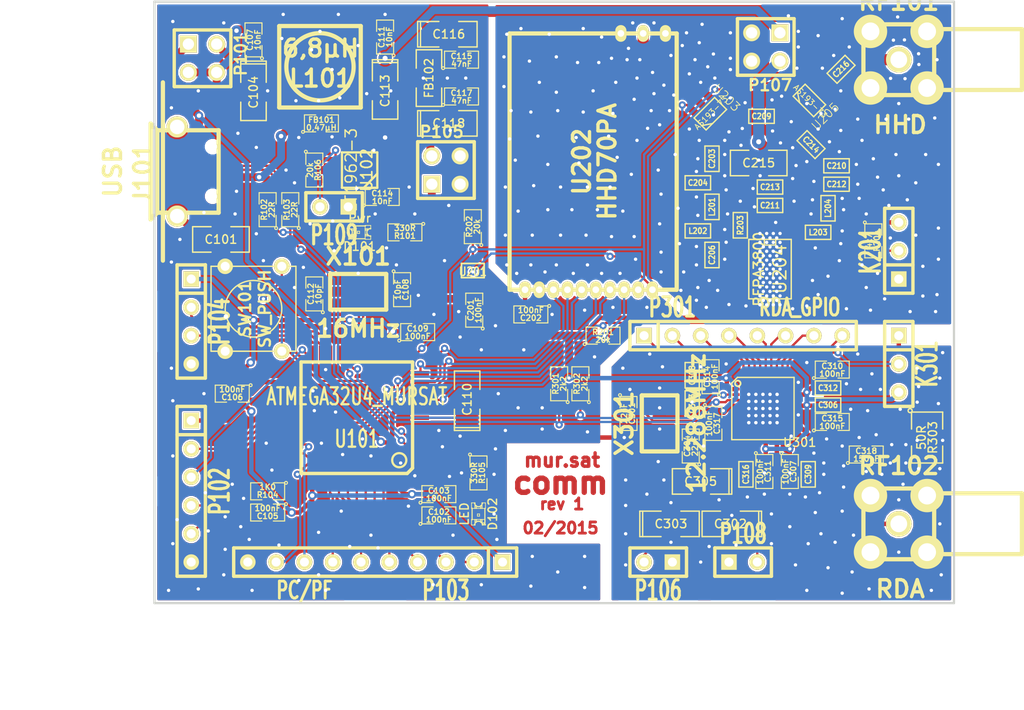
<source format=kicad_pcb>
(kicad_pcb (version 3) (host pcbnew "(2013-jul-07)-stable")

  (general
    (links 343)
    (no_connects 0)
    (area 87.885001 118.8212 180.301901 185.4469)
    (thickness 1.6)
    (drawings 17)
    (tracks 2300)
    (zones 0)
    (modules 97)
    (nets 83)
  )

  (page A3)
  (title_block 
    (title comm)
    (rev 1)
    (company "mur.sat - A Space Art Project")
  )

  (layers
    (15 F.Cu signal)
    (0 B.Cu signal)
    (16 B.Adhes user)
    (17 F.Adhes user)
    (18 B.Paste user)
    (19 F.Paste user)
    (20 B.SilkS user hide)
    (21 F.SilkS user hide)
    (22 B.Mask user)
    (23 F.Mask user)
    (24 Dwgs.User user)
    (25 Cmts.User user)
    (26 Eco1.User user)
    (27 Eco2.User user)
    (28 Edge.Cuts user)
  )

  (setup
    (last_trace_width 0.2032)
    (user_trace_width 0.2032)
    (user_trace_width 0.3988)
    (user_trace_width 0.701)
    (user_trace_width 1.0008)
    (user_trace_width 1.8009)
    (trace_clearance 0.1524)
    (zone_clearance 0.1524)
    (zone_45_only no)
    (trace_min 0.1524)
    (segment_width 0.2)
    (edge_width 0.2)
    (via_size 0.6502)
    (via_drill 0.3023)
    (via_min_size 0.5004)
    (via_min_drill 0.3023)
    (user_via 0.6502 0.3023)
    (user_via 0.7493 0.3988)
    (user_via 0.95 0.3988)
    (user_via 1.1989 0.4496)
    (user_via 1.999 0.5004)
    (uvia_size 0.508)
    (uvia_drill 0.127)
    (uvias_allowed no)
    (uvia_min_size 0.508)
    (uvia_min_drill 0.127)
    (pcb_text_width 0.3)
    (pcb_text_size 1.5 1.5)
    (mod_edge_width 0.15)
    (mod_text_size 1 1)
    (mod_text_width 0.15)
    (pad_size 1.5 1.5)
    (pad_drill 0.6)
    (pad_to_mask_clearance 0)
    (aux_axis_origin 0 0)
    (visible_elements 7FFFFFCF)
    (pcbplotparams
      (layerselection 3178497)
      (usegerberextensions true)
      (excludeedgelayer true)
      (linewidth 0.150000)
      (plotframeref false)
      (viasonmask false)
      (mode 1)
      (useauxorigin false)
      (hpglpennumber 1)
      (hpglpenspeed 20)
      (hpglpendiameter 15)
      (hpglpenoverlay 2)
      (psnegative false)
      (psa4output false)
      (plotreference true)
      (plotvalue true)
      (plotothertext true)
      (plotinvisibletext false)
      (padsonsilk false)
      (subtractmaskfromsilk false)
      (outputformat 1)
      (mirror false)
      (drillshape 1)
      (scaleselection 1)
      (outputdirectory ""))
  )

  (net 0 "")
  (net 1 /5V_PWR)
  (net 2 /5V_PWR_FLT)
  (net 3 /INT_PWR)
  (net 4 /PC6)
  (net 5 /PC7)
  (net 6 /PD4)
  (net 7 /PD5)
  (net 8 /PD6)
  (net 9 /PD7)
  (net 10 /PF0)
  (net 11 /PF1)
  (net 12 /PF4)
  (net 13 /PF5)
  (net 14 /PF6)
  (net 15 /PF7)
  (net 16 /RxD)
  (net 17 /TxD)
  (net 18 /USB_GND)
  (net 19 /USB_PWR)
  (net 20 /hhd70/HHD_CS)
  (net 21 /hhd70/HHD_GDO0)
  (net 22 /hhd70/HHD_GDO2)
  (net 23 /hhd70/HHD_HF)
  (net 24 /hhd70/HHD_MISO)
  (net 25 /hhd70/HHD_MOSI)
  (net 26 /hhd70/HHD_RXTX)
  (net 27 /hhd70/HHD_SCLK)
  (net 28 /hhd70/PA_PWR)
  (net 29 /hhd70/PA_TEMP)
  (net 30 /hhd70/RE)
  (net 31 /rda1846/RDA_HF)
  (net 32 /rda1846/RDA_IN)
  (net 33 /rda1846/RDA_OUT)
  (net 34 /rda1846/RDA_SCL)
  (net 35 /rda1846/RDA_SDA)
  (net 36 GND)
  (net 37 N-0000018)
  (net 38 N-0000019)
  (net 39 N-0000020)
  (net 40 N-0000022)
  (net 41 N-0000023)
  (net 42 N-0000024)
  (net 43 N-0000027)
  (net 44 N-0000036)
  (net 45 N-0000041)
  (net 46 N-0000042)
  (net 47 N-0000047)
  (net 48 N-0000048)
  (net 49 N-0000049)
  (net 50 N-0000050)
  (net 51 N-0000051)
  (net 52 N-0000052)
  (net 53 N-0000053)
  (net 54 N-0000054)
  (net 55 N-0000055)
  (net 56 N-0000056)
  (net 57 N-0000058)
  (net 58 N-0000059)
  (net 59 N-0000060)
  (net 60 N-0000061)
  (net 61 N-0000062)
  (net 62 N-0000063)
  (net 63 N-0000064)
  (net 64 N-0000065)
  (net 65 N-0000067)
  (net 66 N-0000074)
  (net 67 N-0000075)
  (net 68 N-0000076)
  (net 69 N-0000077)
  (net 70 N-0000078)
  (net 71 N-0000079)
  (net 72 N-0000080)
  (net 73 N-0000081)
  (net 74 N-0000082)
  (net 75 N-0000083)
  (net 76 N-0000084)
  (net 77 N-0000085)
  (net 78 N-0000086)
  (net 79 N-0000087)
  (net 80 N-0000088)
  (net 81 N-0000089)
  (net 82 VCC)

  (net_class Default "Dies ist die voreingestellte Netzklasse."
    (clearance 0.1524)
    (trace_width 0.2032)
    (via_dia 0.6502)
    (via_drill 0.3023)
    (uvia_dia 0.508)
    (uvia_drill 0.127)
    (add_net "")
    (add_net /5V_PWR)
    (add_net /5V_PWR_FLT)
    (add_net /INT_PWR)
    (add_net /PC6)
    (add_net /PC7)
    (add_net /PD4)
    (add_net /PD5)
    (add_net /PD6)
    (add_net /PD7)
    (add_net /PF0)
    (add_net /PF1)
    (add_net /PF4)
    (add_net /PF5)
    (add_net /PF6)
    (add_net /PF7)
    (add_net /RxD)
    (add_net /TxD)
    (add_net /USB_GND)
    (add_net /USB_PWR)
    (add_net /hhd70/HHD_CS)
    (add_net /hhd70/HHD_GDO0)
    (add_net /hhd70/HHD_GDO2)
    (add_net /hhd70/HHD_HF)
    (add_net /hhd70/HHD_MISO)
    (add_net /hhd70/HHD_MOSI)
    (add_net /hhd70/HHD_RXTX)
    (add_net /hhd70/HHD_SCLK)
    (add_net /hhd70/PA_PWR)
    (add_net /hhd70/PA_TEMP)
    (add_net /hhd70/RE)
    (add_net /rda1846/RDA_HF)
    (add_net /rda1846/RDA_IN)
    (add_net /rda1846/RDA_OUT)
    (add_net /rda1846/RDA_SCL)
    (add_net /rda1846/RDA_SDA)
    (add_net GND)
    (add_net N-0000018)
    (add_net N-0000019)
    (add_net N-0000020)
    (add_net N-0000022)
    (add_net N-0000023)
    (add_net N-0000024)
    (add_net N-0000027)
    (add_net N-0000036)
    (add_net N-0000041)
    (add_net N-0000042)
    (add_net N-0000047)
    (add_net N-0000048)
    (add_net N-0000049)
    (add_net N-0000050)
    (add_net N-0000051)
    (add_net N-0000052)
    (add_net N-0000053)
    (add_net N-0000054)
    (add_net N-0000055)
    (add_net N-0000056)
    (add_net N-0000058)
    (add_net N-0000059)
    (add_net N-0000060)
    (add_net N-0000061)
    (add_net N-0000062)
    (add_net N-0000063)
    (add_net N-0000064)
    (add_net N-0000065)
    (add_net N-0000067)
    (add_net N-0000074)
    (add_net N-0000075)
    (add_net N-0000076)
    (add_net N-0000077)
    (add_net N-0000078)
    (add_net N-0000079)
    (add_net N-0000080)
    (add_net N-0000081)
    (add_net N-0000082)
    (add_net N-0000083)
    (add_net N-0000084)
    (add_net N-0000085)
    (add_net N-0000086)
    (add_net N-0000087)
    (add_net N-0000088)
    (add_net N-0000089)
    (add_net VCC)
  )

  (module we_coil_m (layer F.Cu) (tedit 4F73B89F) (tstamp 54DAB973)
    (at 116.967 125.73)
    (path /54DAA783)
    (fp_text reference L101 (at 0.0508 1.0414) (layer F.SilkS)
      (effects (font (size 1.524 1.524) (thickness 0.3048)))
    )
    (fp_text value 6,8µH (at 0.0508 -1.651) (layer F.SilkS)
      (effects (font (size 1.524 1.524) (thickness 0.3048)))
    )
    (fp_circle (center 0 0) (end 1.778 2.4384) (layer F.SilkS) (width 0.381))
    (fp_line (start -3.6576 -3.6576) (end 3.6576 -3.6576) (layer F.SilkS) (width 0.381))
    (fp_line (start 3.6576 -3.6576) (end 3.6576 3.6576) (layer F.SilkS) (width 0.381))
    (fp_line (start 3.6576 3.6576) (end -3.6576 3.6576) (layer F.SilkS) (width 0.381))
    (fp_line (start -3.6576 3.6576) (end -3.6576 -3.6576) (layer F.SilkS) (width 0.381))
    (pad 1 smd rect (at -2.99974 0) (size 1.99898 1.69926)
      (layers F.Cu F.Paste F.Mask)
      (net 1 /5V_PWR)
    )
    (pad 2 smd rect (at 2.99974 0) (size 1.99898 1.69926)
      (layers F.Cu F.Paste F.Mask)
      (net 2 /5V_PWR_FLT)
    )
  )

  (module USB_MICRO_AB (layer F.Cu) (tedit 520D1806) (tstamp 54DAB992)
    (at 102.87 135.128)
    (path /54DAA9CE)
    (fp_text reference J101 (at -1.80086 0.20066 90) (layer F.SilkS)
      (effects (font (size 1.524 1.524) (thickness 0.3048)))
    )
    (fp_text value USB (at -4.50088 0 90) (layer F.SilkS)
      (effects (font (size 1.524 1.524) (thickness 0.3048)))
    )
    (fp_line (start 0.8001 3.70078) (end 0.8001 4.30022) (layer F.SilkS) (width 0.381))
    (fp_line (start 0.8001 4.30022) (end 1.80086 4.30022) (layer F.SilkS) (width 0.381))
    (fp_line (start 1.80086 4.30022) (end 1.80086 3.79984) (layer F.SilkS) (width 0.381))
    (fp_line (start 0.8001 -3.79984) (end 0.8001 -4.30022) (layer F.SilkS) (width 0.381))
    (fp_line (start 0.8001 -4.30022) (end 1.80086 -4.30022) (layer F.SilkS) (width 0.381))
    (fp_line (start 1.80086 -4.30022) (end 1.80086 -3.70078) (layer F.SilkS) (width 0.381))
    (fp_line (start -0.50038 -3.70078) (end -1.09982 -4.30022) (layer F.SilkS) (width 0.381))
    (fp_line (start -1.09982 -4.30022) (end -1.09982 4.30022) (layer F.SilkS) (width 0.381))
    (fp_line (start -1.09982 4.30022) (end -0.50038 3.70078) (layer F.SilkS) (width 0.381))
    (fp_line (start 5.00126 -3.70078) (end 5.00126 3.70078) (layer F.SilkS) (width 0.381))
    (fp_line (start 5.00126 3.70078) (end -0.50038 3.70078) (layer F.SilkS) (width 0.381))
    (fp_line (start -0.50038 3.70078) (end -0.50038 -3.70078) (layer F.SilkS) (width 0.381))
    (fp_line (start -0.50038 -3.70078) (end 5.00126 -3.70078) (layer F.SilkS) (width 0.381))
    (fp_line (start 0 -8.001) (end 0 8.001) (layer F.SilkS) (width 0.381))
    (pad 5 smd rect (at 1.4605 1.15062) (size 1.89992 1.80086)
      (layers F.Cu F.Paste F.Mask)
      (net 39 N-0000020)
    )
    (pad 6 smd rect (at 1.4605 -1.15062) (size 1.89992 1.80086)
      (layers F.Cu F.Paste F.Mask)
      (net 39 N-0000020)
    )
    (pad 6 smd rect (at 1.28016 -3.4417) (size 1.89992 1.49098)
      (layers F.Cu F.Paste F.Mask)
      (net 39 N-0000020)
    )
    (pad 5 smd rect (at 1.28016 3.4417) (size 1.89992 1.49098)
      (layers F.Cu F.Paste F.Mask)
      (net 39 N-0000020)
    )
    (pad 6 thru_hole circle (at 1.28016 -4.0005) (size 1.89992 1.89992) (drill 1.30048)
      (layers *.Cu *.Mask F.SilkS)
      (net 39 N-0000020)
    )
    (pad 5 thru_hole circle (at 1.28016 4.0005) (size 1.89992 1.89992) (drill 1.30048)
      (layers *.Cu *.Mask F.SilkS)
      (net 39 N-0000020)
    )
    (pad "" np_thru_hole circle (at 4.46024 -2.22504) (size 0.8001 0.8001) (drill 0.8001)
      (layers *.Cu)
      (clearance 0.30226)
    )
    (pad "" np_thru_hole circle (at 4.46024 2.22504) (size 0.8001 0.8001) (drill 0.8001)
      (layers *.Cu)
      (clearance 0.30226)
    )
    (pad 3 smd rect (at 4.31038 0) (size 1.34874 0.39878)
      (layers F.Cu F.Paste F.Mask)
      (net 42 N-0000024)
      (clearance 0.09906)
    )
    (pad 2 smd rect (at 4.31038 -0.65024) (size 1.34874 0.39878)
      (layers F.Cu F.Paste F.Mask)
      (net 47 N-0000047)
      (clearance 0.09906)
    )
    (pad 1 smd rect (at 4.31038 -1.30048) (size 1.34874 0.39878)
      (layers F.Cu F.Paste F.Mask)
      (net 19 /USB_PWR)
      (clearance 0.09906)
    )
    (pad "" smd rect (at 4.31038 0.65024) (size 1.34874 0.39878)
      (layers F.Cu F.Paste F.Mask)
      (clearance 0.09906)
    )
    (pad 4 smd rect (at 4.31038 1.30048) (size 1.34874 0.39878)
      (layers F.Cu F.Paste F.Mask)
      (net 18 /USB_GND)
      (clearance 0.09906)
    )
  )

  (module TQFP44 (layer F.Cu) (tedit 200000) (tstamp 54DAB9C8)
    (at 120.269 157.226 180)
    (path /54DAA9D5)
    (attr smd)
    (fp_text reference U101 (at 0 -1.905 180) (layer F.SilkS)
      (effects (font (size 1.524 1.016) (thickness 0.2032)))
    )
    (fp_text value ATMEGA32U4_MURSAT (at 0 1.905 180) (layer F.SilkS)
      (effects (font (size 1.524 1.016) (thickness 0.2032)))
    )
    (fp_line (start 5.0038 -5.0038) (end 5.0038 5.0038) (layer F.SilkS) (width 0.3048))
    (fp_line (start 5.0038 5.0038) (end -5.0038 5.0038) (layer F.SilkS) (width 0.3048))
    (fp_line (start -5.0038 -4.5212) (end -5.0038 5.0038) (layer F.SilkS) (width 0.3048))
    (fp_line (start -4.5212 -5.0038) (end 5.0038 -5.0038) (layer F.SilkS) (width 0.3048))
    (fp_line (start -5.0038 -4.5212) (end -4.5212 -5.0038) (layer F.SilkS) (width 0.3048))
    (fp_circle (center -3.81 -3.81) (end -3.81 -3.175) (layer F.SilkS) (width 0.2032))
    (pad 39 smd rect (at 0 -5.715 180) (size 0.4064 1.524)
      (layers F.Cu F.Paste F.Mask)
      (net 12 /PF4)
    )
    (pad 40 smd rect (at -0.8001 -5.715 180) (size 0.4064 1.524)
      (layers F.Cu F.Paste F.Mask)
      (net 11 /PF1)
    )
    (pad 41 smd rect (at -1.6002 -5.715 180) (size 0.4064 1.524)
      (layers F.Cu F.Paste F.Mask)
      (net 10 /PF0)
    )
    (pad 42 smd rect (at -2.4003 -5.715 180) (size 0.4064 1.524)
      (layers F.Cu F.Paste F.Mask)
      (net 48 N-0000048)
    )
    (pad 43 smd rect (at -3.2004 -5.715 180) (size 0.4064 1.524)
      (layers F.Cu F.Paste F.Mask)
      (net 36 GND)
    )
    (pad 44 smd rect (at -4.0005 -5.715 180) (size 0.4064 1.524)
      (layers F.Cu F.Paste F.Mask)
      (net 82 VCC)
    )
    (pad 38 smd rect (at 0.8001 -5.715 180) (size 0.4064 1.524)
      (layers F.Cu F.Paste F.Mask)
      (net 13 /PF5)
    )
    (pad 37 smd rect (at 1.6002 -5.715 180) (size 0.4064 1.524)
      (layers F.Cu F.Paste F.Mask)
      (net 14 /PF6)
    )
    (pad 36 smd rect (at 2.4003 -5.715 180) (size 0.4064 1.524)
      (layers F.Cu F.Paste F.Mask)
      (net 15 /PF7)
    )
    (pad 35 smd rect (at 3.2004 -5.715 180) (size 0.4064 1.524)
      (layers F.Cu F.Paste F.Mask)
      (net 36 GND)
    )
    (pad 34 smd rect (at 4.0005 -5.715 180) (size 0.4064 1.524)
      (layers F.Cu F.Paste F.Mask)
      (net 82 VCC)
    )
    (pad 17 smd rect (at 0 5.715 180) (size 0.4064 1.524)
      (layers F.Cu F.Paste F.Mask)
      (net 43 N-0000027)
    )
    (pad 16 smd rect (at -0.8001 5.715 180) (size 0.4064 1.524)
      (layers F.Cu F.Paste F.Mask)
      (net 52 N-0000052)
    )
    (pad 15 smd rect (at -1.6002 5.715 180) (size 0.4064 1.524)
      (layers F.Cu F.Paste F.Mask)
      (net 36 GND)
    )
    (pad 14 smd rect (at -2.4003 5.715 180) (size 0.4064 1.524)
      (layers F.Cu F.Paste F.Mask)
      (net 82 VCC)
    )
    (pad 13 smd rect (at -3.2004 5.715 180) (size 0.4064 1.524)
      (layers F.Cu F.Paste F.Mask)
      (net 53 N-0000053)
    )
    (pad 12 smd rect (at -4.0005 5.715 180) (size 0.4064 1.524)
      (layers F.Cu F.Paste F.Mask)
      (net 26 /hhd70/HHD_RXTX)
    )
    (pad 18 smd rect (at 0.8001 5.715 180) (size 0.4064 1.524)
      (layers F.Cu F.Paste F.Mask)
      (net 34 /rda1846/RDA_SCL)
    )
    (pad 19 smd rect (at 1.6002 5.715 180) (size 0.4064 1.524)
      (layers F.Cu F.Paste F.Mask)
      (net 35 /rda1846/RDA_SDA)
    )
    (pad 20 smd rect (at 2.4003 5.715 180) (size 0.4064 1.524)
      (layers F.Cu F.Paste F.Mask)
      (net 16 /RxD)
    )
    (pad 21 smd rect (at 3.2004 5.715 180) (size 0.4064 1.524)
      (layers F.Cu F.Paste F.Mask)
      (net 17 /TxD)
    )
    (pad 22 smd rect (at 4.0005 5.715 180) (size 0.4064 1.524)
      (layers F.Cu F.Paste F.Mask)
      (net 7 /PD5)
    )
    (pad 6 smd rect (at -5.715 0 180) (size 1.524 0.4064)
      (layers F.Cu F.Paste F.Mask)
      (net 38 N-0000019)
    )
    (pad 28 smd rect (at 5.715 0 180) (size 1.524 0.4064)
      (layers F.Cu F.Paste F.Mask)
      (net 21 /hhd70/HHD_GDO0)
    )
    (pad 7 smd rect (at -5.715 0.8001 180) (size 1.524 0.4064)
      (layers F.Cu F.Paste F.Mask)
      (net 19 /USB_PWR)
    )
    (pad 27 smd rect (at 5.715 0.8001 180) (size 1.524 0.4064)
      (layers F.Cu F.Paste F.Mask)
      (net 9 /PD7)
    )
    (pad 26 smd rect (at 5.715 1.6002 180) (size 1.524 0.4064)
      (layers F.Cu F.Paste F.Mask)
      (net 8 /PD6)
    )
    (pad 8 smd rect (at -5.715 1.6002 180) (size 1.524 0.4064)
      (layers F.Cu F.Paste F.Mask)
      (net 20 /hhd70/HHD_CS)
    )
    (pad 9 smd rect (at -5.715 2.4003 180) (size 1.524 0.4064)
      (layers F.Cu F.Paste F.Mask)
      (net 27 /hhd70/HHD_SCLK)
    )
    (pad 25 smd rect (at 5.715 2.4003 180) (size 1.524 0.4064)
      (layers F.Cu F.Paste F.Mask)
      (net 6 /PD4)
    )
    (pad 24 smd rect (at 5.715 3.2004 180) (size 1.524 0.4064)
      (layers F.Cu F.Paste F.Mask)
      (net 82 VCC)
    )
    (pad 10 smd rect (at -5.715 3.2004 180) (size 1.524 0.4064)
      (layers F.Cu F.Paste F.Mask)
      (net 25 /hhd70/HHD_MOSI)
    )
    (pad 11 smd rect (at -5.715 4.0005 180) (size 1.524 0.4064)
      (layers F.Cu F.Paste F.Mask)
      (net 24 /hhd70/HHD_MISO)
    )
    (pad 23 smd rect (at 5.715 4.0005 180) (size 1.524 0.4064)
      (layers F.Cu F.Paste F.Mask)
      (net 36 GND)
    )
    (pad 29 smd rect (at 5.715 -0.8001 180) (size 1.524 0.4064)
      (layers F.Cu F.Paste F.Mask)
      (net 22 /hhd70/HHD_GDO2)
    )
    (pad 5 smd rect (at -5.715 -0.8001 180) (size 1.524 0.4064)
      (layers F.Cu F.Paste F.Mask)
      (net 36 GND)
    )
    (pad 4 smd rect (at -5.715 -1.6002 180) (size 1.524 0.4064)
      (layers F.Cu F.Paste F.Mask)
      (net 40 N-0000022)
    )
    (pad 30 smd rect (at 5.715 -1.6002 180) (size 1.524 0.4064)
      (layers F.Cu F.Paste F.Mask)
      (net 29 /hhd70/PA_TEMP)
    )
    (pad 31 smd rect (at 5.715 -2.4003 180) (size 1.524 0.4064)
      (layers F.Cu F.Paste F.Mask)
      (net 4 /PC6)
    )
    (pad 3 smd rect (at -5.715 -2.4003 180) (size 1.524 0.4064)
      (layers F.Cu F.Paste F.Mask)
      (net 41 N-0000023)
    )
    (pad 2 smd rect (at -5.715 -3.2004 180) (size 1.524 0.4064)
      (layers F.Cu F.Paste F.Mask)
      (net 19 /USB_PWR)
    )
    (pad 32 smd rect (at 5.715 -3.2004 180) (size 1.524 0.4064)
      (layers F.Cu F.Paste F.Mask)
      (net 5 /PC7)
    )
    (pad 33 smd rect (at 5.715 -4.0005 180) (size 1.524 0.4064)
      (layers F.Cu F.Paste F.Mask)
      (net 49 N-0000049)
    )
    (pad 1 smd rect (at -5.715 -4.0005 180) (size 1.524 0.4064)
      (layers F.Cu F.Paste F.Mask)
      (net 50 N-0000050)
    )
  )

  (module TE_SMA_RE (layer F.Cu) (tedit 4F73ABC4) (tstamp 54DAB9D8)
    (at 168.91 125.095)
    (path /54DAAFA1)
    (fp_text reference RF101 (at 0 -5.207) (layer F.SilkS)
      (effects (font (size 1.524 1.524) (thickness 0.3048)))
    )
    (fp_text value HHD (at 0.127 5.842) (layer F.SilkS)
      (effects (font (size 1.524 1.524) (thickness 0.3048)))
    )
    (fp_line (start 3.2004 -2.7432) (end 11.049 -2.7432) (layer F.SilkS) (width 0.381))
    (fp_line (start 11.049 -2.7432) (end 11.049 2.7178) (layer F.SilkS) (width 0.381))
    (fp_line (start 11.049 2.7178) (end 3.175 2.7178) (layer F.SilkS) (width 0.381))
    (fp_line (start -3.175 -3.175) (end 3.175 -3.175) (layer F.SilkS) (width 0.381))
    (fp_line (start 3.175 -3.175) (end 3.175 3.175) (layer F.SilkS) (width 0.381))
    (fp_line (start 3.175 3.175) (end -3.175 3.175) (layer F.SilkS) (width 0.381))
    (fp_line (start -3.175 3.175) (end -3.175 -3.175) (layer F.SilkS) (width 0.381))
    (pad 1 thru_hole circle (at -2.54 -2.54) (size 2.99974 2.99974) (drill 1.6002)
      (layers *.Cu *.Mask F.SilkS)
      (net 36 GND)
    )
    (pad 2 thru_hole circle (at 2.54 -2.54) (size 2.99974 2.99974) (drill 1.6002)
      (layers *.Cu *.Mask F.SilkS)
      (net 36 GND)
    )
    (pad 3 thru_hole circle (at 2.54 2.54) (size 2.99974 2.99974) (drill 1.6002)
      (layers *.Cu *.Mask F.SilkS)
      (net 36 GND)
    )
    (pad 4 thru_hole circle (at -2.54 2.54) (size 2.99974 2.99974) (drill 1.6002)
      (layers *.Cu *.Mask F.SilkS)
      (net 36 GND)
    )
    (pad 5 thru_hole circle (at 0 0) (size 2.30124 2.30124) (drill 1.50114)
      (layers *.Cu *.Mask F.SilkS)
      (net 23 /hhd70/HHD_HF)
    )
  )

  (module TE_SMA_RE (layer F.Cu) (tedit 4F73ABC4) (tstamp 54DAB9E8)
    (at 168.91 166.751)
    (path /54DAB002)
    (fp_text reference RF102 (at 0 -5.207) (layer F.SilkS)
      (effects (font (size 1.524 1.524) (thickness 0.3048)))
    )
    (fp_text value RDA (at 0.127 5.842) (layer F.SilkS)
      (effects (font (size 1.524 1.524) (thickness 0.3048)))
    )
    (fp_line (start 3.2004 -2.7432) (end 11.049 -2.7432) (layer F.SilkS) (width 0.381))
    (fp_line (start 11.049 -2.7432) (end 11.049 2.7178) (layer F.SilkS) (width 0.381))
    (fp_line (start 11.049 2.7178) (end 3.175 2.7178) (layer F.SilkS) (width 0.381))
    (fp_line (start -3.175 -3.175) (end 3.175 -3.175) (layer F.SilkS) (width 0.381))
    (fp_line (start 3.175 -3.175) (end 3.175 3.175) (layer F.SilkS) (width 0.381))
    (fp_line (start 3.175 3.175) (end -3.175 3.175) (layer F.SilkS) (width 0.381))
    (fp_line (start -3.175 3.175) (end -3.175 -3.175) (layer F.SilkS) (width 0.381))
    (pad 1 thru_hole circle (at -2.54 -2.54) (size 2.99974 2.99974) (drill 1.6002)
      (layers *.Cu *.Mask F.SilkS)
      (net 36 GND)
    )
    (pad 2 thru_hole circle (at 2.54 -2.54) (size 2.99974 2.99974) (drill 1.6002)
      (layers *.Cu *.Mask F.SilkS)
      (net 36 GND)
    )
    (pad 3 thru_hole circle (at 2.54 2.54) (size 2.99974 2.99974) (drill 1.6002)
      (layers *.Cu *.Mask F.SilkS)
      (net 36 GND)
    )
    (pad 4 thru_hole circle (at -2.54 2.54) (size 2.99974 2.99974) (drill 1.6002)
      (layers *.Cu *.Mask F.SilkS)
      (net 36 GND)
    )
    (pad 5 thru_hole circle (at 0 0) (size 2.30124 2.30124) (drill 1.50114)
      (layers *.Cu *.Mask F.SilkS)
      (net 31 /rda1846/RDA_HF)
    )
  )

  (module SW_PUSH_SMALL (layer F.Cu) (tedit 46544DB3) (tstamp 54DAB9F5)
    (at 110.998 147.447 90)
    (path /54DAA938)
    (fp_text reference SW101 (at 0 -0.762 90) (layer F.SilkS)
      (effects (font (size 1.016 1.016) (thickness 0.2032)))
    )
    (fp_text value SW_PUSH (at 0 1.016 90) (layer F.SilkS)
      (effects (font (size 1.016 1.016) (thickness 0.2032)))
    )
    (fp_circle (center 0 0) (end 0 -2.54) (layer F.SilkS) (width 0.127))
    (fp_line (start -3.81 -3.81) (end 3.81 -3.81) (layer F.SilkS) (width 0.127))
    (fp_line (start 3.81 -3.81) (end 3.81 3.81) (layer F.SilkS) (width 0.127))
    (fp_line (start 3.81 3.81) (end -3.81 3.81) (layer F.SilkS) (width 0.127))
    (fp_line (start -3.81 -3.81) (end -3.81 3.81) (layer F.SilkS) (width 0.127))
    (pad 1 thru_hole circle (at 3.81 -2.54 90) (size 1.397 1.397) (drill 0.8128)
      (layers *.Cu *.Mask F.SilkS)
      (net 36 GND)
    )
    (pad 2 thru_hole circle (at 3.81 2.54 90) (size 1.397 1.397) (drill 0.8128)
      (layers *.Cu *.Mask F.SilkS)
      (net 53 N-0000053)
    )
    (pad 1 thru_hole circle (at -3.81 -2.54 90) (size 1.397 1.397) (drill 0.8128)
      (layers *.Cu *.Mask F.SilkS)
      (net 36 GND)
    )
    (pad 2 thru_hole circle (at -3.81 2.54 90) (size 1.397 1.397) (drill 0.8128)
      (layers *.Cu *.Mask F.SilkS)
      (net 53 N-0000053)
    )
  )

  (module SOT353 (layer F.Cu) (tedit 503FB44B) (tstamp 54DABA02)
    (at 130.683 144.018 270)
    (descr SOT353)
    (path /54DA8D44/502BE21D)
    (attr smd)
    (fp_text reference U201 (at 0.09906 0 360) (layer F.SilkS)
      (effects (font (size 0.762 0.635) (thickness 0.127)))
    )
    (fp_text value NL17ST04 (at 0.09906 0 360) (layer F.SilkS) hide
      (effects (font (size 0.762 0.635) (thickness 0.127)))
    )
    (fp_line (start 0.635 1.016) (end 0.635 -1.016) (layer F.SilkS) (width 0.1524))
    (fp_line (start 0.635 -1.016) (end -0.635 -1.016) (layer F.SilkS) (width 0.1524))
    (fp_line (start -0.635 -1.016) (end -0.635 1.016) (layer F.SilkS) (width 0.1524))
    (fp_line (start -0.635 1.016) (end 0.635 1.016) (layer F.SilkS) (width 0.1524))
    (pad 1 smd rect (at -1.016 -0.635 270) (size 0.508 0.3048)
      (layers F.Cu F.Paste F.Mask)
    )
    (pad 3 smd rect (at -1.016 0.635 270) (size 0.508 0.3048)
      (layers F.Cu F.Paste F.Mask)
      (net 36 GND)
    )
    (pad 5 smd rect (at 1.016 -0.635 270) (size 0.508 0.3048)
      (layers F.Cu F.Paste F.Mask)
      (net 82 VCC)
    )
    (pad 2 smd rect (at -1.016 0 270) (size 0.508 0.3048)
      (layers F.Cu F.Paste F.Mask)
      (net 26 /hhd70/HHD_RXTX)
    )
    (pad 4 smd rect (at 1.016 0.635 270) (size 0.508 0.3048)
      (layers F.Cu F.Paste F.Mask)
      (net 30 /hhd70/RE)
    )
    (model smd/SOT23_5.wrl
      (at (xyz 0 0 0))
      (scale (xyz 0.07000000000000001 0.09 0.08))
      (rotate (xyz 0 0 90))
    )
  )

  (module SOT23_6 (layer F.Cu) (tedit 4ECF791C) (tstamp 54DABA11)
    (at 152.019 129.921 45)
    (path /54DA8D44/50340857)
    (fp_text reference U203 (at 1.99898 0 135) (layer F.SilkS)
      (effects (font (size 0.762 0.762) (thickness 0.0762)))
    )
    (fp_text value AS193-73 (at 0.0635 0 45) (layer F.SilkS)
      (effects (font (size 0.50038 0.50038) (thickness 0.0762)))
    )
    (fp_line (start -0.508 0.762) (end -1.27 0.254) (layer F.SilkS) (width 0.127))
    (fp_line (start 1.27 0.762) (end -1.3335 0.762) (layer F.SilkS) (width 0.127))
    (fp_line (start -1.3335 0.762) (end -1.3335 -0.762) (layer F.SilkS) (width 0.127))
    (fp_line (start -1.3335 -0.762) (end 1.27 -0.762) (layer F.SilkS) (width 0.127))
    (fp_line (start 1.27 -0.762) (end 1.27 0.762) (layer F.SilkS) (width 0.127))
    (pad 6 smd rect (at -0.9525 -1.27 45) (size 0.70104 1.00076)
      (layers F.Cu F.Paste F.Mask)
      (net 26 /hhd70/HHD_RXTX)
    )
    (pad 5 smd rect (at 0 -1.27 45) (size 0.70104 1.00076)
      (layers F.Cu F.Paste F.Mask)
      (net 54 N-0000054)
    )
    (pad 4 smd rect (at 0.9525 -1.27 45) (size 0.70104 1.00076)
      (layers F.Cu F.Paste F.Mask)
      (net 30 /hhd70/RE)
    )
    (pad 3 smd rect (at 0.9525 1.27 45) (size 0.70104 1.00076)
      (layers F.Cu F.Paste F.Mask)
      (net 63 N-0000064)
    )
    (pad 2 smd rect (at 0 1.27 45) (size 0.70104 1.00076)
      (layers F.Cu F.Paste F.Mask)
      (net 36 GND)
    )
    (pad 1 smd rect (at -0.9525 1.27 45) (size 0.70104 1.00076)
      (layers F.Cu F.Paste F.Mask)
      (net 56 N-0000056)
    )
    (model smd/SOT23_6.wrl
      (at (xyz 0 0 0))
      (scale (xyz 0.11 0.11 0.11))
      (rotate (xyz 0 0 0))
    )
  )

  (module SOT23_6 (layer F.Cu) (tedit 4ECF791C) (tstamp 54DABA20)
    (at 160.909 128.778 315)
    (path /54DA8D44/502BA760)
    (fp_text reference U205 (at 1.99898 0 405) (layer F.SilkS)
      (effects (font (size 0.762 0.762) (thickness 0.0762)))
    )
    (fp_text value AS193-73 (at 0.0635 0 315) (layer F.SilkS)
      (effects (font (size 0.50038 0.50038) (thickness 0.0762)))
    )
    (fp_line (start -0.508 0.762) (end -1.27 0.254) (layer F.SilkS) (width 0.127))
    (fp_line (start 1.27 0.762) (end -1.3335 0.762) (layer F.SilkS) (width 0.127))
    (fp_line (start -1.3335 0.762) (end -1.3335 -0.762) (layer F.SilkS) (width 0.127))
    (fp_line (start -1.3335 -0.762) (end 1.27 -0.762) (layer F.SilkS) (width 0.127))
    (fp_line (start 1.27 -0.762) (end 1.27 0.762) (layer F.SilkS) (width 0.127))
    (pad 6 smd rect (at -0.9525 -1.27 315) (size 0.70104 1.00076)
      (layers F.Cu F.Paste F.Mask)
      (net 30 /hhd70/RE)
    )
    (pad 5 smd rect (at 0 -1.27 315) (size 0.70104 1.00076)
      (layers F.Cu F.Paste F.Mask)
      (net 64 N-0000065)
    )
    (pad 4 smd rect (at 0.9525 -1.27 315) (size 0.70104 1.00076)
      (layers F.Cu F.Paste F.Mask)
      (net 26 /hhd70/HHD_RXTX)
    )
    (pad 3 smd rect (at 0.9525 1.27 315) (size 0.70104 1.00076)
      (layers F.Cu F.Paste F.Mask)
      (net 61 N-0000062)
    )
    (pad 2 smd rect (at 0 1.27 315) (size 0.70104 1.00076)
      (layers F.Cu F.Paste F.Mask)
      (net 36 GND)
    )
    (pad 1 smd rect (at -0.9525 1.27 315) (size 0.70104 1.00076)
      (layers F.Cu F.Paste F.Mask)
      (net 62 N-0000063)
    )
    (model smd/SOT23_6.wrl
      (at (xyz 0 0 0))
      (scale (xyz 0.11 0.11 0.11))
      (rotate (xyz 0 0 0))
    )
  )

  (module SM1210 (layer F.Cu) (tedit 42806E94) (tstamp 54DABA2D)
    (at 171.45 159.004 270)
    (tags "CMS SM")
    (path /54DA9306/50D39A23)
    (attr smd)
    (fp_text reference R303 (at 0 -0.508 270) (layer F.SilkS)
      (effects (font (size 0.762 0.762) (thickness 0.127)))
    )
    (fp_text value 50R (at 0 0.508 270) (layer F.SilkS)
      (effects (font (size 0.762 0.762) (thickness 0.127)))
    )
    (fp_circle (center -2.413 1.524) (end -2.286 1.397) (layer F.SilkS) (width 0.127))
    (fp_line (start -0.762 -1.397) (end -2.286 -1.397) (layer F.SilkS) (width 0.127))
    (fp_line (start -2.286 -1.397) (end -2.286 1.397) (layer F.SilkS) (width 0.127))
    (fp_line (start -2.286 1.397) (end -0.762 1.397) (layer F.SilkS) (width 0.127))
    (fp_line (start 0.762 1.397) (end 2.286 1.397) (layer F.SilkS) (width 0.127))
    (fp_line (start 2.286 1.397) (end 2.286 -1.397) (layer F.SilkS) (width 0.127))
    (fp_line (start 2.286 -1.397) (end 0.762 -1.397) (layer F.SilkS) (width 0.127))
    (pad 1 smd rect (at -1.524 0 270) (size 1.27 2.54)
      (layers F.Cu F.Paste F.Mask)
      (net 36 GND)
    )
    (pad 2 smd rect (at 1.524 0 270) (size 1.27 2.54)
      (layers F.Cu F.Paste F.Mask)
      (net 66 N-0000074)
    )
    (model smd/chip_cms.wrl
      (at (xyz 0 0 0))
      (scale (xyz 0.17 0.2 0.17))
      (rotate (xyz 0 0 0))
    )
  )

  (module SM1206POL (layer F.Cu) (tedit 42806E4C) (tstamp 54DABA3C)
    (at 128.524 122.809)
    (path /54DAA744)
    (attr smd)
    (fp_text reference C116 (at 0 0) (layer F.SilkS)
      (effects (font (size 0.762 0.762) (thickness 0.127)))
    )
    (fp_text value 10µF (at 0 0) (layer F.SilkS) hide
      (effects (font (size 0.762 0.762) (thickness 0.127)))
    )
    (fp_line (start -2.54 -1.143) (end -2.794 -1.143) (layer F.SilkS) (width 0.127))
    (fp_line (start -2.794 -1.143) (end -2.794 1.143) (layer F.SilkS) (width 0.127))
    (fp_line (start -2.794 1.143) (end -2.54 1.143) (layer F.SilkS) (width 0.127))
    (fp_line (start -2.54 -1.143) (end -2.54 1.143) (layer F.SilkS) (width 0.127))
    (fp_line (start -2.54 1.143) (end -0.889 1.143) (layer F.SilkS) (width 0.127))
    (fp_line (start 0.889 -1.143) (end 2.54 -1.143) (layer F.SilkS) (width 0.127))
    (fp_line (start 2.54 -1.143) (end 2.54 1.143) (layer F.SilkS) (width 0.127))
    (fp_line (start 2.54 1.143) (end 0.889 1.143) (layer F.SilkS) (width 0.127))
    (fp_line (start -0.889 -1.143) (end -2.54 -1.143) (layer F.SilkS) (width 0.127))
    (pad 1 smd rect (at -1.651 0) (size 1.524 2.032)
      (layers F.Cu F.Paste F.Mask)
      (net 46 N-0000042)
    )
    (pad 2 smd rect (at 1.651 0) (size 1.524 2.032)
      (layers F.Cu F.Paste F.Mask)
      (net 36 GND)
    )
    (model smd/chip_cms_pol.wrl
      (at (xyz 0 0 0))
      (scale (xyz 0.17 0.16 0.16))
      (rotate (xyz 0 0 0))
    )
  )

  (module SM1206POL (layer F.Cu) (tedit 42806E4C) (tstamp 54DABA4B)
    (at 110.998 128.016 270)
    (path /54DAA76B)
    (attr smd)
    (fp_text reference C104 (at 0 0 270) (layer F.SilkS)
      (effects (font (size 0.762 0.762) (thickness 0.127)))
    )
    (fp_text value 4,7µF (at 0 0 270) (layer F.SilkS) hide
      (effects (font (size 0.762 0.762) (thickness 0.127)))
    )
    (fp_line (start -2.54 -1.143) (end -2.794 -1.143) (layer F.SilkS) (width 0.127))
    (fp_line (start -2.794 -1.143) (end -2.794 1.143) (layer F.SilkS) (width 0.127))
    (fp_line (start -2.794 1.143) (end -2.54 1.143) (layer F.SilkS) (width 0.127))
    (fp_line (start -2.54 -1.143) (end -2.54 1.143) (layer F.SilkS) (width 0.127))
    (fp_line (start -2.54 1.143) (end -0.889 1.143) (layer F.SilkS) (width 0.127))
    (fp_line (start 0.889 -1.143) (end 2.54 -1.143) (layer F.SilkS) (width 0.127))
    (fp_line (start 2.54 -1.143) (end 2.54 1.143) (layer F.SilkS) (width 0.127))
    (fp_line (start 2.54 1.143) (end 0.889 1.143) (layer F.SilkS) (width 0.127))
    (fp_line (start -0.889 -1.143) (end -2.54 -1.143) (layer F.SilkS) (width 0.127))
    (pad 1 smd rect (at -1.651 0 270) (size 1.524 2.032)
      (layers F.Cu F.Paste F.Mask)
      (net 1 /5V_PWR)
    )
    (pad 2 smd rect (at 1.651 0 270) (size 1.524 2.032)
      (layers F.Cu F.Paste F.Mask)
      (net 18 /USB_GND)
    )
    (model smd/chip_cms_pol.wrl
      (at (xyz 0 0 0))
      (scale (xyz 0.17 0.16 0.16))
      (rotate (xyz 0 0 0))
    )
  )

  (module SM1206POL (layer F.Cu) (tedit 42806E4C) (tstamp 54DABA5A)
    (at 122.809 127.889 270)
    (path /54DAA771)
    (attr smd)
    (fp_text reference C113 (at 0 0 270) (layer F.SilkS)
      (effects (font (size 0.762 0.762) (thickness 0.127)))
    )
    (fp_text value 4,7µF (at 0 0 270) (layer F.SilkS) hide
      (effects (font (size 0.762 0.762) (thickness 0.127)))
    )
    (fp_line (start -2.54 -1.143) (end -2.794 -1.143) (layer F.SilkS) (width 0.127))
    (fp_line (start -2.794 -1.143) (end -2.794 1.143) (layer F.SilkS) (width 0.127))
    (fp_line (start -2.794 1.143) (end -2.54 1.143) (layer F.SilkS) (width 0.127))
    (fp_line (start -2.54 -1.143) (end -2.54 1.143) (layer F.SilkS) (width 0.127))
    (fp_line (start -2.54 1.143) (end -0.889 1.143) (layer F.SilkS) (width 0.127))
    (fp_line (start 0.889 -1.143) (end 2.54 -1.143) (layer F.SilkS) (width 0.127))
    (fp_line (start 2.54 -1.143) (end 2.54 1.143) (layer F.SilkS) (width 0.127))
    (fp_line (start 2.54 1.143) (end 0.889 1.143) (layer F.SilkS) (width 0.127))
    (fp_line (start -0.889 -1.143) (end -2.54 -1.143) (layer F.SilkS) (width 0.127))
    (pad 1 smd rect (at -1.651 0 270) (size 1.524 2.032)
      (layers F.Cu F.Paste F.Mask)
      (net 2 /5V_PWR_FLT)
    )
    (pad 2 smd rect (at 1.651 0 270) (size 1.524 2.032)
      (layers F.Cu F.Paste F.Mask)
      (net 36 GND)
    )
    (model smd/chip_cms_pol.wrl
      (at (xyz 0 0 0))
      (scale (xyz 0.17 0.16 0.16))
      (rotate (xyz 0 0 0))
    )
  )

  (module SM1206POL (layer F.Cu) (tedit 42806E4C) (tstamp 54DABA69)
    (at 148.463 166.751)
    (path /54DA9306/50D39D8A)
    (attr smd)
    (fp_text reference C303 (at 0 0) (layer F.SilkS)
      (effects (font (size 0.762 0.762) (thickness 0.127)))
    )
    (fp_text value 47µF (at 0 0) (layer F.SilkS) hide
      (effects (font (size 0.762 0.762) (thickness 0.127)))
    )
    (fp_line (start -2.54 -1.143) (end -2.794 -1.143) (layer F.SilkS) (width 0.127))
    (fp_line (start -2.794 -1.143) (end -2.794 1.143) (layer F.SilkS) (width 0.127))
    (fp_line (start -2.794 1.143) (end -2.54 1.143) (layer F.SilkS) (width 0.127))
    (fp_line (start -2.54 -1.143) (end -2.54 1.143) (layer F.SilkS) (width 0.127))
    (fp_line (start -2.54 1.143) (end -0.889 1.143) (layer F.SilkS) (width 0.127))
    (fp_line (start 0.889 -1.143) (end 2.54 -1.143) (layer F.SilkS) (width 0.127))
    (fp_line (start 2.54 -1.143) (end 2.54 1.143) (layer F.SilkS) (width 0.127))
    (fp_line (start 2.54 1.143) (end 0.889 1.143) (layer F.SilkS) (width 0.127))
    (fp_line (start -0.889 -1.143) (end -2.54 -1.143) (layer F.SilkS) (width 0.127))
    (pad 1 smd rect (at -1.651 0) (size 1.524 2.032)
      (layers F.Cu F.Paste F.Mask)
      (net 33 /rda1846/RDA_OUT)
    )
    (pad 2 smd rect (at 1.651 0) (size 1.524 2.032)
      (layers F.Cu F.Paste F.Mask)
      (net 68 N-0000076)
    )
    (model smd/chip_cms_pol.wrl
      (at (xyz 0 0 0))
      (scale (xyz 0.17 0.16 0.16))
      (rotate (xyz 0 0 0))
    )
  )

  (module SM1206POL (layer F.Cu) (tedit 42806E4C) (tstamp 54DABA78)
    (at 153.797 166.751 180)
    (path /54DA9306/50D39D7A)
    (attr smd)
    (fp_text reference C302 (at 0 0 180) (layer F.SilkS)
      (effects (font (size 0.762 0.762) (thickness 0.127)))
    )
    (fp_text value 47µF (at 0 0 180) (layer F.SilkS) hide
      (effects (font (size 0.762 0.762) (thickness 0.127)))
    )
    (fp_line (start -2.54 -1.143) (end -2.794 -1.143) (layer F.SilkS) (width 0.127))
    (fp_line (start -2.794 -1.143) (end -2.794 1.143) (layer F.SilkS) (width 0.127))
    (fp_line (start -2.794 1.143) (end -2.54 1.143) (layer F.SilkS) (width 0.127))
    (fp_line (start -2.54 -1.143) (end -2.54 1.143) (layer F.SilkS) (width 0.127))
    (fp_line (start -2.54 1.143) (end -0.889 1.143) (layer F.SilkS) (width 0.127))
    (fp_line (start 0.889 -1.143) (end 2.54 -1.143) (layer F.SilkS) (width 0.127))
    (fp_line (start 2.54 -1.143) (end 2.54 1.143) (layer F.SilkS) (width 0.127))
    (fp_line (start 2.54 1.143) (end 0.889 1.143) (layer F.SilkS) (width 0.127))
    (fp_line (start -0.889 -1.143) (end -2.54 -1.143) (layer F.SilkS) (width 0.127))
    (pad 1 smd rect (at -1.651 0 180) (size 1.524 2.032)
      (layers F.Cu F.Paste F.Mask)
      (net 32 /rda1846/RDA_IN)
    )
    (pad 2 smd rect (at 1.651 0 180) (size 1.524 2.032)
      (layers F.Cu F.Paste F.Mask)
      (net 67 N-0000075)
    )
    (model smd/chip_cms_pol.wrl
      (at (xyz 0 0 0))
      (scale (xyz 0.17 0.16 0.16))
      (rotate (xyz 0 0 0))
    )
  )

  (module SM1206POL (layer F.Cu) (tedit 42806E4C) (tstamp 54DABA87)
    (at 151.13 162.941 180)
    (path /54DA9306/50D39C7F)
    (attr smd)
    (fp_text reference C305 (at 0 0 180) (layer F.SilkS)
      (effects (font (size 0.762 0.762) (thickness 0.127)))
    )
    (fp_text value 47µF (at 0 0 180) (layer F.SilkS) hide
      (effects (font (size 0.762 0.762) (thickness 0.127)))
    )
    (fp_line (start -2.54 -1.143) (end -2.794 -1.143) (layer F.SilkS) (width 0.127))
    (fp_line (start -2.794 -1.143) (end -2.794 1.143) (layer F.SilkS) (width 0.127))
    (fp_line (start -2.794 1.143) (end -2.54 1.143) (layer F.SilkS) (width 0.127))
    (fp_line (start -2.54 -1.143) (end -2.54 1.143) (layer F.SilkS) (width 0.127))
    (fp_line (start -2.54 1.143) (end -0.889 1.143) (layer F.SilkS) (width 0.127))
    (fp_line (start 0.889 -1.143) (end 2.54 -1.143) (layer F.SilkS) (width 0.127))
    (fp_line (start 2.54 -1.143) (end 2.54 1.143) (layer F.SilkS) (width 0.127))
    (fp_line (start 2.54 1.143) (end 0.889 1.143) (layer F.SilkS) (width 0.127))
    (fp_line (start -0.889 -1.143) (end -2.54 -1.143) (layer F.SilkS) (width 0.127))
    (pad 1 smd rect (at -1.651 0 180) (size 1.524 2.032)
      (layers F.Cu F.Paste F.Mask)
      (net 80 N-0000088)
    )
    (pad 2 smd rect (at 1.651 0 180) (size 1.524 2.032)
      (layers F.Cu F.Paste F.Mask)
      (net 36 GND)
    )
    (model smd/chip_cms_pol.wrl
      (at (xyz 0 0 0))
      (scale (xyz 0.17 0.16 0.16))
      (rotate (xyz 0 0 0))
    )
  )

  (module SM1206POL (layer F.Cu) (tedit 42806E4C) (tstamp 54DABA96)
    (at 130.175 155.575 90)
    (path /54DAA91A)
    (attr smd)
    (fp_text reference C110 (at 0 0 90) (layer F.SilkS)
      (effects (font (size 0.762 0.762) (thickness 0.127)))
    )
    (fp_text value 1µF (at 0 0 90) (layer F.SilkS) hide
      (effects (font (size 0.762 0.762) (thickness 0.127)))
    )
    (fp_line (start -2.54 -1.143) (end -2.794 -1.143) (layer F.SilkS) (width 0.127))
    (fp_line (start -2.794 -1.143) (end -2.794 1.143) (layer F.SilkS) (width 0.127))
    (fp_line (start -2.794 1.143) (end -2.54 1.143) (layer F.SilkS) (width 0.127))
    (fp_line (start -2.54 -1.143) (end -2.54 1.143) (layer F.SilkS) (width 0.127))
    (fp_line (start -2.54 1.143) (end -0.889 1.143) (layer F.SilkS) (width 0.127))
    (fp_line (start 0.889 -1.143) (end 2.54 -1.143) (layer F.SilkS) (width 0.127))
    (fp_line (start 2.54 -1.143) (end 2.54 1.143) (layer F.SilkS) (width 0.127))
    (fp_line (start 2.54 1.143) (end 0.889 1.143) (layer F.SilkS) (width 0.127))
    (fp_line (start -0.889 -1.143) (end -2.54 -1.143) (layer F.SilkS) (width 0.127))
    (pad 1 smd rect (at -1.651 0 90) (size 1.524 2.032)
      (layers F.Cu F.Paste F.Mask)
      (net 38 N-0000019)
    )
    (pad 2 smd rect (at 1.651 0 90) (size 1.524 2.032)
      (layers F.Cu F.Paste F.Mask)
      (net 36 GND)
    )
    (model smd/chip_cms_pol.wrl
      (at (xyz 0 0 0))
      (scale (xyz 0.17 0.16 0.16))
      (rotate (xyz 0 0 0))
    )
  )

  (module SM1206POL (layer F.Cu) (tedit 42806E4C) (tstamp 54DABAA5)
    (at 128.524 130.81)
    (path /54DAA706)
    (attr smd)
    (fp_text reference C118 (at 0 0) (layer F.SilkS)
      (effects (font (size 0.762 0.762) (thickness 0.127)))
    )
    (fp_text value DNP (at 0 0) (layer F.SilkS) hide
      (effects (font (size 0.762 0.762) (thickness 0.127)))
    )
    (fp_line (start -2.54 -1.143) (end -2.794 -1.143) (layer F.SilkS) (width 0.127))
    (fp_line (start -2.794 -1.143) (end -2.794 1.143) (layer F.SilkS) (width 0.127))
    (fp_line (start -2.794 1.143) (end -2.54 1.143) (layer F.SilkS) (width 0.127))
    (fp_line (start -2.54 -1.143) (end -2.54 1.143) (layer F.SilkS) (width 0.127))
    (fp_line (start -2.54 1.143) (end -0.889 1.143) (layer F.SilkS) (width 0.127))
    (fp_line (start 0.889 -1.143) (end 2.54 -1.143) (layer F.SilkS) (width 0.127))
    (fp_line (start 2.54 -1.143) (end 2.54 1.143) (layer F.SilkS) (width 0.127))
    (fp_line (start 2.54 1.143) (end 0.889 1.143) (layer F.SilkS) (width 0.127))
    (fp_line (start -0.889 -1.143) (end -2.54 -1.143) (layer F.SilkS) (width 0.127))
    (pad 1 smd rect (at -1.651 0) (size 1.524 2.032)
      (layers F.Cu F.Paste F.Mask)
      (net 3 /INT_PWR)
    )
    (pad 2 smd rect (at 1.651 0) (size 1.524 2.032)
      (layers F.Cu F.Paste F.Mask)
      (net 36 GND)
    )
    (model smd/chip_cms_pol.wrl
      (at (xyz 0 0 0))
      (scale (xyz 0.17 0.16 0.16))
      (rotate (xyz 0 0 0))
    )
  )

  (module SM1206 (layer F.Cu) (tedit 42806E24) (tstamp 54DABAB1)
    (at 156.337 134.366 180)
    (path /54DA8D44/502C04E7)
    (attr smd)
    (fp_text reference C215 (at 0 0 180) (layer F.SilkS)
      (effects (font (size 0.762 0.762) (thickness 0.127)))
    )
    (fp_text value 10µF (at 0 0 180) (layer F.SilkS) hide
      (effects (font (size 0.762 0.762) (thickness 0.127)))
    )
    (fp_line (start -2.54 -1.143) (end -2.54 1.143) (layer F.SilkS) (width 0.127))
    (fp_line (start -2.54 1.143) (end -0.889 1.143) (layer F.SilkS) (width 0.127))
    (fp_line (start 0.889 -1.143) (end 2.54 -1.143) (layer F.SilkS) (width 0.127))
    (fp_line (start 2.54 -1.143) (end 2.54 1.143) (layer F.SilkS) (width 0.127))
    (fp_line (start 2.54 1.143) (end 0.889 1.143) (layer F.SilkS) (width 0.127))
    (fp_line (start -0.889 -1.143) (end -2.54 -1.143) (layer F.SilkS) (width 0.127))
    (pad 1 smd rect (at -1.651 0 180) (size 1.524 2.032)
      (layers F.Cu F.Paste F.Mask)
      (net 28 /hhd70/PA_PWR)
    )
    (pad 2 smd rect (at 1.651 0 180) (size 1.524 2.032)
      (layers F.Cu F.Paste F.Mask)
      (net 36 GND)
    )
    (model smd/chip_cms.wrl
      (at (xyz 0 0 0))
      (scale (xyz 0.17 0.16 0.16))
      (rotate (xyz 0 0 0))
    )
  )

  (module SM1206 (layer F.Cu) (tedit 42806E24) (tstamp 54DABABD)
    (at 126.746 126.746 270)
    (path /54DAA6F4)
    (attr smd)
    (fp_text reference FB102 (at 0 0 270) (layer F.SilkS)
      (effects (font (size 0.762 0.762) (thickness 0.127)))
    )
    (fp_text value 600R@100Mhz (at 0 0 270) (layer F.SilkS) hide
      (effects (font (size 0.762 0.762) (thickness 0.127)))
    )
    (fp_line (start -2.54 -1.143) (end -2.54 1.143) (layer F.SilkS) (width 0.127))
    (fp_line (start -2.54 1.143) (end -0.889 1.143) (layer F.SilkS) (width 0.127))
    (fp_line (start 0.889 -1.143) (end 2.54 -1.143) (layer F.SilkS) (width 0.127))
    (fp_line (start 2.54 -1.143) (end 2.54 1.143) (layer F.SilkS) (width 0.127))
    (fp_line (start 2.54 1.143) (end 0.889 1.143) (layer F.SilkS) (width 0.127))
    (fp_line (start -0.889 -1.143) (end -2.54 -1.143) (layer F.SilkS) (width 0.127))
    (pad 1 smd rect (at -1.651 0 270) (size 1.524 2.032)
      (layers F.Cu F.Paste F.Mask)
      (net 46 N-0000042)
    )
    (pad 2 smd rect (at 1.651 0 270) (size 1.524 2.032)
      (layers F.Cu F.Paste F.Mask)
      (net 3 /INT_PWR)
    )
    (model smd/chip_cms.wrl
      (at (xyz 0 0 0))
      (scale (xyz 0.17 0.16 0.16))
      (rotate (xyz 0 0 0))
    )
  )

  (module SM1206 (layer F.Cu) (tedit 42806E24) (tstamp 54DABAD5)
    (at 108.077 141.224)
    (path /54DAA908)
    (attr smd)
    (fp_text reference C101 (at 0 0) (layer F.SilkS)
      (effects (font (size 0.762 0.762) (thickness 0.127)))
    )
    (fp_text value 22nF/200V (at 0 0) (layer F.SilkS) hide
      (effects (font (size 0.762 0.762) (thickness 0.127)))
    )
    (fp_line (start -2.54 -1.143) (end -2.54 1.143) (layer F.SilkS) (width 0.127))
    (fp_line (start -2.54 1.143) (end -0.889 1.143) (layer F.SilkS) (width 0.127))
    (fp_line (start 0.889 -1.143) (end 2.54 -1.143) (layer F.SilkS) (width 0.127))
    (fp_line (start 2.54 -1.143) (end 2.54 1.143) (layer F.SilkS) (width 0.127))
    (fp_line (start 2.54 1.143) (end 0.889 1.143) (layer F.SilkS) (width 0.127))
    (fp_line (start -0.889 -1.143) (end -2.54 -1.143) (layer F.SilkS) (width 0.127))
    (pad 1 smd rect (at -1.651 0) (size 1.524 2.032)
      (layers F.Cu F.Paste F.Mask)
      (net 39 N-0000020)
    )
    (pad 2 smd rect (at 1.651 0) (size 1.524 2.032)
      (layers F.Cu F.Paste F.Mask)
      (net 36 GND)
    )
    (model smd/chip_cms.wrl
      (at (xyz 0 0 0))
      (scale (xyz 0.17 0.16 0.16))
      (rotate (xyz 0 0 0))
    )
  )

  (module SM0805 (layer F.Cu) (tedit 5091495C) (tstamp 54DABAE2)
    (at 144.653 156.845 270)
    (path /54DA9306/50D39C99)
    (attr smd)
    (fp_text reference C301 (at 0 -0.3175 270) (layer F.SilkS)
      (effects (font (size 0.50038 0.50038) (thickness 0.10922)))
    )
    (fp_text value 22pF (at 0 0.381 270) (layer F.SilkS)
      (effects (font (size 0.50038 0.50038) (thickness 0.10922)))
    )
    (fp_circle (center -1.651 0.762) (end -1.651 0.635) (layer F.SilkS) (width 0.09906))
    (fp_line (start -0.508 0.762) (end -1.524 0.762) (layer F.SilkS) (width 0.09906))
    (fp_line (start -1.524 0.762) (end -1.524 -0.762) (layer F.SilkS) (width 0.09906))
    (fp_line (start -1.524 -0.762) (end -0.508 -0.762) (layer F.SilkS) (width 0.09906))
    (fp_line (start 0.508 -0.762) (end 1.524 -0.762) (layer F.SilkS) (width 0.09906))
    (fp_line (start 1.524 -0.762) (end 1.524 0.762) (layer F.SilkS) (width 0.09906))
    (fp_line (start 1.524 0.762) (end 0.508 0.762) (layer F.SilkS) (width 0.09906))
    (pad 1 smd rect (at -0.9525 0 270) (size 0.889 1.397)
      (layers F.Cu F.Paste F.Mask)
      (net 73 N-0000081)
    )
    (pad 2 smd rect (at 0.9525 0 270) (size 0.889 1.397)
      (layers F.Cu F.Paste F.Mask)
      (net 36 GND)
    )
    (model smd/chip_cms.wrl
      (at (xyz 0 0 0))
      (scale (xyz 0.1 0.1 0.1))
      (rotate (xyz 0 0 0))
    )
  )

  (module SM0805 (layer F.Cu) (tedit 5091495C) (tstamp 54DABAEF)
    (at 110.998 123.317 90)
    (path /54DAA777)
    (attr smd)
    (fp_text reference C107 (at 0 -0.3175 90) (layer F.SilkS)
      (effects (font (size 0.50038 0.50038) (thickness 0.10922)))
    )
    (fp_text value 10nF (at 0 0.381 90) (layer F.SilkS)
      (effects (font (size 0.50038 0.50038) (thickness 0.10922)))
    )
    (fp_circle (center -1.651 0.762) (end -1.651 0.635) (layer F.SilkS) (width 0.09906))
    (fp_line (start -0.508 0.762) (end -1.524 0.762) (layer F.SilkS) (width 0.09906))
    (fp_line (start -1.524 0.762) (end -1.524 -0.762) (layer F.SilkS) (width 0.09906))
    (fp_line (start -1.524 -0.762) (end -0.508 -0.762) (layer F.SilkS) (width 0.09906))
    (fp_line (start 0.508 -0.762) (end 1.524 -0.762) (layer F.SilkS) (width 0.09906))
    (fp_line (start 1.524 -0.762) (end 1.524 0.762) (layer F.SilkS) (width 0.09906))
    (fp_line (start 1.524 0.762) (end 0.508 0.762) (layer F.SilkS) (width 0.09906))
    (pad 1 smd rect (at -0.9525 0 90) (size 0.889 1.397)
      (layers F.Cu F.Paste F.Mask)
      (net 1 /5V_PWR)
    )
    (pad 2 smd rect (at 0.9525 0 90) (size 0.889 1.397)
      (layers F.Cu F.Paste F.Mask)
      (net 18 /USB_GND)
    )
    (model smd/chip_cms.wrl
      (at (xyz 0 0 0))
      (scale (xyz 0.1 0.1 0.1))
      (rotate (xyz 0 0 0))
    )
  )

  (module SM0805 (layer F.Cu) (tedit 5091495C) (tstamp 54DABAFC)
    (at 135.89 147.955 180)
    (path /54DA8D44/502BE2BB)
    (attr smd)
    (fp_text reference C202 (at 0 -0.3175 180) (layer F.SilkS)
      (effects (font (size 0.50038 0.50038) (thickness 0.10922)))
    )
    (fp_text value 100nF (at 0 0.381 180) (layer F.SilkS)
      (effects (font (size 0.50038 0.50038) (thickness 0.10922)))
    )
    (fp_circle (center -1.651 0.762) (end -1.651 0.635) (layer F.SilkS) (width 0.09906))
    (fp_line (start -0.508 0.762) (end -1.524 0.762) (layer F.SilkS) (width 0.09906))
    (fp_line (start -1.524 0.762) (end -1.524 -0.762) (layer F.SilkS) (width 0.09906))
    (fp_line (start -1.524 -0.762) (end -0.508 -0.762) (layer F.SilkS) (width 0.09906))
    (fp_line (start 0.508 -0.762) (end 1.524 -0.762) (layer F.SilkS) (width 0.09906))
    (fp_line (start 1.524 -0.762) (end 1.524 0.762) (layer F.SilkS) (width 0.09906))
    (fp_line (start 1.524 0.762) (end 0.508 0.762) (layer F.SilkS) (width 0.09906))
    (pad 1 smd rect (at -0.9525 0 180) (size 0.889 1.397)
      (layers F.Cu F.Paste F.Mask)
      (net 36 GND)
    )
    (pad 2 smd rect (at 0.9525 0 180) (size 0.889 1.397)
      (layers F.Cu F.Paste F.Mask)
      (net 82 VCC)
    )
    (model smd/chip_cms.wrl
      (at (xyz 0 0 0))
      (scale (xyz 0.1 0.1 0.1))
      (rotate (xyz 0 0 0))
    )
  )

  (module SM0805 (layer F.Cu) (tedit 5091495C) (tstamp 54DABB09)
    (at 122.555 137.414)
    (path /54DAA765)
    (attr smd)
    (fp_text reference C114 (at 0 -0.3175) (layer F.SilkS)
      (effects (font (size 0.50038 0.50038) (thickness 0.10922)))
    )
    (fp_text value 10nF (at 0 0.381) (layer F.SilkS)
      (effects (font (size 0.50038 0.50038) (thickness 0.10922)))
    )
    (fp_circle (center -1.651 0.762) (end -1.651 0.635) (layer F.SilkS) (width 0.09906))
    (fp_line (start -0.508 0.762) (end -1.524 0.762) (layer F.SilkS) (width 0.09906))
    (fp_line (start -1.524 0.762) (end -1.524 -0.762) (layer F.SilkS) (width 0.09906))
    (fp_line (start -1.524 -0.762) (end -0.508 -0.762) (layer F.SilkS) (width 0.09906))
    (fp_line (start 0.508 -0.762) (end 1.524 -0.762) (layer F.SilkS) (width 0.09906))
    (fp_line (start 1.524 -0.762) (end 1.524 0.762) (layer F.SilkS) (width 0.09906))
    (fp_line (start 1.524 0.762) (end 0.508 0.762) (layer F.SilkS) (width 0.09906))
    (pad 1 smd rect (at -0.9525 0) (size 0.889 1.397)
      (layers F.Cu F.Paste F.Mask)
      (net 45 N-0000041)
    )
    (pad 2 smd rect (at 0.9525 0) (size 0.889 1.397)
      (layers F.Cu F.Paste F.Mask)
      (net 46 N-0000042)
    )
    (model smd/chip_cms.wrl
      (at (xyz 0 0 0))
      (scale (xyz 0.1 0.1 0.1))
      (rotate (xyz 0 0 0))
    )
  )

  (module SM0805 (layer F.Cu) (tedit 5091495C) (tstamp 54DABB16)
    (at 130.683 140.081 90)
    (path /54DA8D44/502C0BE1)
    (attr smd)
    (fp_text reference R202 (at 0 -0.3175 90) (layer F.SilkS)
      (effects (font (size 0.50038 0.50038) (thickness 0.10922)))
    )
    (fp_text value 20k (at 0 0.381 90) (layer F.SilkS)
      (effects (font (size 0.50038 0.50038) (thickness 0.10922)))
    )
    (fp_circle (center -1.651 0.762) (end -1.651 0.635) (layer F.SilkS) (width 0.09906))
    (fp_line (start -0.508 0.762) (end -1.524 0.762) (layer F.SilkS) (width 0.09906))
    (fp_line (start -1.524 0.762) (end -1.524 -0.762) (layer F.SilkS) (width 0.09906))
    (fp_line (start -1.524 -0.762) (end -0.508 -0.762) (layer F.SilkS) (width 0.09906))
    (fp_line (start 0.508 -0.762) (end 1.524 -0.762) (layer F.SilkS) (width 0.09906))
    (fp_line (start 1.524 -0.762) (end 1.524 0.762) (layer F.SilkS) (width 0.09906))
    (fp_line (start 1.524 0.762) (end 0.508 0.762) (layer F.SilkS) (width 0.09906))
    (pad 1 smd rect (at -0.9525 0 90) (size 0.889 1.397)
      (layers F.Cu F.Paste F.Mask)
      (net 26 /hhd70/HHD_RXTX)
    )
    (pad 2 smd rect (at 0.9525 0 90) (size 0.889 1.397)
      (layers F.Cu F.Paste F.Mask)
      (net 36 GND)
    )
    (model smd/chip_cms.wrl
      (at (xyz 0 0 0))
      (scale (xyz 0.1 0.1 0.1))
      (rotate (xyz 0 0 0))
    )
  )

  (module SM0805 (layer F.Cu) (tedit 5091495C) (tstamp 54DABB23)
    (at 117.094 130.81)
    (path /54DAA757)
    (attr smd)
    (fp_text reference FB101 (at 0 -0.3175) (layer F.SilkS)
      (effects (font (size 0.50038 0.50038) (thickness 0.10922)))
    )
    (fp_text value 0,47µH (at 0 0.381) (layer F.SilkS)
      (effects (font (size 0.50038 0.50038) (thickness 0.10922)))
    )
    (fp_circle (center -1.651 0.762) (end -1.651 0.635) (layer F.SilkS) (width 0.09906))
    (fp_line (start -0.508 0.762) (end -1.524 0.762) (layer F.SilkS) (width 0.09906))
    (fp_line (start -1.524 0.762) (end -1.524 -0.762) (layer F.SilkS) (width 0.09906))
    (fp_line (start -1.524 -0.762) (end -0.508 -0.762) (layer F.SilkS) (width 0.09906))
    (fp_line (start 0.508 -0.762) (end 1.524 -0.762) (layer F.SilkS) (width 0.09906))
    (fp_line (start 1.524 -0.762) (end 1.524 0.762) (layer F.SilkS) (width 0.09906))
    (fp_line (start 1.524 0.762) (end 0.508 0.762) (layer F.SilkS) (width 0.09906))
    (pad 1 smd rect (at -0.9525 0) (size 0.889 1.397)
      (layers F.Cu F.Paste F.Mask)
      (net 18 /USB_GND)
    )
    (pad 2 smd rect (at 0.9525 0) (size 0.889 1.397)
      (layers F.Cu F.Paste F.Mask)
      (net 36 GND)
    )
    (model smd/chip_cms.wrl
      (at (xyz 0 0 0))
      (scale (xyz 0.1 0.1 0.1))
      (rotate (xyz 0 0 0))
    )
  )

  (module SM0805 (layer F.Cu) (tedit 5091495C) (tstamp 54DABB30)
    (at 129.667 125.095)
    (path /54DAA73E)
    (attr smd)
    (fp_text reference C115 (at 0 -0.3175) (layer F.SilkS)
      (effects (font (size 0.50038 0.50038) (thickness 0.10922)))
    )
    (fp_text value 47nF (at 0 0.381) (layer F.SilkS)
      (effects (font (size 0.50038 0.50038) (thickness 0.10922)))
    )
    (fp_circle (center -1.651 0.762) (end -1.651 0.635) (layer F.SilkS) (width 0.09906))
    (fp_line (start -0.508 0.762) (end -1.524 0.762) (layer F.SilkS) (width 0.09906))
    (fp_line (start -1.524 0.762) (end -1.524 -0.762) (layer F.SilkS) (width 0.09906))
    (fp_line (start -1.524 -0.762) (end -0.508 -0.762) (layer F.SilkS) (width 0.09906))
    (fp_line (start 0.508 -0.762) (end 1.524 -0.762) (layer F.SilkS) (width 0.09906))
    (fp_line (start 1.524 -0.762) (end 1.524 0.762) (layer F.SilkS) (width 0.09906))
    (fp_line (start 1.524 0.762) (end 0.508 0.762) (layer F.SilkS) (width 0.09906))
    (pad 1 smd rect (at -0.9525 0) (size 0.889 1.397)
      (layers F.Cu F.Paste F.Mask)
      (net 46 N-0000042)
    )
    (pad 2 smd rect (at 0.9525 0) (size 0.889 1.397)
      (layers F.Cu F.Paste F.Mask)
      (net 36 GND)
    )
    (model smd/chip_cms.wrl
      (at (xyz 0 0 0))
      (scale (xyz 0.1 0.1 0.1))
      (rotate (xyz 0 0 0))
    )
  )

  (module SM0805 (layer F.Cu) (tedit 5091495C) (tstamp 54DABB3D)
    (at 142.367 149.86)
    (path /54DA8D44/4F723F18)
    (attr smd)
    (fp_text reference R201 (at 0 -0.3175) (layer F.SilkS)
      (effects (font (size 0.50038 0.50038) (thickness 0.10922)))
    )
    (fp_text value 20k (at 0 0.381) (layer F.SilkS)
      (effects (font (size 0.50038 0.50038) (thickness 0.10922)))
    )
    (fp_circle (center -1.651 0.762) (end -1.651 0.635) (layer F.SilkS) (width 0.09906))
    (fp_line (start -0.508 0.762) (end -1.524 0.762) (layer F.SilkS) (width 0.09906))
    (fp_line (start -1.524 0.762) (end -1.524 -0.762) (layer F.SilkS) (width 0.09906))
    (fp_line (start -1.524 -0.762) (end -0.508 -0.762) (layer F.SilkS) (width 0.09906))
    (fp_line (start 0.508 -0.762) (end 1.524 -0.762) (layer F.SilkS) (width 0.09906))
    (fp_line (start 1.524 -0.762) (end 1.524 0.762) (layer F.SilkS) (width 0.09906))
    (fp_line (start 1.524 0.762) (end 0.508 0.762) (layer F.SilkS) (width 0.09906))
    (pad 1 smd rect (at -0.9525 0) (size 0.889 1.397)
      (layers F.Cu F.Paste F.Mask)
      (net 82 VCC)
    )
    (pad 2 smd rect (at 0.9525 0) (size 0.889 1.397)
      (layers F.Cu F.Paste F.Mask)
      (net 20 /hhd70/HHD_CS)
    )
    (model smd/chip_cms.wrl
      (at (xyz 0 0 0))
      (scale (xyz 0.1 0.1 0.1))
      (rotate (xyz 0 0 0))
    )
  )

  (module SM0805 (layer F.Cu) (tedit 5091495C) (tstamp 54DABB4A)
    (at 130.81 147.574 90)
    (path /54DA8D44/4F72364C)
    (attr smd)
    (fp_text reference C201 (at 0 -0.3175 90) (layer F.SilkS)
      (effects (font (size 0.50038 0.50038) (thickness 0.10922)))
    )
    (fp_text value 100nF (at 0 0.381 90) (layer F.SilkS)
      (effects (font (size 0.50038 0.50038) (thickness 0.10922)))
    )
    (fp_circle (center -1.651 0.762) (end -1.651 0.635) (layer F.SilkS) (width 0.09906))
    (fp_line (start -0.508 0.762) (end -1.524 0.762) (layer F.SilkS) (width 0.09906))
    (fp_line (start -1.524 0.762) (end -1.524 -0.762) (layer F.SilkS) (width 0.09906))
    (fp_line (start -1.524 -0.762) (end -0.508 -0.762) (layer F.SilkS) (width 0.09906))
    (fp_line (start 0.508 -0.762) (end 1.524 -0.762) (layer F.SilkS) (width 0.09906))
    (fp_line (start 1.524 -0.762) (end 1.524 0.762) (layer F.SilkS) (width 0.09906))
    (fp_line (start 1.524 0.762) (end 0.508 0.762) (layer F.SilkS) (width 0.09906))
    (pad 1 smd rect (at -0.9525 0 90) (size 0.889 1.397)
      (layers F.Cu F.Paste F.Mask)
      (net 36 GND)
    )
    (pad 2 smd rect (at 0.9525 0 90) (size 0.889 1.397)
      (layers F.Cu F.Paste F.Mask)
      (net 82 VCC)
    )
    (model smd/chip_cms.wrl
      (at (xyz 0 0 0))
      (scale (xyz 0.1 0.1 0.1))
      (rotate (xyz 0 0 0))
    )
  )

  (module SM0805 (layer F.Cu) (tedit 5091495C) (tstamp 54DABB57)
    (at 165.989 160.528)
    (path /54DA9306/50E1D599)
    (attr smd)
    (fp_text reference C318 (at 0 -0.3175) (layer F.SilkS)
      (effects (font (size 0.50038 0.50038) (thickness 0.10922)))
    )
    (fp_text value 150pF (at 0 0.381) (layer F.SilkS)
      (effects (font (size 0.50038 0.50038) (thickness 0.10922)))
    )
    (fp_circle (center -1.651 0.762) (end -1.651 0.635) (layer F.SilkS) (width 0.09906))
    (fp_line (start -0.508 0.762) (end -1.524 0.762) (layer F.SilkS) (width 0.09906))
    (fp_line (start -1.524 0.762) (end -1.524 -0.762) (layer F.SilkS) (width 0.09906))
    (fp_line (start -1.524 -0.762) (end -0.508 -0.762) (layer F.SilkS) (width 0.09906))
    (fp_line (start 0.508 -0.762) (end 1.524 -0.762) (layer F.SilkS) (width 0.09906))
    (fp_line (start 1.524 -0.762) (end 1.524 0.762) (layer F.SilkS) (width 0.09906))
    (fp_line (start 1.524 0.762) (end 0.508 0.762) (layer F.SilkS) (width 0.09906))
    (pad 1 smd rect (at -0.9525 0) (size 0.889 1.397)
      (layers F.Cu F.Paste F.Mask)
      (net 78 N-0000086)
    )
    (pad 2 smd rect (at 0.9525 0) (size 0.889 1.397)
      (layers F.Cu F.Paste F.Mask)
      (net 66 N-0000074)
    )
    (model smd/chip_cms.wrl
      (at (xyz 0 0 0))
      (scale (xyz 0.1 0.1 0.1))
      (rotate (xyz 0 0 0))
    )
  )

  (module SM0805 (layer F.Cu) (tedit 5091495C) (tstamp 54DABB64)
    (at 131.191 162.179 270)
    (path /54DAA974)
    (attr smd)
    (fp_text reference R105 (at 0 -0.3175 270) (layer F.SilkS)
      (effects (font (size 0.50038 0.50038) (thickness 0.10922)))
    )
    (fp_text value 330R (at 0 0.381 270) (layer F.SilkS)
      (effects (font (size 0.50038 0.50038) (thickness 0.10922)))
    )
    (fp_circle (center -1.651 0.762) (end -1.651 0.635) (layer F.SilkS) (width 0.09906))
    (fp_line (start -0.508 0.762) (end -1.524 0.762) (layer F.SilkS) (width 0.09906))
    (fp_line (start -1.524 0.762) (end -1.524 -0.762) (layer F.SilkS) (width 0.09906))
    (fp_line (start -1.524 -0.762) (end -0.508 -0.762) (layer F.SilkS) (width 0.09906))
    (fp_line (start 0.508 -0.762) (end 1.524 -0.762) (layer F.SilkS) (width 0.09906))
    (fp_line (start 1.524 -0.762) (end 1.524 0.762) (layer F.SilkS) (width 0.09906))
    (fp_line (start 1.524 0.762) (end 0.508 0.762) (layer F.SilkS) (width 0.09906))
    (pad 1 smd rect (at -0.9525 0 270) (size 0.889 1.397)
      (layers F.Cu F.Paste F.Mask)
      (net 50 N-0000050)
    )
    (pad 2 smd rect (at 0.9525 0 270) (size 0.889 1.397)
      (layers F.Cu F.Paste F.Mask)
      (net 51 N-0000051)
    )
    (model smd/chip_cms.wrl
      (at (xyz 0 0 0))
      (scale (xyz 0.1 0.1 0.1))
      (rotate (xyz 0 0 0))
    )
  )

  (module SM0805 (layer F.Cu) (tedit 5091495C) (tstamp 54DABB71)
    (at 150.241 159.766 90)
    (path /54DA9306/50D39C8D)
    (attr smd)
    (fp_text reference C304 (at 0 -0.3175 90) (layer F.SilkS)
      (effects (font (size 0.50038 0.50038) (thickness 0.10922)))
    )
    (fp_text value 22pF (at 0 0.381 90) (layer F.SilkS)
      (effects (font (size 0.50038 0.50038) (thickness 0.10922)))
    )
    (fp_circle (center -1.651 0.762) (end -1.651 0.635) (layer F.SilkS) (width 0.09906))
    (fp_line (start -0.508 0.762) (end -1.524 0.762) (layer F.SilkS) (width 0.09906))
    (fp_line (start -1.524 0.762) (end -1.524 -0.762) (layer F.SilkS) (width 0.09906))
    (fp_line (start -1.524 -0.762) (end -0.508 -0.762) (layer F.SilkS) (width 0.09906))
    (fp_line (start 0.508 -0.762) (end 1.524 -0.762) (layer F.SilkS) (width 0.09906))
    (fp_line (start 1.524 -0.762) (end 1.524 0.762) (layer F.SilkS) (width 0.09906))
    (fp_line (start 1.524 0.762) (end 0.508 0.762) (layer F.SilkS) (width 0.09906))
    (pad 1 smd rect (at -0.9525 0 90) (size 0.889 1.397)
      (layers F.Cu F.Paste F.Mask)
      (net 69 N-0000077)
    )
    (pad 2 smd rect (at 0.9525 0 90) (size 0.889 1.397)
      (layers F.Cu F.Paste F.Mask)
      (net 36 GND)
    )
    (model smd/chip_cms.wrl
      (at (xyz 0 0 0))
      (scale (xyz 0.1 0.1 0.1))
      (rotate (xyz 0 0 0))
    )
  )

  (module SM0805 (layer F.Cu) (tedit 5091495C) (tstamp 54DABB7E)
    (at 129.667 128.397)
    (path /54DAA70C)
    (attr smd)
    (fp_text reference C117 (at 0 -0.3175) (layer F.SilkS)
      (effects (font (size 0.50038 0.50038) (thickness 0.10922)))
    )
    (fp_text value 47nF (at 0 0.381) (layer F.SilkS)
      (effects (font (size 0.50038 0.50038) (thickness 0.10922)))
    )
    (fp_circle (center -1.651 0.762) (end -1.651 0.635) (layer F.SilkS) (width 0.09906))
    (fp_line (start -0.508 0.762) (end -1.524 0.762) (layer F.SilkS) (width 0.09906))
    (fp_line (start -1.524 0.762) (end -1.524 -0.762) (layer F.SilkS) (width 0.09906))
    (fp_line (start -1.524 -0.762) (end -0.508 -0.762) (layer F.SilkS) (width 0.09906))
    (fp_line (start 0.508 -0.762) (end 1.524 -0.762) (layer F.SilkS) (width 0.09906))
    (fp_line (start 1.524 -0.762) (end 1.524 0.762) (layer F.SilkS) (width 0.09906))
    (fp_line (start 1.524 0.762) (end 0.508 0.762) (layer F.SilkS) (width 0.09906))
    (pad 1 smd rect (at -0.9525 0) (size 0.889 1.397)
      (layers F.Cu F.Paste F.Mask)
      (net 3 /INT_PWR)
    )
    (pad 2 smd rect (at 0.9525 0) (size 0.889 1.397)
      (layers F.Cu F.Paste F.Mask)
      (net 36 GND)
    )
    (model smd/chip_cms.wrl
      (at (xyz 0 0 0))
      (scale (xyz 0.1 0.1 0.1))
      (rotate (xyz 0 0 0))
    )
  )

  (module SM0805 (layer F.Cu) (tedit 5091495C) (tstamp 54DABB8B)
    (at 152.273 157.734 270)
    (path /54DA9306/50D39BAE)
    (attr smd)
    (fp_text reference C317 (at 0 -0.3175 270) (layer F.SilkS)
      (effects (font (size 0.50038 0.50038) (thickness 0.10922)))
    )
    (fp_text value 100nF (at 0 0.381 270) (layer F.SilkS)
      (effects (font (size 0.50038 0.50038) (thickness 0.10922)))
    )
    (fp_circle (center -1.651 0.762) (end -1.651 0.635) (layer F.SilkS) (width 0.09906))
    (fp_line (start -0.508 0.762) (end -1.524 0.762) (layer F.SilkS) (width 0.09906))
    (fp_line (start -1.524 0.762) (end -1.524 -0.762) (layer F.SilkS) (width 0.09906))
    (fp_line (start -1.524 -0.762) (end -0.508 -0.762) (layer F.SilkS) (width 0.09906))
    (fp_line (start 0.508 -0.762) (end 1.524 -0.762) (layer F.SilkS) (width 0.09906))
    (fp_line (start 1.524 -0.762) (end 1.524 0.762) (layer F.SilkS) (width 0.09906))
    (fp_line (start 1.524 0.762) (end 0.508 0.762) (layer F.SilkS) (width 0.09906))
    (pad 1 smd rect (at -0.9525 0 270) (size 0.889 1.397)
      (layers F.Cu F.Paste F.Mask)
      (net 82 VCC)
    )
    (pad 2 smd rect (at 0.9525 0 270) (size 0.889 1.397)
      (layers F.Cu F.Paste F.Mask)
      (net 36 GND)
    )
    (model smd/chip_cms.wrl
      (at (xyz 0 0 0))
      (scale (xyz 0.1 0.1 0.1))
      (rotate (xyz 0 0 0))
    )
  )

  (module SM0805 (layer F.Cu) (tedit 5091495C) (tstamp 54DABB98)
    (at 152.019 153.543 90)
    (path /54DA9306/50D39B96)
    (attr smd)
    (fp_text reference C314 (at 0 -0.3175 90) (layer F.SilkS)
      (effects (font (size 0.50038 0.50038) (thickness 0.10922)))
    )
    (fp_text value 100nF (at 0 0.381 90) (layer F.SilkS)
      (effects (font (size 0.50038 0.50038) (thickness 0.10922)))
    )
    (fp_circle (center -1.651 0.762) (end -1.651 0.635) (layer F.SilkS) (width 0.09906))
    (fp_line (start -0.508 0.762) (end -1.524 0.762) (layer F.SilkS) (width 0.09906))
    (fp_line (start -1.524 0.762) (end -1.524 -0.762) (layer F.SilkS) (width 0.09906))
    (fp_line (start -1.524 -0.762) (end -0.508 -0.762) (layer F.SilkS) (width 0.09906))
    (fp_line (start 0.508 -0.762) (end 1.524 -0.762) (layer F.SilkS) (width 0.09906))
    (fp_line (start 1.524 -0.762) (end 1.524 0.762) (layer F.SilkS) (width 0.09906))
    (fp_line (start 1.524 0.762) (end 0.508 0.762) (layer F.SilkS) (width 0.09906))
    (pad 1 smd rect (at -0.9525 0 90) (size 0.889 1.397)
      (layers F.Cu F.Paste F.Mask)
      (net 82 VCC)
    )
    (pad 2 smd rect (at 0.9525 0 90) (size 0.889 1.397)
      (layers F.Cu F.Paste F.Mask)
      (net 36 GND)
    )
    (model smd/chip_cms.wrl
      (at (xyz 0 0 0))
      (scale (xyz 0.1 0.1 0.1))
      (rotate (xyz 0 0 0))
    )
  )

  (module SM0805 (layer F.Cu) (tedit 5091495C) (tstamp 54DABBA5)
    (at 162.941 152.908)
    (path /54DA9306/50D39B4B)
    (attr smd)
    (fp_text reference C310 (at 0 -0.3175) (layer F.SilkS)
      (effects (font (size 0.50038 0.50038) (thickness 0.10922)))
    )
    (fp_text value 100nF (at 0 0.381) (layer F.SilkS)
      (effects (font (size 0.50038 0.50038) (thickness 0.10922)))
    )
    (fp_circle (center -1.651 0.762) (end -1.651 0.635) (layer F.SilkS) (width 0.09906))
    (fp_line (start -0.508 0.762) (end -1.524 0.762) (layer F.SilkS) (width 0.09906))
    (fp_line (start -1.524 0.762) (end -1.524 -0.762) (layer F.SilkS) (width 0.09906))
    (fp_line (start -1.524 -0.762) (end -0.508 -0.762) (layer F.SilkS) (width 0.09906))
    (fp_line (start 0.508 -0.762) (end 1.524 -0.762) (layer F.SilkS) (width 0.09906))
    (fp_line (start 1.524 -0.762) (end 1.524 0.762) (layer F.SilkS) (width 0.09906))
    (fp_line (start 1.524 0.762) (end 0.508 0.762) (layer F.SilkS) (width 0.09906))
    (pad 1 smd rect (at -0.9525 0) (size 0.889 1.397)
      (layers F.Cu F.Paste F.Mask)
      (net 82 VCC)
    )
    (pad 2 smd rect (at 0.9525 0) (size 0.889 1.397)
      (layers F.Cu F.Paste F.Mask)
      (net 36 GND)
    )
    (model smd/chip_cms.wrl
      (at (xyz 0 0 0))
      (scale (xyz 0.1 0.1 0.1))
      (rotate (xyz 0 0 0))
    )
  )

  (module SM0805 (layer F.Cu) (tedit 5091495C) (tstamp 54DABBB2)
    (at 162.941 157.607)
    (path /54DA9306/50D39B0E)
    (attr smd)
    (fp_text reference C315 (at 0 -0.3175) (layer F.SilkS)
      (effects (font (size 0.50038 0.50038) (thickness 0.10922)))
    )
    (fp_text value 100nF (at 0 0.381) (layer F.SilkS)
      (effects (font (size 0.50038 0.50038) (thickness 0.10922)))
    )
    (fp_circle (center -1.651 0.762) (end -1.651 0.635) (layer F.SilkS) (width 0.09906))
    (fp_line (start -0.508 0.762) (end -1.524 0.762) (layer F.SilkS) (width 0.09906))
    (fp_line (start -1.524 0.762) (end -1.524 -0.762) (layer F.SilkS) (width 0.09906))
    (fp_line (start -1.524 -0.762) (end -0.508 -0.762) (layer F.SilkS) (width 0.09906))
    (fp_line (start 0.508 -0.762) (end 1.524 -0.762) (layer F.SilkS) (width 0.09906))
    (fp_line (start 1.524 -0.762) (end 1.524 0.762) (layer F.SilkS) (width 0.09906))
    (fp_line (start 1.524 0.762) (end 0.508 0.762) (layer F.SilkS) (width 0.09906))
    (pad 1 smd rect (at -0.9525 0) (size 0.889 1.397)
      (layers F.Cu F.Paste F.Mask)
      (net 82 VCC)
    )
    (pad 2 smd rect (at 0.9525 0) (size 0.889 1.397)
      (layers F.Cu F.Paste F.Mask)
      (net 36 GND)
    )
    (model smd/chip_cms.wrl
      (at (xyz 0 0 0))
      (scale (xyz 0.1 0.1 0.1))
      (rotate (xyz 0 0 0))
    )
  )

  (module SM0805 (layer F.Cu) (tedit 5091495C) (tstamp 54DABBBF)
    (at 156.845 162.052 270)
    (path /54DA9306/50D39AEC)
    (attr smd)
    (fp_text reference C311 (at 0 -0.3175 270) (layer F.SilkS)
      (effects (font (size 0.50038 0.50038) (thickness 0.10922)))
    )
    (fp_text value 100nF (at 0 0.381 270) (layer F.SilkS)
      (effects (font (size 0.50038 0.50038) (thickness 0.10922)))
    )
    (fp_circle (center -1.651 0.762) (end -1.651 0.635) (layer F.SilkS) (width 0.09906))
    (fp_line (start -0.508 0.762) (end -1.524 0.762) (layer F.SilkS) (width 0.09906))
    (fp_line (start -1.524 0.762) (end -1.524 -0.762) (layer F.SilkS) (width 0.09906))
    (fp_line (start -1.524 -0.762) (end -0.508 -0.762) (layer F.SilkS) (width 0.09906))
    (fp_line (start 0.508 -0.762) (end 1.524 -0.762) (layer F.SilkS) (width 0.09906))
    (fp_line (start 1.524 -0.762) (end 1.524 0.762) (layer F.SilkS) (width 0.09906))
    (fp_line (start 1.524 0.762) (end 0.508 0.762) (layer F.SilkS) (width 0.09906))
    (pad 1 smd rect (at -0.9525 0 270) (size 0.889 1.397)
      (layers F.Cu F.Paste F.Mask)
      (net 82 VCC)
    )
    (pad 2 smd rect (at 0.9525 0 270) (size 0.889 1.397)
      (layers F.Cu F.Paste F.Mask)
      (net 36 GND)
    )
    (model smd/chip_cms.wrl
      (at (xyz 0 0 0))
      (scale (xyz 0.1 0.1 0.1))
      (rotate (xyz 0 0 0))
    )
  )

  (module SM0805 (layer F.Cu) (tedit 5091495C) (tstamp 54DABBCC)
    (at 159.131 162.052 270)
    (path /54DA9306/50D39A7A)
    (attr smd)
    (fp_text reference C307 (at 0 -0.3175 270) (layer F.SilkS)
      (effects (font (size 0.50038 0.50038) (thickness 0.10922)))
    )
    (fp_text value 100nF (at 0 0.381 270) (layer F.SilkS)
      (effects (font (size 0.50038 0.50038) (thickness 0.10922)))
    )
    (fp_circle (center -1.651 0.762) (end -1.651 0.635) (layer F.SilkS) (width 0.09906))
    (fp_line (start -0.508 0.762) (end -1.524 0.762) (layer F.SilkS) (width 0.09906))
    (fp_line (start -1.524 0.762) (end -1.524 -0.762) (layer F.SilkS) (width 0.09906))
    (fp_line (start -1.524 -0.762) (end -0.508 -0.762) (layer F.SilkS) (width 0.09906))
    (fp_line (start 0.508 -0.762) (end 1.524 -0.762) (layer F.SilkS) (width 0.09906))
    (fp_line (start 1.524 -0.762) (end 1.524 0.762) (layer F.SilkS) (width 0.09906))
    (fp_line (start 1.524 0.762) (end 0.508 0.762) (layer F.SilkS) (width 0.09906))
    (pad 1 smd rect (at -0.9525 0 270) (size 0.889 1.397)
      (layers F.Cu F.Paste F.Mask)
      (net 82 VCC)
    )
    (pad 2 smd rect (at 0.9525 0 270) (size 0.889 1.397)
      (layers F.Cu F.Paste F.Mask)
      (net 36 GND)
    )
    (model smd/chip_cms.wrl
      (at (xyz 0 0 0))
      (scale (xyz 0.1 0.1 0.1))
      (rotate (xyz 0 0 0))
    )
  )

  (module SM0805 (layer F.Cu) (tedit 5091495C) (tstamp 54DABBD9)
    (at 140.335 154.178 90)
    (path /54DA9306/54DBBE20)
    (attr smd)
    (fp_text reference R302 (at 0 -0.3175 90) (layer F.SilkS)
      (effects (font (size 0.50038 0.50038) (thickness 0.10922)))
    )
    (fp_text value 2k2 (at 0 0.381 90) (layer F.SilkS)
      (effects (font (size 0.50038 0.50038) (thickness 0.10922)))
    )
    (fp_circle (center -1.651 0.762) (end -1.651 0.635) (layer F.SilkS) (width 0.09906))
    (fp_line (start -0.508 0.762) (end -1.524 0.762) (layer F.SilkS) (width 0.09906))
    (fp_line (start -1.524 0.762) (end -1.524 -0.762) (layer F.SilkS) (width 0.09906))
    (fp_line (start -1.524 -0.762) (end -0.508 -0.762) (layer F.SilkS) (width 0.09906))
    (fp_line (start 0.508 -0.762) (end 1.524 -0.762) (layer F.SilkS) (width 0.09906))
    (fp_line (start 1.524 -0.762) (end 1.524 0.762) (layer F.SilkS) (width 0.09906))
    (fp_line (start 1.524 0.762) (end 0.508 0.762) (layer F.SilkS) (width 0.09906))
    (pad 1 smd rect (at -0.9525 0 90) (size 0.889 1.397)
      (layers F.Cu F.Paste F.Mask)
      (net 34 /rda1846/RDA_SCL)
    )
    (pad 2 smd rect (at 0.9525 0 90) (size 0.889 1.397)
      (layers F.Cu F.Paste F.Mask)
      (net 82 VCC)
    )
    (model smd/chip_cms.wrl
      (at (xyz 0 0 0))
      (scale (xyz 0.1 0.1 0.1))
      (rotate (xyz 0 0 0))
    )
  )

  (module SM0805 (layer F.Cu) (tedit 5091495C) (tstamp 54DABBE6)
    (at 138.43 154.178 90)
    (path /54DA9306/54DBBE2B)
    (attr smd)
    (fp_text reference R301 (at 0 -0.3175 90) (layer F.SilkS)
      (effects (font (size 0.50038 0.50038) (thickness 0.10922)))
    )
    (fp_text value 2k2 (at 0 0.381 90) (layer F.SilkS)
      (effects (font (size 0.50038 0.50038) (thickness 0.10922)))
    )
    (fp_circle (center -1.651 0.762) (end -1.651 0.635) (layer F.SilkS) (width 0.09906))
    (fp_line (start -0.508 0.762) (end -1.524 0.762) (layer F.SilkS) (width 0.09906))
    (fp_line (start -1.524 0.762) (end -1.524 -0.762) (layer F.SilkS) (width 0.09906))
    (fp_line (start -1.524 -0.762) (end -0.508 -0.762) (layer F.SilkS) (width 0.09906))
    (fp_line (start 0.508 -0.762) (end 1.524 -0.762) (layer F.SilkS) (width 0.09906))
    (fp_line (start 1.524 -0.762) (end 1.524 0.762) (layer F.SilkS) (width 0.09906))
    (fp_line (start 1.524 0.762) (end 0.508 0.762) (layer F.SilkS) (width 0.09906))
    (pad 1 smd rect (at -0.9525 0 90) (size 0.889 1.397)
      (layers F.Cu F.Paste F.Mask)
      (net 35 /rda1846/RDA_SDA)
    )
    (pad 2 smd rect (at 0.9525 0 90) (size 0.889 1.397)
      (layers F.Cu F.Paste F.Mask)
      (net 82 VCC)
    )
    (model smd/chip_cms.wrl
      (at (xyz 0 0 0))
      (scale (xyz 0.1 0.1 0.1))
      (rotate (xyz 0 0 0))
    )
  )

  (module SM0805 (layer F.Cu) (tedit 5091495C) (tstamp 54DABBF3)
    (at 109.093 155.067 180)
    (path /54DAA9B0)
    (attr smd)
    (fp_text reference C106 (at 0 -0.3175 180) (layer F.SilkS)
      (effects (font (size 0.50038 0.50038) (thickness 0.10922)))
    )
    (fp_text value 100nF (at 0 0.381 180) (layer F.SilkS)
      (effects (font (size 0.50038 0.50038) (thickness 0.10922)))
    )
    (fp_circle (center -1.651 0.762) (end -1.651 0.635) (layer F.SilkS) (width 0.09906))
    (fp_line (start -0.508 0.762) (end -1.524 0.762) (layer F.SilkS) (width 0.09906))
    (fp_line (start -1.524 0.762) (end -1.524 -0.762) (layer F.SilkS) (width 0.09906))
    (fp_line (start -1.524 -0.762) (end -0.508 -0.762) (layer F.SilkS) (width 0.09906))
    (fp_line (start 0.508 -0.762) (end 1.524 -0.762) (layer F.SilkS) (width 0.09906))
    (fp_line (start 1.524 -0.762) (end 1.524 0.762) (layer F.SilkS) (width 0.09906))
    (fp_line (start 1.524 0.762) (end 0.508 0.762) (layer F.SilkS) (width 0.09906))
    (pad 1 smd rect (at -0.9525 0 180) (size 0.889 1.397)
      (layers F.Cu F.Paste F.Mask)
      (net 82 VCC)
    )
    (pad 2 smd rect (at 0.9525 0 180) (size 0.889 1.397)
      (layers F.Cu F.Paste F.Mask)
      (net 36 GND)
    )
    (model smd/chip_cms.wrl
      (at (xyz 0 0 0))
      (scale (xyz 0.1 0.1 0.1))
      (rotate (xyz 0 0 0))
    )
  )

  (module SM0805 (layer F.Cu) (tedit 5091495C) (tstamp 54DABC00)
    (at 127.635 164.084)
    (path /54DAA926)
    (attr smd)
    (fp_text reference C103 (at 0 -0.3175) (layer F.SilkS)
      (effects (font (size 0.50038 0.50038) (thickness 0.10922)))
    )
    (fp_text value 100nF (at 0 0.381) (layer F.SilkS)
      (effects (font (size 0.50038 0.50038) (thickness 0.10922)))
    )
    (fp_circle (center -1.651 0.762) (end -1.651 0.635) (layer F.SilkS) (width 0.09906))
    (fp_line (start -0.508 0.762) (end -1.524 0.762) (layer F.SilkS) (width 0.09906))
    (fp_line (start -1.524 0.762) (end -1.524 -0.762) (layer F.SilkS) (width 0.09906))
    (fp_line (start -1.524 -0.762) (end -0.508 -0.762) (layer F.SilkS) (width 0.09906))
    (fp_line (start 0.508 -0.762) (end 1.524 -0.762) (layer F.SilkS) (width 0.09906))
    (fp_line (start 1.524 -0.762) (end 1.524 0.762) (layer F.SilkS) (width 0.09906))
    (fp_line (start 1.524 0.762) (end 0.508 0.762) (layer F.SilkS) (width 0.09906))
    (pad 1 smd rect (at -0.9525 0) (size 0.889 1.397)
      (layers F.Cu F.Paste F.Mask)
      (net 82 VCC)
    )
    (pad 2 smd rect (at 0.9525 0) (size 0.889 1.397)
      (layers F.Cu F.Paste F.Mask)
      (net 36 GND)
    )
    (model smd/chip_cms.wrl
      (at (xyz 0 0 0))
      (scale (xyz 0.1 0.1 0.1))
      (rotate (xyz 0 0 0))
    )
  )

  (module SM0805 (layer F.Cu) (tedit 5091495C) (tstamp 54DABC0D)
    (at 124.587 140.589 180)
    (path /54DAA986)
    (attr smd)
    (fp_text reference R101 (at 0 -0.3175 180) (layer F.SilkS)
      (effects (font (size 0.50038 0.50038) (thickness 0.10922)))
    )
    (fp_text value 330R (at 0 0.381 180) (layer F.SilkS)
      (effects (font (size 0.50038 0.50038) (thickness 0.10922)))
    )
    (fp_circle (center -1.651 0.762) (end -1.651 0.635) (layer F.SilkS) (width 0.09906))
    (fp_line (start -0.508 0.762) (end -1.524 0.762) (layer F.SilkS) (width 0.09906))
    (fp_line (start -1.524 0.762) (end -1.524 -0.762) (layer F.SilkS) (width 0.09906))
    (fp_line (start -1.524 -0.762) (end -0.508 -0.762) (layer F.SilkS) (width 0.09906))
    (fp_line (start 0.508 -0.762) (end 1.524 -0.762) (layer F.SilkS) (width 0.09906))
    (fp_line (start 1.524 -0.762) (end 1.524 0.762) (layer F.SilkS) (width 0.09906))
    (fp_line (start 1.524 0.762) (end 0.508 0.762) (layer F.SilkS) (width 0.09906))
    (pad 1 smd rect (at -0.9525 0 180) (size 0.889 1.397)
      (layers F.Cu F.Paste F.Mask)
      (net 82 VCC)
    )
    (pad 2 smd rect (at 0.9525 0 180) (size 0.889 1.397)
      (layers F.Cu F.Paste F.Mask)
      (net 37 N-0000018)
    )
    (model smd/chip_cms.wrl
      (at (xyz 0 0 0))
      (scale (xyz 0.1 0.1 0.1))
      (rotate (xyz 0 0 0))
    )
  )

  (module SM0805 (layer F.Cu) (tedit 5091495C) (tstamp 54DABC1A)
    (at 116.459 146.1135 90)
    (path /54DAA99E)
    (attr smd)
    (fp_text reference C112 (at 0 -0.3175 90) (layer F.SilkS)
      (effects (font (size 0.50038 0.50038) (thickness 0.10922)))
    )
    (fp_text value 10pF (at 0 0.381 90) (layer F.SilkS)
      (effects (font (size 0.50038 0.50038) (thickness 0.10922)))
    )
    (fp_circle (center -1.651 0.762) (end -1.651 0.635) (layer F.SilkS) (width 0.09906))
    (fp_line (start -0.508 0.762) (end -1.524 0.762) (layer F.SilkS) (width 0.09906))
    (fp_line (start -1.524 0.762) (end -1.524 -0.762) (layer F.SilkS) (width 0.09906))
    (fp_line (start -1.524 -0.762) (end -0.508 -0.762) (layer F.SilkS) (width 0.09906))
    (fp_line (start 0.508 -0.762) (end 1.524 -0.762) (layer F.SilkS) (width 0.09906))
    (fp_line (start 1.524 -0.762) (end 1.524 0.762) (layer F.SilkS) (width 0.09906))
    (fp_line (start 1.524 0.762) (end 0.508 0.762) (layer F.SilkS) (width 0.09906))
    (pad 1 smd rect (at -0.9525 0 90) (size 0.889 1.397)
      (layers F.Cu F.Paste F.Mask)
      (net 43 N-0000027)
    )
    (pad 2 smd rect (at 0.9525 0 90) (size 0.889 1.397)
      (layers F.Cu F.Paste F.Mask)
      (net 36 GND)
    )
    (model smd/chip_cms.wrl
      (at (xyz 0 0 0))
      (scale (xyz 0.1 0.1 0.1))
      (rotate (xyz 0 0 0))
    )
  )

  (module SM0805 (layer F.Cu) (tedit 5091495C) (tstamp 54DABC27)
    (at 112.268 163.83 180)
    (path /54DAA9C8)
    (attr smd)
    (fp_text reference R104 (at 0 -0.3175 180) (layer F.SilkS)
      (effects (font (size 0.50038 0.50038) (thickness 0.10922)))
    )
    (fp_text value 1K0 (at 0 0.381 180) (layer F.SilkS)
      (effects (font (size 0.50038 0.50038) (thickness 0.10922)))
    )
    (fp_circle (center -1.651 0.762) (end -1.651 0.635) (layer F.SilkS) (width 0.09906))
    (fp_line (start -0.508 0.762) (end -1.524 0.762) (layer F.SilkS) (width 0.09906))
    (fp_line (start -1.524 0.762) (end -1.524 -0.762) (layer F.SilkS) (width 0.09906))
    (fp_line (start -1.524 -0.762) (end -0.508 -0.762) (layer F.SilkS) (width 0.09906))
    (fp_line (start 0.508 -0.762) (end 1.524 -0.762) (layer F.SilkS) (width 0.09906))
    (fp_line (start 1.524 -0.762) (end 1.524 0.762) (layer F.SilkS) (width 0.09906))
    (fp_line (start 1.524 0.762) (end 0.508 0.762) (layer F.SilkS) (width 0.09906))
    (pad 1 smd rect (at -0.9525 0 180) (size 0.889 1.397)
      (layers F.Cu F.Paste F.Mask)
      (net 49 N-0000049)
    )
    (pad 2 smd rect (at 0.9525 0 180) (size 0.889 1.397)
      (layers F.Cu F.Paste F.Mask)
      (net 36 GND)
    )
    (model smd/chip_cms.wrl
      (at (xyz 0 0 0))
      (scale (xyz 0.1 0.1 0.1))
      (rotate (xyz 0 0 0))
    )
  )

  (module SM0805 (layer F.Cu) (tedit 5091495C) (tstamp 54DABC34)
    (at 127.635 165.989)
    (path /54DAA9C2)
    (attr smd)
    (fp_text reference C102 (at 0 -0.3175) (layer F.SilkS)
      (effects (font (size 0.50038 0.50038) (thickness 0.10922)))
    )
    (fp_text value 100nF (at 0 0.381) (layer F.SilkS)
      (effects (font (size 0.50038 0.50038) (thickness 0.10922)))
    )
    (fp_circle (center -1.651 0.762) (end -1.651 0.635) (layer F.SilkS) (width 0.09906))
    (fp_line (start -0.508 0.762) (end -1.524 0.762) (layer F.SilkS) (width 0.09906))
    (fp_line (start -1.524 0.762) (end -1.524 -0.762) (layer F.SilkS) (width 0.09906))
    (fp_line (start -1.524 -0.762) (end -0.508 -0.762) (layer F.SilkS) (width 0.09906))
    (fp_line (start 0.508 -0.762) (end 1.524 -0.762) (layer F.SilkS) (width 0.09906))
    (fp_line (start 1.524 -0.762) (end 1.524 0.762) (layer F.SilkS) (width 0.09906))
    (fp_line (start 1.524 0.762) (end 0.508 0.762) (layer F.SilkS) (width 0.09906))
    (pad 1 smd rect (at -0.9525 0) (size 0.889 1.397)
      (layers F.Cu F.Paste F.Mask)
      (net 48 N-0000048)
    )
    (pad 2 smd rect (at 0.9525 0) (size 0.889 1.397)
      (layers F.Cu F.Paste F.Mask)
      (net 36 GND)
    )
    (model smd/chip_cms.wrl
      (at (xyz 0 0 0))
      (scale (xyz 0.1 0.1 0.1))
      (rotate (xyz 0 0 0))
    )
  )

  (module SM0805 (layer F.Cu) (tedit 5091495C) (tstamp 54DABC41)
    (at 112.268 165.735 180)
    (path /54DAA9BC)
    (attr smd)
    (fp_text reference C105 (at 0 -0.3175 180) (layer F.SilkS)
      (effects (font (size 0.50038 0.50038) (thickness 0.10922)))
    )
    (fp_text value 100nF (at 0 0.381 180) (layer F.SilkS)
      (effects (font (size 0.50038 0.50038) (thickness 0.10922)))
    )
    (fp_circle (center -1.651 0.762) (end -1.651 0.635) (layer F.SilkS) (width 0.09906))
    (fp_line (start -0.508 0.762) (end -1.524 0.762) (layer F.SilkS) (width 0.09906))
    (fp_line (start -1.524 0.762) (end -1.524 -0.762) (layer F.SilkS) (width 0.09906))
    (fp_line (start -1.524 -0.762) (end -0.508 -0.762) (layer F.SilkS) (width 0.09906))
    (fp_line (start 0.508 -0.762) (end 1.524 -0.762) (layer F.SilkS) (width 0.09906))
    (fp_line (start 1.524 -0.762) (end 1.524 0.762) (layer F.SilkS) (width 0.09906))
    (fp_line (start 1.524 0.762) (end 0.508 0.762) (layer F.SilkS) (width 0.09906))
    (pad 1 smd rect (at -0.9525 0 180) (size 0.889 1.397)
      (layers F.Cu F.Paste F.Mask)
      (net 82 VCC)
    )
    (pad 2 smd rect (at 0.9525 0 180) (size 0.889 1.397)
      (layers F.Cu F.Paste F.Mask)
      (net 36 GND)
    )
    (model smd/chip_cms.wrl
      (at (xyz 0 0 0))
      (scale (xyz 0.1 0.1 0.1))
      (rotate (xyz 0 0 0))
    )
  )

  (module SM0805 (layer F.Cu) (tedit 5091495C) (tstamp 54DABC4E)
    (at 112.268 138.557 90)
    (path /54DAA968)
    (attr smd)
    (fp_text reference R102 (at 0 -0.3175 90) (layer F.SilkS)
      (effects (font (size 0.50038 0.50038) (thickness 0.10922)))
    )
    (fp_text value 22R (at 0 0.381 90) (layer F.SilkS)
      (effects (font (size 0.50038 0.50038) (thickness 0.10922)))
    )
    (fp_circle (center -1.651 0.762) (end -1.651 0.635) (layer F.SilkS) (width 0.09906))
    (fp_line (start -0.508 0.762) (end -1.524 0.762) (layer F.SilkS) (width 0.09906))
    (fp_line (start -1.524 0.762) (end -1.524 -0.762) (layer F.SilkS) (width 0.09906))
    (fp_line (start -1.524 -0.762) (end -0.508 -0.762) (layer F.SilkS) (width 0.09906))
    (fp_line (start 0.508 -0.762) (end 1.524 -0.762) (layer F.SilkS) (width 0.09906))
    (fp_line (start 1.524 -0.762) (end 1.524 0.762) (layer F.SilkS) (width 0.09906))
    (fp_line (start 1.524 0.762) (end 0.508 0.762) (layer F.SilkS) (width 0.09906))
    (pad 1 smd rect (at -0.9525 0 90) (size 0.889 1.397)
      (layers F.Cu F.Paste F.Mask)
      (net 40 N-0000022)
    )
    (pad 2 smd rect (at 0.9525 0 90) (size 0.889 1.397)
      (layers F.Cu F.Paste F.Mask)
      (net 42 N-0000024)
    )
    (model smd/chip_cms.wrl
      (at (xyz 0 0 0))
      (scale (xyz 0.1 0.1 0.1))
      (rotate (xyz 0 0 0))
    )
  )

  (module SM0805 (layer F.Cu) (tedit 5091495C) (tstamp 54DABC5B)
    (at 125.73 149.5425)
    (path /54DAA9B6)
    (attr smd)
    (fp_text reference C109 (at 0 -0.3175) (layer F.SilkS)
      (effects (font (size 0.50038 0.50038) (thickness 0.10922)))
    )
    (fp_text value 100nF (at 0 0.381) (layer F.SilkS)
      (effects (font (size 0.50038 0.50038) (thickness 0.10922)))
    )
    (fp_circle (center -1.651 0.762) (end -1.651 0.635) (layer F.SilkS) (width 0.09906))
    (fp_line (start -0.508 0.762) (end -1.524 0.762) (layer F.SilkS) (width 0.09906))
    (fp_line (start -1.524 0.762) (end -1.524 -0.762) (layer F.SilkS) (width 0.09906))
    (fp_line (start -1.524 -0.762) (end -0.508 -0.762) (layer F.SilkS) (width 0.09906))
    (fp_line (start 0.508 -0.762) (end 1.524 -0.762) (layer F.SilkS) (width 0.09906))
    (fp_line (start 1.524 -0.762) (end 1.524 0.762) (layer F.SilkS) (width 0.09906))
    (fp_line (start 1.524 0.762) (end 0.508 0.762) (layer F.SilkS) (width 0.09906))
    (pad 1 smd rect (at -0.9525 0) (size 0.889 1.397)
      (layers F.Cu F.Paste F.Mask)
      (net 82 VCC)
    )
    (pad 2 smd rect (at 0.9525 0) (size 0.889 1.397)
      (layers F.Cu F.Paste F.Mask)
      (net 36 GND)
    )
    (model smd/chip_cms.wrl
      (at (xyz 0 0 0))
      (scale (xyz 0.1 0.1 0.1))
      (rotate (xyz 0 0 0))
    )
  )

  (module SM0805 (layer F.Cu) (tedit 5091495C) (tstamp 54DABC68)
    (at 166.624 141.351 270)
    (path /54DA8D44/503A118B)
    (attr smd)
    (fp_text reference R204 (at 0 -0.3175 270) (layer F.SilkS)
      (effects (font (size 0.50038 0.50038) (thickness 0.10922)))
    )
    (fp_text value 4k7 (at 0 0.381 270) (layer F.SilkS)
      (effects (font (size 0.50038 0.50038) (thickness 0.10922)))
    )
    (fp_circle (center -1.651 0.762) (end -1.651 0.635) (layer F.SilkS) (width 0.09906))
    (fp_line (start -0.508 0.762) (end -1.524 0.762) (layer F.SilkS) (width 0.09906))
    (fp_line (start -1.524 0.762) (end -1.524 -0.762) (layer F.SilkS) (width 0.09906))
    (fp_line (start -1.524 -0.762) (end -0.508 -0.762) (layer F.SilkS) (width 0.09906))
    (fp_line (start 0.508 -0.762) (end 1.524 -0.762) (layer F.SilkS) (width 0.09906))
    (fp_line (start 1.524 -0.762) (end 1.524 0.762) (layer F.SilkS) (width 0.09906))
    (fp_line (start 1.524 0.762) (end 0.508 0.762) (layer F.SilkS) (width 0.09906))
    (pad 1 smd rect (at -0.9525 0 270) (size 0.889 1.397)
      (layers F.Cu F.Paste F.Mask)
      (net 82 VCC)
    )
    (pad 2 smd rect (at 0.9525 0 270) (size 0.889 1.397)
      (layers F.Cu F.Paste F.Mask)
      (net 29 /hhd70/PA_TEMP)
    )
    (model smd/chip_cms.wrl
      (at (xyz 0 0 0))
      (scale (xyz 0.1 0.1 0.1))
      (rotate (xyz 0 0 0))
    )
  )

  (module SM0805 (layer F.Cu) (tedit 5091495C) (tstamp 54DABC75)
    (at 114.3 138.557 90)
    (path /54DAA9AA)
    (attr smd)
    (fp_text reference R103 (at 0 -0.3175 90) (layer F.SilkS)
      (effects (font (size 0.50038 0.50038) (thickness 0.10922)))
    )
    (fp_text value 22R (at 0 0.381 90) (layer F.SilkS)
      (effects (font (size 0.50038 0.50038) (thickness 0.10922)))
    )
    (fp_circle (center -1.651 0.762) (end -1.651 0.635) (layer F.SilkS) (width 0.09906))
    (fp_line (start -0.508 0.762) (end -1.524 0.762) (layer F.SilkS) (width 0.09906))
    (fp_line (start -1.524 0.762) (end -1.524 -0.762) (layer F.SilkS) (width 0.09906))
    (fp_line (start -1.524 -0.762) (end -0.508 -0.762) (layer F.SilkS) (width 0.09906))
    (fp_line (start 0.508 -0.762) (end 1.524 -0.762) (layer F.SilkS) (width 0.09906))
    (fp_line (start 1.524 -0.762) (end 1.524 0.762) (layer F.SilkS) (width 0.09906))
    (fp_line (start 1.524 0.762) (end 0.508 0.762) (layer F.SilkS) (width 0.09906))
    (pad 1 smd rect (at -0.9525 0 90) (size 0.889 1.397)
      (layers F.Cu F.Paste F.Mask)
      (net 41 N-0000023)
    )
    (pad 2 smd rect (at 0.9525 0 90) (size 0.889 1.397)
      (layers F.Cu F.Paste F.Mask)
      (net 47 N-0000047)
    )
    (model smd/chip_cms.wrl
      (at (xyz 0 0 0))
      (scale (xyz 0.1 0.1 0.1))
      (rotate (xyz 0 0 0))
    )
  )

  (module SM0805 (layer F.Cu) (tedit 5091495C) (tstamp 54DABC82)
    (at 124.333 145.7325 270)
    (path /54DAA9A4)
    (attr smd)
    (fp_text reference C108 (at 0 -0.3175 270) (layer F.SilkS)
      (effects (font (size 0.50038 0.50038) (thickness 0.10922)))
    )
    (fp_text value 10pF (at 0 0.381 270) (layer F.SilkS)
      (effects (font (size 0.50038 0.50038) (thickness 0.10922)))
    )
    (fp_circle (center -1.651 0.762) (end -1.651 0.635) (layer F.SilkS) (width 0.09906))
    (fp_line (start -0.508 0.762) (end -1.524 0.762) (layer F.SilkS) (width 0.09906))
    (fp_line (start -1.524 0.762) (end -1.524 -0.762) (layer F.SilkS) (width 0.09906))
    (fp_line (start -1.524 -0.762) (end -0.508 -0.762) (layer F.SilkS) (width 0.09906))
    (fp_line (start 0.508 -0.762) (end 1.524 -0.762) (layer F.SilkS) (width 0.09906))
    (fp_line (start 1.524 -0.762) (end 1.524 0.762) (layer F.SilkS) (width 0.09906))
    (fp_line (start 1.524 0.762) (end 0.508 0.762) (layer F.SilkS) (width 0.09906))
    (pad 1 smd rect (at -0.9525 0 270) (size 0.889 1.397)
      (layers F.Cu F.Paste F.Mask)
      (net 52 N-0000052)
    )
    (pad 2 smd rect (at 0.9525 0 270) (size 0.889 1.397)
      (layers F.Cu F.Paste F.Mask)
      (net 36 GND)
    )
    (model smd/chip_cms.wrl
      (at (xyz 0 0 0))
      (scale (xyz 0.1 0.1 0.1))
      (rotate (xyz 0 0 0))
    )
  )

  (module SM0805 (layer F.Cu) (tedit 5091495C) (tstamp 54DABC8F)
    (at 122.809 123.063 90)
    (path /54DAA77D)
    (attr smd)
    (fp_text reference C111 (at 0 -0.3175 90) (layer F.SilkS)
      (effects (font (size 0.50038 0.50038) (thickness 0.10922)))
    )
    (fp_text value 10nF (at 0 0.381 90) (layer F.SilkS)
      (effects (font (size 0.50038 0.50038) (thickness 0.10922)))
    )
    (fp_circle (center -1.651 0.762) (end -1.651 0.635) (layer F.SilkS) (width 0.09906))
    (fp_line (start -0.508 0.762) (end -1.524 0.762) (layer F.SilkS) (width 0.09906))
    (fp_line (start -1.524 0.762) (end -1.524 -0.762) (layer F.SilkS) (width 0.09906))
    (fp_line (start -1.524 -0.762) (end -0.508 -0.762) (layer F.SilkS) (width 0.09906))
    (fp_line (start 0.508 -0.762) (end 1.524 -0.762) (layer F.SilkS) (width 0.09906))
    (fp_line (start 1.524 -0.762) (end 1.524 0.762) (layer F.SilkS) (width 0.09906))
    (fp_line (start 1.524 0.762) (end 0.508 0.762) (layer F.SilkS) (width 0.09906))
    (pad 1 smd rect (at -0.9525 0 90) (size 0.889 1.397)
      (layers F.Cu F.Paste F.Mask)
      (net 2 /5V_PWR_FLT)
    )
    (pad 2 smd rect (at 0.9525 0 90) (size 0.889 1.397)
      (layers F.Cu F.Paste F.Mask)
      (net 36 GND)
    )
    (model smd/chip_cms.wrl
      (at (xyz 0 0 0))
      (scale (xyz 0.1 0.1 0.1))
      (rotate (xyz 0 0 0))
    )
  )

  (module SM0603 (layer F.Cu) (tedit 4E43A3D1) (tstamp 54DABC99)
    (at 150.876 140.462 180)
    (path /54DA8D44/502C0476)
    (attr smd)
    (fp_text reference L202 (at 0 0 180) (layer F.SilkS)
      (effects (font (size 0.508 0.4572) (thickness 0.1143)))
    )
    (fp_text value 2,2nH (at 0 0 180) (layer F.SilkS) hide
      (effects (font (size 0.508 0.4572) (thickness 0.1143)))
    )
    (fp_line (start -1.143 -0.635) (end 1.143 -0.635) (layer F.SilkS) (width 0.127))
    (fp_line (start 1.143 -0.635) (end 1.143 0.635) (layer F.SilkS) (width 0.127))
    (fp_line (start 1.143 0.635) (end -1.143 0.635) (layer F.SilkS) (width 0.127))
    (fp_line (start -1.143 0.635) (end -1.143 -0.635) (layer F.SilkS) (width 0.127))
    (pad 1 smd rect (at -0.762 0 180) (size 0.635 1.143)
      (layers F.Cu F.Paste F.Mask)
      (net 57 N-0000058)
    )
    (pad 2 smd rect (at 0.762 0 180) (size 0.635 1.143)
      (layers F.Cu F.Paste F.Mask)
      (net 36 GND)
    )
    (model smd\resistors\R0603.wrl
      (at (xyz 0 0 0.001))
      (scale (xyz 0.5 0.5 0.5))
      (rotate (xyz 0 0 0))
    )
  )

  (module SM0603 (layer F.Cu) (tedit 4E43A3D1) (tstamp 54DABCA3)
    (at 162.56 156.083)
    (path /54DA9306/50D39A73)
    (attr smd)
    (fp_text reference C306 (at 0 0) (layer F.SilkS)
      (effects (font (size 0.508 0.4572) (thickness 0.1143)))
    )
    (fp_text value 1nF (at 0 0) (layer F.SilkS) hide
      (effects (font (size 0.508 0.4572) (thickness 0.1143)))
    )
    (fp_line (start -1.143 -0.635) (end 1.143 -0.635) (layer F.SilkS) (width 0.127))
    (fp_line (start 1.143 -0.635) (end 1.143 0.635) (layer F.SilkS) (width 0.127))
    (fp_line (start 1.143 0.635) (end -1.143 0.635) (layer F.SilkS) (width 0.127))
    (fp_line (start -1.143 0.635) (end -1.143 -0.635) (layer F.SilkS) (width 0.127))
    (pad 1 smd rect (at -0.762 0) (size 0.635 1.143)
      (layers F.Cu F.Paste F.Mask)
      (net 82 VCC)
    )
    (pad 2 smd rect (at 0.762 0) (size 0.635 1.143)
      (layers F.Cu F.Paste F.Mask)
      (net 36 GND)
    )
    (model smd\resistors\R0603.wrl
      (at (xyz 0 0 0.001))
      (scale (xyz 0.5 0.5 0.5))
      (rotate (xyz 0 0 0))
    )
  )

  (module SM0603 (layer F.Cu) (tedit 4E43A3D1) (tstamp 54DABCC1)
    (at 155.194 162.306 270)
    (path /54DA9306/50D39BAF)
    (attr smd)
    (fp_text reference C316 (at 0 0 270) (layer F.SilkS)
      (effects (font (size 0.508 0.4572) (thickness 0.1143)))
    )
    (fp_text value 1nF (at 0 0 270) (layer F.SilkS) hide
      (effects (font (size 0.508 0.4572) (thickness 0.1143)))
    )
    (fp_line (start -1.143 -0.635) (end 1.143 -0.635) (layer F.SilkS) (width 0.127))
    (fp_line (start 1.143 -0.635) (end 1.143 0.635) (layer F.SilkS) (width 0.127))
    (fp_line (start 1.143 0.635) (end -1.143 0.635) (layer F.SilkS) (width 0.127))
    (fp_line (start -1.143 0.635) (end -1.143 -0.635) (layer F.SilkS) (width 0.127))
    (pad 1 smd rect (at -0.762 0 270) (size 0.635 1.143)
      (layers F.Cu F.Paste F.Mask)
      (net 82 VCC)
    )
    (pad 2 smd rect (at 0.762 0 270) (size 0.635 1.143)
      (layers F.Cu F.Paste F.Mask)
      (net 36 GND)
    )
    (model smd\resistors\R0603.wrl
      (at (xyz 0 0 0.001))
      (scale (xyz 0.5 0.5 0.5))
      (rotate (xyz 0 0 0))
    )
  )

  (module SM0603 (layer F.Cu) (tedit 4E43A3D1) (tstamp 54DABCCB)
    (at 162.56 154.559)
    (path /54DA9306/50D39B95)
    (attr smd)
    (fp_text reference C312 (at 0 0) (layer F.SilkS)
      (effects (font (size 0.508 0.4572) (thickness 0.1143)))
    )
    (fp_text value 1nF (at 0 0) (layer F.SilkS) hide
      (effects (font (size 0.508 0.4572) (thickness 0.1143)))
    )
    (fp_line (start -1.143 -0.635) (end 1.143 -0.635) (layer F.SilkS) (width 0.127))
    (fp_line (start 1.143 -0.635) (end 1.143 0.635) (layer F.SilkS) (width 0.127))
    (fp_line (start 1.143 0.635) (end -1.143 0.635) (layer F.SilkS) (width 0.127))
    (fp_line (start -1.143 0.635) (end -1.143 -0.635) (layer F.SilkS) (width 0.127))
    (pad 1 smd rect (at -0.762 0) (size 0.635 1.143)
      (layers F.Cu F.Paste F.Mask)
      (net 82 VCC)
    )
    (pad 2 smd rect (at 0.762 0) (size 0.635 1.143)
      (layers F.Cu F.Paste F.Mask)
      (net 36 GND)
    )
    (model smd\resistors\R0603.wrl
      (at (xyz 0 0 0.001))
      (scale (xyz 0.5 0.5 0.5))
      (rotate (xyz 0 0 0))
    )
  )

  (module SM0603 (layer F.Cu) (tedit 4E43A3D1) (tstamp 54DABCD5)
    (at 150.368 153.416 90)
    (path /54DA9306/50D39B4C)
    (attr smd)
    (fp_text reference C308 (at 0 0 90) (layer F.SilkS)
      (effects (font (size 0.508 0.4572) (thickness 0.1143)))
    )
    (fp_text value 1nF (at 0 0 90) (layer F.SilkS) hide
      (effects (font (size 0.508 0.4572) (thickness 0.1143)))
    )
    (fp_line (start -1.143 -0.635) (end 1.143 -0.635) (layer F.SilkS) (width 0.127))
    (fp_line (start 1.143 -0.635) (end 1.143 0.635) (layer F.SilkS) (width 0.127))
    (fp_line (start 1.143 0.635) (end -1.143 0.635) (layer F.SilkS) (width 0.127))
    (fp_line (start -1.143 0.635) (end -1.143 -0.635) (layer F.SilkS) (width 0.127))
    (pad 1 smd rect (at -0.762 0 90) (size 0.635 1.143)
      (layers F.Cu F.Paste F.Mask)
      (net 82 VCC)
    )
    (pad 2 smd rect (at 0.762 0 90) (size 0.635 1.143)
      (layers F.Cu F.Paste F.Mask)
      (net 36 GND)
    )
    (model smd\resistors\R0603.wrl
      (at (xyz 0 0 0.001))
      (scale (xyz 0.5 0.5 0.5))
      (rotate (xyz 0 0 0))
    )
  )

  (module SM0603 (layer F.Cu) (tedit 4E43A3D1) (tstamp 54DABCDF)
    (at 150.368 155.956 90)
    (path /54DA9306/50D39B0D)
    (attr smd)
    (fp_text reference C313 (at 0 0 90) (layer F.SilkS)
      (effects (font (size 0.508 0.4572) (thickness 0.1143)))
    )
    (fp_text value 1nF (at 0 0 90) (layer F.SilkS) hide
      (effects (font (size 0.508 0.4572) (thickness 0.1143)))
    )
    (fp_line (start -1.143 -0.635) (end 1.143 -0.635) (layer F.SilkS) (width 0.127))
    (fp_line (start 1.143 -0.635) (end 1.143 0.635) (layer F.SilkS) (width 0.127))
    (fp_line (start 1.143 0.635) (end -1.143 0.635) (layer F.SilkS) (width 0.127))
    (fp_line (start -1.143 0.635) (end -1.143 -0.635) (layer F.SilkS) (width 0.127))
    (pad 1 smd rect (at -0.762 0 90) (size 0.635 1.143)
      (layers F.Cu F.Paste F.Mask)
      (net 82 VCC)
    )
    (pad 2 smd rect (at 0.762 0 90) (size 0.635 1.143)
      (layers F.Cu F.Paste F.Mask)
      (net 36 GND)
    )
    (model smd\resistors\R0603.wrl
      (at (xyz 0 0 0.001))
      (scale (xyz 0.5 0.5 0.5))
      (rotate (xyz 0 0 0))
    )
  )

  (module SM0603 (layer F.Cu) (tedit 4E43A3D1) (tstamp 54DABCE9)
    (at 160.782 162.306 270)
    (path /54DA9306/50D39AED)
    (attr smd)
    (fp_text reference C309 (at 0 0 270) (layer F.SilkS)
      (effects (font (size 0.508 0.4572) (thickness 0.1143)))
    )
    (fp_text value 1nF (at 0 0 270) (layer F.SilkS) hide
      (effects (font (size 0.508 0.4572) (thickness 0.1143)))
    )
    (fp_line (start -1.143 -0.635) (end 1.143 -0.635) (layer F.SilkS) (width 0.127))
    (fp_line (start 1.143 -0.635) (end 1.143 0.635) (layer F.SilkS) (width 0.127))
    (fp_line (start 1.143 0.635) (end -1.143 0.635) (layer F.SilkS) (width 0.127))
    (fp_line (start -1.143 0.635) (end -1.143 -0.635) (layer F.SilkS) (width 0.127))
    (pad 1 smd rect (at -0.762 0 270) (size 0.635 1.143)
      (layers F.Cu F.Paste F.Mask)
      (net 82 VCC)
    )
    (pad 2 smd rect (at 0.762 0 270) (size 0.635 1.143)
      (layers F.Cu F.Paste F.Mask)
      (net 36 GND)
    )
    (model smd\resistors\R0603.wrl
      (at (xyz 0 0 0.001))
      (scale (xyz 0.5 0.5 0.5))
      (rotate (xyz 0 0 0))
    )
  )

  (module SM0603 (layer F.Cu) (tedit 4E43A3D1) (tstamp 54DABCF3)
    (at 163.7284 125.9586 45)
    (path /54DA8D44/5032C204)
    (attr smd)
    (fp_text reference C216 (at 0 0 45) (layer F.SilkS)
      (effects (font (size 0.508 0.4572) (thickness 0.1143)))
    )
    (fp_text value 100pF (at 0 0 45) (layer F.SilkS) hide
      (effects (font (size 0.508 0.4572) (thickness 0.1143)))
    )
    (fp_line (start -1.143 -0.635) (end 1.143 -0.635) (layer F.SilkS) (width 0.127))
    (fp_line (start 1.143 -0.635) (end 1.143 0.635) (layer F.SilkS) (width 0.127))
    (fp_line (start 1.143 0.635) (end -1.143 0.635) (layer F.SilkS) (width 0.127))
    (fp_line (start -1.143 0.635) (end -1.143 -0.635) (layer F.SilkS) (width 0.127))
    (pad 1 smd rect (at -0.762 0 45) (size 0.635 1.143)
      (layers F.Cu F.Paste F.Mask)
      (net 64 N-0000065)
    )
    (pad 2 smd rect (at 0.762 0 45) (size 0.635 1.143)
      (layers F.Cu F.Paste F.Mask)
      (net 23 /hhd70/HHD_HF)
    )
    (model smd\resistors\R0603.wrl
      (at (xyz 0 0 0.001))
      (scale (xyz 0.5 0.5 0.5))
      (rotate (xyz 0 0 0))
    )
  )

  (module SM0603 (layer F.Cu) (tedit 4E43A3D1) (tstamp 54DABCFD)
    (at 152.146 142.621 270)
    (path /54DA8D44/502C0486)
    (attr smd)
    (fp_text reference C206 (at 0 0 270) (layer F.SilkS)
      (effects (font (size 0.508 0.4572) (thickness 0.1143)))
    )
    (fp_text value 82pF (at 0 0 270) (layer F.SilkS) hide
      (effects (font (size 0.508 0.4572) (thickness 0.1143)))
    )
    (fp_line (start -1.143 -0.635) (end 1.143 -0.635) (layer F.SilkS) (width 0.127))
    (fp_line (start 1.143 -0.635) (end 1.143 0.635) (layer F.SilkS) (width 0.127))
    (fp_line (start 1.143 0.635) (end -1.143 0.635) (layer F.SilkS) (width 0.127))
    (fp_line (start -1.143 0.635) (end -1.143 -0.635) (layer F.SilkS) (width 0.127))
    (pad 1 smd rect (at -0.762 0 270) (size 0.635 1.143)
      (layers F.Cu F.Paste F.Mask)
      (net 57 N-0000058)
    )
    (pad 2 smd rect (at 0.762 0 270) (size 0.635 1.143)
      (layers F.Cu F.Paste F.Mask)
      (net 58 N-0000059)
    )
    (model smd\resistors\R0603.wrl
      (at (xyz 0 0 0.001))
      (scale (xyz 0.5 0.5 0.5))
      (rotate (xyz 0 0 0))
    )
  )

  (module SM0603 (layer F.Cu) (tedit 4E43A3D1) (tstamp 54DABD07)
    (at 157.353 138.176)
    (path /54DA8D44/502C04DD)
    (attr smd)
    (fp_text reference C211 (at 0 0) (layer F.SilkS)
      (effects (font (size 0.508 0.4572) (thickness 0.1143)))
    )
    (fp_text value 220pF (at 0 0) (layer F.SilkS) hide
      (effects (font (size 0.508 0.4572) (thickness 0.1143)))
    )
    (fp_line (start -1.143 -0.635) (end 1.143 -0.635) (layer F.SilkS) (width 0.127))
    (fp_line (start 1.143 -0.635) (end 1.143 0.635) (layer F.SilkS) (width 0.127))
    (fp_line (start 1.143 0.635) (end -1.143 0.635) (layer F.SilkS) (width 0.127))
    (fp_line (start -1.143 0.635) (end -1.143 -0.635) (layer F.SilkS) (width 0.127))
    (pad 1 smd rect (at -0.762 0) (size 0.635 1.143)
      (layers F.Cu F.Paste F.Mask)
      (net 36 GND)
    )
    (pad 2 smd rect (at 0.762 0) (size 0.635 1.143)
      (layers F.Cu F.Paste F.Mask)
      (net 28 /hhd70/PA_PWR)
    )
    (model smd\resistors\R0603.wrl
      (at (xyz 0 0 0.001))
      (scale (xyz 0.5 0.5 0.5))
      (rotate (xyz 0 0 0))
    )
  )

  (module SM0603 (layer F.Cu) (tedit 4E43A3D1) (tstamp 54DABD11)
    (at 157.353 136.525)
    (path /54DA8D44/502C04DE)
    (attr smd)
    (fp_text reference C213 (at 0 0) (layer F.SilkS)
      (effects (font (size 0.508 0.4572) (thickness 0.1143)))
    )
    (fp_text value 1nF (at 0 0) (layer F.SilkS) hide
      (effects (font (size 0.508 0.4572) (thickness 0.1143)))
    )
    (fp_line (start -1.143 -0.635) (end 1.143 -0.635) (layer F.SilkS) (width 0.127))
    (fp_line (start 1.143 -0.635) (end 1.143 0.635) (layer F.SilkS) (width 0.127))
    (fp_line (start 1.143 0.635) (end -1.143 0.635) (layer F.SilkS) (width 0.127))
    (fp_line (start -1.143 0.635) (end -1.143 -0.635) (layer F.SilkS) (width 0.127))
    (pad 1 smd rect (at -0.762 0) (size 0.635 1.143)
      (layers F.Cu F.Paste F.Mask)
      (net 36 GND)
    )
    (pad 2 smd rect (at 0.762 0) (size 0.635 1.143)
      (layers F.Cu F.Paste F.Mask)
      (net 28 /hhd70/PA_PWR)
    )
    (model smd\resistors\R0603.wrl
      (at (xyz 0 0 0.001))
      (scale (xyz 0.5 0.5 0.5))
      (rotate (xyz 0 0 0))
    )
  )

  (module SM0603 (layer F.Cu) (tedit 4E43A3D1) (tstamp 54DABD1B)
    (at 154.686 139.954 90)
    (path /54DA8D44/502E2B8E)
    (attr smd)
    (fp_text reference R203 (at 0 0 90) (layer F.SilkS)
      (effects (font (size 0.508 0.4572) (thickness 0.1143)))
    )
    (fp_text value 1k0 (at 0 0 90) (layer F.SilkS) hide
      (effects (font (size 0.508 0.4572) (thickness 0.1143)))
    )
    (fp_line (start -1.143 -0.635) (end 1.143 -0.635) (layer F.SilkS) (width 0.127))
    (fp_line (start 1.143 -0.635) (end 1.143 0.635) (layer F.SilkS) (width 0.127))
    (fp_line (start 1.143 0.635) (end -1.143 0.635) (layer F.SilkS) (width 0.127))
    (fp_line (start -1.143 0.635) (end -1.143 -0.635) (layer F.SilkS) (width 0.127))
    (pad 1 smd rect (at -0.762 0 90) (size 0.635 1.143)
      (layers F.Cu F.Paste F.Mask)
      (net 55 N-0000055)
    )
    (pad 2 smd rect (at 0.762 0 90) (size 0.635 1.143)
      (layers F.Cu F.Paste F.Mask)
      (net 28 /hhd70/PA_PWR)
    )
    (model smd\resistors\R0603.wrl
      (at (xyz 0 0 0.001))
      (scale (xyz 0.5 0.5 0.5))
      (rotate (xyz 0 0 0))
    )
  )

  (module SM0603 (layer F.Cu) (tedit 4E43A3D1) (tstamp 54DABD25)
    (at 150.876 136.144)
    (path /54DA8D44/502E2C35)
    (attr smd)
    (fp_text reference C204 (at 0 0) (layer F.SilkS)
      (effects (font (size 0.508 0.4572) (thickness 0.1143)))
    )
    (fp_text value 22pF (at 0 0) (layer F.SilkS) hide
      (effects (font (size 0.508 0.4572) (thickness 0.1143)))
    )
    (fp_line (start -1.143 -0.635) (end 1.143 -0.635) (layer F.SilkS) (width 0.127))
    (fp_line (start 1.143 -0.635) (end 1.143 0.635) (layer F.SilkS) (width 0.127))
    (fp_line (start 1.143 0.635) (end -1.143 0.635) (layer F.SilkS) (width 0.127))
    (fp_line (start -1.143 0.635) (end -1.143 -0.635) (layer F.SilkS) (width 0.127))
    (pad 1 smd rect (at -0.762 0) (size 0.635 1.143)
      (layers F.Cu F.Paste F.Mask)
      (net 36 GND)
    )
    (pad 2 smd rect (at 0.762 0) (size 0.635 1.143)
      (layers F.Cu F.Paste F.Mask)
      (net 65 N-0000067)
    )
    (model smd\resistors\R0603.wrl
      (at (xyz 0 0 0.001))
      (scale (xyz 0.5 0.5 0.5))
      (rotate (xyz 0 0 0))
    )
  )

  (module SM0603 (layer F.Cu) (tedit 4E43A3D1) (tstamp 54DABD2F)
    (at 161.671 140.589 180)
    (path /54DA8D44/502C0566)
    (attr smd)
    (fp_text reference L203 (at 0 0 180) (layer F.SilkS)
      (effects (font (size 0.508 0.4572) (thickness 0.1143)))
    )
    (fp_text value 47nH (at 0 0 180) (layer F.SilkS) hide
      (effects (font (size 0.508 0.4572) (thickness 0.1143)))
    )
    (fp_line (start -1.143 -0.635) (end 1.143 -0.635) (layer F.SilkS) (width 0.127))
    (fp_line (start 1.143 -0.635) (end 1.143 0.635) (layer F.SilkS) (width 0.127))
    (fp_line (start 1.143 0.635) (end -1.143 0.635) (layer F.SilkS) (width 0.127))
    (fp_line (start -1.143 0.635) (end -1.143 -0.635) (layer F.SilkS) (width 0.127))
    (pad 1 smd rect (at -0.762 0 180) (size 0.635 1.143)
      (layers F.Cu F.Paste F.Mask)
      (net 59 N-0000060)
    )
    (pad 2 smd rect (at 0.762 0 180) (size 0.635 1.143)
      (layers F.Cu F.Paste F.Mask)
      (net 28 /hhd70/PA_PWR)
    )
    (model smd\resistors\R0603.wrl
      (at (xyz 0 0 0.001))
      (scale (xyz 0.5 0.5 0.5))
      (rotate (xyz 0 0 0))
    )
  )

  (module SM0603 (layer F.Cu) (tedit 4E43A3D1) (tstamp 54DABD39)
    (at 162.56 138.43 90)
    (path /54DA8D44/502C05AA)
    (attr smd)
    (fp_text reference L204 (at 0 0 90) (layer F.SilkS)
      (effects (font (size 0.508 0.4572) (thickness 0.1143)))
    )
    (fp_text value 2,4nH (at 0 0 90) (layer F.SilkS) hide
      (effects (font (size 0.508 0.4572) (thickness 0.1143)))
    )
    (fp_line (start -1.143 -0.635) (end 1.143 -0.635) (layer F.SilkS) (width 0.127))
    (fp_line (start 1.143 -0.635) (end 1.143 0.635) (layer F.SilkS) (width 0.127))
    (fp_line (start 1.143 0.635) (end -1.143 0.635) (layer F.SilkS) (width 0.127))
    (fp_line (start -1.143 0.635) (end -1.143 -0.635) (layer F.SilkS) (width 0.127))
    (pad 1 smd rect (at -0.762 0 90) (size 0.635 1.143)
      (layers F.Cu F.Paste F.Mask)
      (net 59 N-0000060)
    )
    (pad 2 smd rect (at 0.762 0 90) (size 0.635 1.143)
      (layers F.Cu F.Paste F.Mask)
      (net 60 N-0000061)
    )
    (model smd\resistors\R0603.wrl
      (at (xyz 0 0 0.001))
      (scale (xyz 0.5 0.5 0.5))
      (rotate (xyz 0 0 0))
    )
  )

  (module SM0603 (layer F.Cu) (tedit 4E43A3D1) (tstamp 54DABD43)
    (at 152.146 138.303 270)
    (path /54DA8D44/502E2C21)
    (attr smd)
    (fp_text reference L201 (at 0 0 270) (layer F.SilkS)
      (effects (font (size 0.508 0.4572) (thickness 0.1143)))
    )
    (fp_text value 4,3nH (at 0 0 270) (layer F.SilkS) hide
      (effects (font (size 0.508 0.4572) (thickness 0.1143)))
    )
    (fp_line (start -1.143 -0.635) (end 1.143 -0.635) (layer F.SilkS) (width 0.127))
    (fp_line (start 1.143 -0.635) (end 1.143 0.635) (layer F.SilkS) (width 0.127))
    (fp_line (start 1.143 0.635) (end -1.143 0.635) (layer F.SilkS) (width 0.127))
    (fp_line (start -1.143 0.635) (end -1.143 -0.635) (layer F.SilkS) (width 0.127))
    (pad 1 smd rect (at -0.762 0 270) (size 0.635 1.143)
      (layers F.Cu F.Paste F.Mask)
      (net 65 N-0000067)
    )
    (pad 2 smd rect (at 0.762 0 270) (size 0.635 1.143)
      (layers F.Cu F.Paste F.Mask)
      (net 57 N-0000058)
    )
    (model smd\resistors\R0603.wrl
      (at (xyz 0 0 0.001))
      (scale (xyz 0.5 0.5 0.5))
      (rotate (xyz 0 0 0))
    )
  )

  (module SM0603 (layer F.Cu) (tedit 4E43A3D1) (tstamp 54DABD4D)
    (at 156.591 130.175)
    (path /54DA8D44/5032C258)
    (attr smd)
    (fp_text reference C209 (at 0 0) (layer F.SilkS)
      (effects (font (size 0.508 0.4572) (thickness 0.1143)))
    )
    (fp_text value 100pF (at 0 0) (layer F.SilkS) hide
      (effects (font (size 0.508 0.4572) (thickness 0.1143)))
    )
    (fp_line (start -1.143 -0.635) (end 1.143 -0.635) (layer F.SilkS) (width 0.127))
    (fp_line (start 1.143 -0.635) (end 1.143 0.635) (layer F.SilkS) (width 0.127))
    (fp_line (start 1.143 0.635) (end -1.143 0.635) (layer F.SilkS) (width 0.127))
    (fp_line (start -1.143 0.635) (end -1.143 -0.635) (layer F.SilkS) (width 0.127))
    (pad 1 smd rect (at -0.762 0) (size 0.635 1.143)
      (layers F.Cu F.Paste F.Mask)
      (net 63 N-0000064)
    )
    (pad 2 smd rect (at 0.762 0) (size 0.635 1.143)
      (layers F.Cu F.Paste F.Mask)
      (net 62 N-0000063)
    )
    (model smd\resistors\R0603.wrl
      (at (xyz 0 0 0.001))
      (scale (xyz 0.5 0.5 0.5))
      (rotate (xyz 0 0 0))
    )
  )

  (module SM0603 (layer F.Cu) (tedit 4E43A3D1) (tstamp 54DABD57)
    (at 161.036 132.715 315)
    (path /54DA8D44/502C05EC)
    (attr smd)
    (fp_text reference C214 (at 0 0 315) (layer F.SilkS)
      (effects (font (size 0.508 0.4572) (thickness 0.1143)))
    )
    (fp_text value 100pF (at 0 0 315) (layer F.SilkS) hide
      (effects (font (size 0.508 0.4572) (thickness 0.1143)))
    )
    (fp_line (start -1.143 -0.635) (end 1.143 -0.635) (layer F.SilkS) (width 0.127))
    (fp_line (start 1.143 -0.635) (end 1.143 0.635) (layer F.SilkS) (width 0.127))
    (fp_line (start 1.143 0.635) (end -1.143 0.635) (layer F.SilkS) (width 0.127))
    (fp_line (start -1.143 0.635) (end -1.143 -0.635) (layer F.SilkS) (width 0.127))
    (pad 1 smd rect (at -0.762 0 315) (size 0.635 1.143)
      (layers F.Cu F.Paste F.Mask)
      (net 61 N-0000062)
    )
    (pad 2 smd rect (at 0.762 0 315) (size 0.635 1.143)
      (layers F.Cu F.Paste F.Mask)
      (net 60 N-0000061)
    )
    (model smd\resistors\R0603.wrl
      (at (xyz 0 0 0.001))
      (scale (xyz 0.5 0.5 0.5))
      (rotate (xyz 0 0 0))
    )
  )

  (module SM0603 (layer F.Cu) (tedit 4E43A3D1) (tstamp 54DABD61)
    (at 163.322 136.271 180)
    (path /54DA8D44/502C0602)
    (attr smd)
    (fp_text reference C212 (at 0 0 180) (layer F.SilkS)
      (effects (font (size 0.508 0.4572) (thickness 0.1143)))
    )
    (fp_text value 12pF (at 0 0 180) (layer F.SilkS) hide
      (effects (font (size 0.508 0.4572) (thickness 0.1143)))
    )
    (fp_line (start -1.143 -0.635) (end 1.143 -0.635) (layer F.SilkS) (width 0.127))
    (fp_line (start 1.143 -0.635) (end 1.143 0.635) (layer F.SilkS) (width 0.127))
    (fp_line (start 1.143 0.635) (end -1.143 0.635) (layer F.SilkS) (width 0.127))
    (fp_line (start -1.143 0.635) (end -1.143 -0.635) (layer F.SilkS) (width 0.127))
    (pad 1 smd rect (at -0.762 0 180) (size 0.635 1.143)
      (layers F.Cu F.Paste F.Mask)
      (net 36 GND)
    )
    (pad 2 smd rect (at 0.762 0 180) (size 0.635 1.143)
      (layers F.Cu F.Paste F.Mask)
      (net 60 N-0000061)
    )
    (model smd\resistors\R0603.wrl
      (at (xyz 0 0 0.001))
      (scale (xyz 0.5 0.5 0.5))
      (rotate (xyz 0 0 0))
    )
  )

  (module SM0603 (layer F.Cu) (tedit 4E43A3D1) (tstamp 54DABD6B)
    (at 152.146 133.985 90)
    (path /54DA8D44/503437BA)
    (attr smd)
    (fp_text reference C203 (at 0 0 90) (layer F.SilkS)
      (effects (font (size 0.508 0.4572) (thickness 0.1143)))
    )
    (fp_text value 100pF (at 0 0 90) (layer F.SilkS) hide
      (effects (font (size 0.508 0.4572) (thickness 0.1143)))
    )
    (fp_line (start -1.143 -0.635) (end 1.143 -0.635) (layer F.SilkS) (width 0.127))
    (fp_line (start 1.143 -0.635) (end 1.143 0.635) (layer F.SilkS) (width 0.127))
    (fp_line (start 1.143 0.635) (end -1.143 0.635) (layer F.SilkS) (width 0.127))
    (fp_line (start -1.143 0.635) (end -1.143 -0.635) (layer F.SilkS) (width 0.127))
    (pad 1 smd rect (at -0.762 0 90) (size 0.635 1.143)
      (layers F.Cu F.Paste F.Mask)
      (net 65 N-0000067)
    )
    (pad 2 smd rect (at 0.762 0 90) (size 0.635 1.143)
      (layers F.Cu F.Paste F.Mask)
      (net 56 N-0000056)
    )
    (model smd\resistors\R0603.wrl
      (at (xyz 0 0 0.001))
      (scale (xyz 0.5 0.5 0.5))
      (rotate (xyz 0 0 0))
    )
  )

  (module SM0603 (layer F.Cu) (tedit 4E43A3D1) (tstamp 54DABD75)
    (at 163.322 134.62 180)
    (path /54DA8D44/502C0603)
    (attr smd)
    (fp_text reference C210 (at 0 0 180) (layer F.SilkS)
      (effects (font (size 0.508 0.4572) (thickness 0.1143)))
    )
    (fp_text value 12pF (at 0 0 180) (layer F.SilkS) hide
      (effects (font (size 0.508 0.4572) (thickness 0.1143)))
    )
    (fp_line (start -1.143 -0.635) (end 1.143 -0.635) (layer F.SilkS) (width 0.127))
    (fp_line (start 1.143 -0.635) (end 1.143 0.635) (layer F.SilkS) (width 0.127))
    (fp_line (start 1.143 0.635) (end -1.143 0.635) (layer F.SilkS) (width 0.127))
    (fp_line (start -1.143 0.635) (end -1.143 -0.635) (layer F.SilkS) (width 0.127))
    (pad 1 smd rect (at -0.762 0 180) (size 0.635 1.143)
      (layers F.Cu F.Paste F.Mask)
      (net 36 GND)
    )
    (pad 2 smd rect (at 0.762 0 180) (size 0.635 1.143)
      (layers F.Cu F.Paste F.Mask)
      (net 60 N-0000061)
    )
    (model smd\resistors\R0603.wrl
      (at (xyz 0 0 0.001))
      (scale (xyz 0.5 0.5 0.5))
      (rotate (xyz 0 0 0))
    )
  )

  (module SIL-8 (layer F.Cu) (tedit 200000) (tstamp 54DABD97)
    (at 154.94 149.86)
    (descr "Connecteur 8 pins")
    (tags "CONN DEV")
    (path /54DA9306/50D39E68)
    (fp_text reference P301 (at -6.35 -2.54) (layer F.SilkS)
      (effects (font (size 1.72974 1.08712) (thickness 0.3048)))
    )
    (fp_text value RDA_GPIO (at 5.08 -2.54) (layer F.SilkS)
      (effects (font (size 1.524 1.016) (thickness 0.3048)))
    )
    (fp_line (start -10.16 -1.27) (end 10.16 -1.27) (layer F.SilkS) (width 0.3048))
    (fp_line (start 10.16 -1.27) (end 10.16 1.27) (layer F.SilkS) (width 0.3048))
    (fp_line (start 10.16 1.27) (end -10.16 1.27) (layer F.SilkS) (width 0.3048))
    (fp_line (start -10.16 1.27) (end -10.16 -1.27) (layer F.SilkS) (width 0.3048))
    (fp_line (start -7.62 1.27) (end -7.62 -1.27) (layer F.SilkS) (width 0.3048))
    (pad 1 thru_hole rect (at -8.89 0) (size 1.397 1.397) (drill 0.8128)
      (layers *.Cu *.Mask F.SilkS)
      (net 72 N-0000080)
    )
    (pad 2 thru_hole circle (at -6.35 0) (size 1.397 1.397) (drill 0.8128)
      (layers *.Cu *.Mask F.SilkS)
      (net 74 N-0000082)
    )
    (pad 3 thru_hole circle (at -3.81 0) (size 1.397 1.397) (drill 0.8128)
      (layers *.Cu *.Mask F.SilkS)
      (net 70 N-0000078)
    )
    (pad 4 thru_hole circle (at -1.27 0) (size 1.397 1.397) (drill 0.8128)
      (layers *.Cu *.Mask F.SilkS)
      (net 71 N-0000079)
    )
    (pad 5 thru_hole circle (at 1.27 0) (size 1.397 1.397) (drill 0.8128)
      (layers *.Cu *.Mask F.SilkS)
      (net 79 N-0000087)
    )
    (pad 6 thru_hole circle (at 3.81 0) (size 1.397 1.397) (drill 0.8128)
      (layers *.Cu *.Mask F.SilkS)
      (net 77 N-0000085)
    )
    (pad 7 thru_hole circle (at 6.35 0) (size 1.397 1.397) (drill 0.8128)
      (layers *.Cu *.Mask F.SilkS)
      (net 76 N-0000084)
    )
    (pad 8 thru_hole circle (at 8.89 0) (size 1.397 1.397) (drill 0.8128)
      (layers *.Cu *.Mask F.SilkS)
      (net 81 N-0000089)
    )
  )

  (module SIL-4 (layer F.Cu) (tedit 200000) (tstamp 54DABDB7)
    (at 105.41 148.59 270)
    (descr "Connecteur 4 pibs")
    (tags "CONN DEV")
    (path /54DBCC3E)
    (fp_text reference P104 (at 0 -2.54 270) (layer F.SilkS)
      (effects (font (size 1.73482 1.08712) (thickness 0.3048)))
    )
    (fp_text value RS232 (at 0 -2.54 270) (layer F.SilkS) hide
      (effects (font (size 1.524 1.016) (thickness 0.3048)))
    )
    (fp_line (start -5.08 -1.27) (end -5.08 -1.27) (layer F.SilkS) (width 0.3048))
    (fp_line (start -5.08 1.27) (end -5.08 -1.27) (layer F.SilkS) (width 0.3048))
    (fp_line (start -5.08 -1.27) (end -5.08 -1.27) (layer F.SilkS) (width 0.3048))
    (fp_line (start -5.08 -1.27) (end 5.08 -1.27) (layer F.SilkS) (width 0.3048))
    (fp_line (start 5.08 -1.27) (end 5.08 1.27) (layer F.SilkS) (width 0.3048))
    (fp_line (start 5.08 1.27) (end -5.08 1.27) (layer F.SilkS) (width 0.3048))
    (fp_line (start -2.54 1.27) (end -2.54 -1.27) (layer F.SilkS) (width 0.3048))
    (pad 1 thru_hole rect (at -3.81 0 270) (size 1.397 1.397) (drill 0.8128)
      (layers *.Cu *.Mask F.SilkS)
      (net 82 VCC)
    )
    (pad 2 thru_hole circle (at -1.27 0 270) (size 1.397 1.397) (drill 0.8128)
      (layers *.Cu *.Mask F.SilkS)
      (net 16 /RxD)
    )
    (pad 3 thru_hole circle (at 1.27 0 270) (size 1.397 1.397) (drill 0.8128)
      (layers *.Cu *.Mask F.SilkS)
      (net 17 /TxD)
    )
    (pad 4 thru_hole circle (at 3.81 0 270) (size 1.397 1.397) (drill 0.8128)
      (layers *.Cu *.Mask F.SilkS)
      (net 36 GND)
    )
  )

  (module SIL-3 (layer F.Cu) (tedit 200000) (tstamp 54DABDC3)
    (at 168.91 142.24 90)
    (descr "Connecteur 3 pins")
    (tags "CONN DEV")
    (path /54DA8D44/503A1181)
    (fp_text reference K201 (at 0 -2.54 90) (layer F.SilkS)
      (effects (font (size 1.7907 1.07696) (thickness 0.3048)))
    )
    (fp_text value PA_TEMP (at 0 -2.54 90) (layer F.SilkS) hide
      (effects (font (size 1.524 1.016) (thickness 0.3048)))
    )
    (fp_line (start -3.81 1.27) (end -3.81 -1.27) (layer F.SilkS) (width 0.3048))
    (fp_line (start -3.81 -1.27) (end 3.81 -1.27) (layer F.SilkS) (width 0.3048))
    (fp_line (start 3.81 -1.27) (end 3.81 1.27) (layer F.SilkS) (width 0.3048))
    (fp_line (start 3.81 1.27) (end -3.81 1.27) (layer F.SilkS) (width 0.3048))
    (fp_line (start -1.27 -1.27) (end -1.27 1.27) (layer F.SilkS) (width 0.3048))
    (pad 1 thru_hole rect (at -2.54 0 90) (size 1.397 1.397) (drill 0.8128)
      (layers *.Cu *.Mask F.SilkS)
      (net 36 GND)
    )
    (pad 2 thru_hole circle (at 0 0 90) (size 1.397 1.397) (drill 0.8128)
      (layers *.Cu *.Mask F.SilkS)
      (net 29 /hhd70/PA_TEMP)
    )
    (pad 3 thru_hole circle (at 2.54 0 90) (size 1.397 1.397) (drill 0.8128)
      (layers *.Cu *.Mask F.SilkS)
      (net 82 VCC)
    )
  )

  (module SIL-3 (layer F.Cu) (tedit 200000) (tstamp 54DABDCF)
    (at 168.91 152.4 270)
    (descr "Connecteur 3 pins")
    (tags "CONN DEV")
    (path /54DA9306/50D39D1D)
    (fp_text reference K301 (at 0 -2.54 270) (layer F.SilkS)
      (effects (font (size 1.7907 1.07696) (thickness 0.3048)))
    )
    (fp_text value RDA_PDN (at 0 -2.54 270) (layer F.SilkS) hide
      (effects (font (size 1.524 1.016) (thickness 0.3048)))
    )
    (fp_line (start -3.81 1.27) (end -3.81 -1.27) (layer F.SilkS) (width 0.3048))
    (fp_line (start -3.81 -1.27) (end 3.81 -1.27) (layer F.SilkS) (width 0.3048))
    (fp_line (start 3.81 -1.27) (end 3.81 1.27) (layer F.SilkS) (width 0.3048))
    (fp_line (start 3.81 1.27) (end -3.81 1.27) (layer F.SilkS) (width 0.3048))
    (fp_line (start -1.27 -1.27) (end -1.27 1.27) (layer F.SilkS) (width 0.3048))
    (pad 1 thru_hole rect (at -2.54 0 270) (size 1.397 1.397) (drill 0.8128)
      (layers *.Cu *.Mask F.SilkS)
      (net 36 GND)
    )
    (pad 2 thru_hole circle (at 0 0 270) (size 1.397 1.397) (drill 0.8128)
      (layers *.Cu *.Mask F.SilkS)
      (net 75 N-0000083)
    )
    (pad 3 thru_hole circle (at 2.54 0 270) (size 1.397 1.397) (drill 0.8128)
      (layers *.Cu *.Mask F.SilkS)
      (net 82 VCC)
    )
  )

  (module SIL-2 (layer F.Cu) (tedit 200000) (tstamp 54DABDD9)
    (at 147.32 170.18 180)
    (descr "Connecteurs 2 pins")
    (tags "CONN DEV")
    (path /54DAC6E9)
    (fp_text reference P106 (at 0 -2.54 180) (layer F.SilkS)
      (effects (font (size 1.72974 1.08712) (thickness 0.3048)))
    )
    (fp_text value RDA_SPK (at 0 -2.54 180) (layer F.SilkS) hide
      (effects (font (size 1.524 1.016) (thickness 0.3048)))
    )
    (fp_line (start -2.54 1.27) (end -2.54 -1.27) (layer F.SilkS) (width 0.3048))
    (fp_line (start -2.54 -1.27) (end 2.54 -1.27) (layer F.SilkS) (width 0.3048))
    (fp_line (start 2.54 -1.27) (end 2.54 1.27) (layer F.SilkS) (width 0.3048))
    (fp_line (start 2.54 1.27) (end -2.54 1.27) (layer F.SilkS) (width 0.3048))
    (pad 1 thru_hole rect (at -1.27 0 180) (size 1.397 1.397) (drill 0.8128)
      (layers *.Cu *.Mask F.SilkS)
      (net 36 GND)
    )
    (pad 2 thru_hole circle (at 1.27 0 180) (size 1.397 1.397) (drill 0.8128)
      (layers *.Cu *.Mask F.SilkS)
      (net 33 /rda1846/RDA_OUT)
    )
  )

  (module SIL-2 (layer F.Cu) (tedit 200000) (tstamp 54DABDE3)
    (at 154.94 170.18)
    (descr "Connecteurs 2 pins")
    (tags "CONN DEV")
    (path /54DAC6EF)
    (fp_text reference P108 (at 0 -2.54) (layer F.SilkS)
      (effects (font (size 1.72974 1.08712) (thickness 0.3048)))
    )
    (fp_text value RDA_MIC (at 0 -2.54) (layer F.SilkS) hide
      (effects (font (size 1.524 1.016) (thickness 0.3048)))
    )
    (fp_line (start -2.54 1.27) (end -2.54 -1.27) (layer F.SilkS) (width 0.3048))
    (fp_line (start -2.54 -1.27) (end 2.54 -1.27) (layer F.SilkS) (width 0.3048))
    (fp_line (start 2.54 -1.27) (end 2.54 1.27) (layer F.SilkS) (width 0.3048))
    (fp_line (start 2.54 1.27) (end -2.54 1.27) (layer F.SilkS) (width 0.3048))
    (pad 1 thru_hole rect (at -1.27 0) (size 1.397 1.397) (drill 0.8128)
      (layers *.Cu *.Mask F.SilkS)
      (net 36 GND)
    )
    (pad 2 thru_hole circle (at 1.27 0) (size 1.397 1.397) (drill 0.8128)
      (layers *.Cu *.Mask F.SilkS)
      (net 32 /rda1846/RDA_IN)
    )
  )

  (module RFPA3800 (layer F.Cu) (tedit 503E8FD5) (tstamp 54DABE35)
    (at 157.353 143.891 270)
    (descr "module CMS SOJ 8 pins etroit")
    (tags "CMS SOJ")
    (path /54DA8D44/502E29FA)
    (attr smd)
    (fp_text reference U204 (at 0 -0.889 270) (layer F.SilkS)
      (effects (font (size 1.143 1.143) (thickness 0.1524)))
    )
    (fp_text value RFPA3800 (at 0 1.016 270) (layer F.SilkS)
      (effects (font (size 0.889 0.889) (thickness 0.1524)))
    )
    (fp_line (start -2.16154 0.50546) (end -2.66954 0.50546) (layer F.SilkS) (width 0.127))
    (fp_line (start -2.159 -0.508) (end -2.159 0.508) (layer F.SilkS) (width 0.127))
    (fp_line (start -2.66954 -0.508) (end -2.16154 -0.508) (layer F.SilkS) (width 0.127))
    (fp_line (start -2.667 1.778) (end -2.667 1.905) (layer F.SilkS) (width 0.127))
    (fp_line (start -2.667 1.905) (end 2.667 1.905) (layer F.SilkS) (width 0.127))
    (fp_line (start 2.667 -1.905) (end -2.667 -1.905) (layer F.SilkS) (width 0.127))
    (fp_line (start -2.667 -1.905) (end -2.667 1.778) (layer F.SilkS) (width 0.127))
    (fp_line (start 2.667 -1.905) (end 2.667 1.905) (layer F.SilkS) (width 0.127))
    (pad 9 thru_hole circle (at 3.2004 -0.89916 270) (size 0.39878 0.39878) (drill 0.29972)
      (layers *.Cu)
      (net 36 GND)
      (clearance 0.09906)
    )
    (pad 9 thru_hole circle (at 3.2004 -0.29718 270) (size 0.39878 0.39878) (drill 0.29972)
      (layers *.Cu)
      (net 36 GND)
      (clearance 0.09906)
    )
    (pad 9 thru_hole circle (at 3.2004 0.9017 270) (size 0.39878 0.39878) (drill 0.29972)
      (layers *.Cu)
      (net 36 GND)
      (clearance 0.09906)
    )
    (pad 9 thru_hole circle (at 3.2004 0.29972 270) (size 0.39878 0.39878) (drill 0.29972)
      (layers *.Cu)
      (net 36 GND)
      (clearance 0.09906)
    )
    (pad 9 thru_hole circle (at 0 -0.89916 270) (size 0.39878 0.39878) (drill 0.29972)
      (layers *.Cu)
      (net 36 GND)
      (clearance 0.09906)
    )
    (pad 9 thru_hole circle (at 0.40132 -0.59944 270) (size 0.39878 0.39878) (drill 0.29972)
      (layers *.Cu)
      (net 36 GND)
      (clearance 0.09906)
    )
    (pad 9 thru_hole circle (at 0.40132 0.00254 270) (size 0.39878 0.39878) (drill 0.29972)
      (layers *.Cu)
      (net 36 GND)
      (clearance 0.09906)
    )
    (pad 9 thru_hole circle (at 0 -0.29718 270) (size 0.39878 0.39878) (drill 0.29972)
      (layers *.Cu)
      (net 36 GND)
      (clearance 0.09906)
    )
    (pad 9 thru_hole circle (at 0 0.9017 270) (size 0.39878 0.39878) (drill 0.29972)
      (layers *.Cu)
      (net 36 GND)
      (clearance 0.09906)
    )
    (pad 9 thru_hole circle (at 0.40132 0.59944 270) (size 0.39878 0.39878) (drill 0.29972)
      (layers *.Cu)
      (net 36 GND)
      (clearance 0.09906)
    )
    (pad 9 thru_hole circle (at 0 0.29972 270) (size 0.39878 0.39878) (drill 0.29972)
      (layers *.Cu)
      (net 36 GND)
      (clearance 0.09906)
    )
    (pad 9 thru_hole circle (at 0.8001 0.29972 270) (size 0.39878 0.39878) (drill 0.29972)
      (layers *.Cu)
      (net 36 GND)
      (clearance 0.09906)
    )
    (pad 9 thru_hole circle (at 1.20142 0.59944 270) (size 0.39878 0.39878) (drill 0.29972)
      (layers *.Cu)
      (net 36 GND)
      (clearance 0.09906)
    )
    (pad 9 thru_hole circle (at 0.8001 0.9017 270) (size 0.39878 0.39878) (drill 0.29972)
      (layers *.Cu)
      (net 36 GND)
      (clearance 0.09906)
    )
    (pad 9 thru_hole circle (at 0.8001 -0.29718 270) (size 0.39878 0.39878) (drill 0.29972)
      (layers *.Cu)
      (net 36 GND)
      (clearance 0.09906)
    )
    (pad 9 thru_hole circle (at 1.20142 0.00254 270) (size 0.39878 0.39878) (drill 0.29972)
      (layers *.Cu)
      (net 36 GND)
      (clearance 0.09906)
    )
    (pad 9 thru_hole circle (at 1.20142 -0.59944 270) (size 0.39878 0.39878) (drill 0.29972)
      (layers *.Cu)
      (net 36 GND)
      (clearance 0.09906)
    )
    (pad 9 thru_hole circle (at 0.8001 -0.89916 270) (size 0.39878 0.39878) (drill 0.29972)
      (layers *.Cu)
      (net 36 GND)
      (clearance 0.09906)
    )
    (pad 9 thru_hole circle (at 2.4003 -0.89916 270) (size 0.39878 0.39878) (drill 0.29972)
      (layers *.Cu)
      (net 36 GND)
      (clearance 0.09906)
    )
    (pad 9 thru_hole circle (at 2.80162 -0.59944 270) (size 0.39878 0.39878) (drill 0.29972)
      (layers *.Cu)
      (net 36 GND)
      (clearance 0.09906)
    )
    (pad 9 thru_hole circle (at 2.80162 0.00254 270) (size 0.39878 0.39878) (drill 0.29972)
      (layers *.Cu)
      (net 36 GND)
      (clearance 0.09906)
    )
    (pad 9 thru_hole circle (at 2.4003 -0.29718 270) (size 0.39878 0.39878) (drill 0.29972)
      (layers *.Cu)
      (net 36 GND)
      (clearance 0.09906)
    )
    (pad 9 thru_hole circle (at 2.4003 0.9017 270) (size 0.39878 0.39878) (drill 0.29972)
      (layers *.Cu)
      (net 36 GND)
      (clearance 0.09906)
    )
    (pad 9 thru_hole circle (at 2.80162 0.59944 270) (size 0.39878 0.39878) (drill 0.29972)
      (layers *.Cu)
      (net 36 GND)
      (clearance 0.09906)
    )
    (pad 9 thru_hole circle (at 2.4003 0.29972 270) (size 0.39878 0.39878) (drill 0.29972)
      (layers *.Cu)
      (net 36 GND)
      (clearance 0.09906)
    )
    (pad 9 thru_hole circle (at 1.6002 0.29972 270) (size 0.39878 0.39878) (drill 0.29972)
      (layers *.Cu)
      (net 36 GND)
      (clearance 0.09906)
    )
    (pad 9 thru_hole circle (at 2.00152 0.59944 270) (size 0.39878 0.39878) (drill 0.29972)
      (layers *.Cu)
      (net 36 GND)
      (clearance 0.09906)
    )
    (pad 9 thru_hole circle (at 1.6002 0.9017 270) (size 0.39878 0.39878) (drill 0.29972)
      (layers *.Cu)
      (net 36 GND)
      (clearance 0.09906)
    )
    (pad 9 thru_hole circle (at 1.6002 -0.29718 270) (size 0.39878 0.39878) (drill 0.29972)
      (layers *.Cu)
      (net 36 GND)
      (clearance 0.09906)
    )
    (pad 9 thru_hole circle (at 2.00152 0.00254 270) (size 0.39878 0.39878) (drill 0.29972)
      (layers *.Cu)
      (net 36 GND)
      (clearance 0.09906)
    )
    (pad 9 thru_hole circle (at 2.00152 -0.59944 270) (size 0.39878 0.39878) (drill 0.29972)
      (layers *.Cu)
      (net 36 GND)
      (clearance 0.09906)
    )
    (pad 9 thru_hole circle (at 1.6002 -0.89916 270) (size 0.39878 0.39878) (drill 0.29972)
      (layers *.Cu)
      (net 36 GND)
      (clearance 0.09906)
    )
    (pad 9 thru_hole circle (at -1.6002 -0.89916 270) (size 0.39878 0.39878) (drill 0.29972)
      (layers *.Cu)
      (net 36 GND)
      (clearance 0.09906)
    )
    (pad 9 thru_hole circle (at -1.19888 -0.59944 270) (size 0.39878 0.39878) (drill 0.29972)
      (layers *.Cu)
      (net 36 GND)
      (clearance 0.09906)
    )
    (pad 9 thru_hole circle (at -1.19888 0.00254 270) (size 0.39878 0.39878) (drill 0.29972)
      (layers *.Cu)
      (net 36 GND)
      (clearance 0.09906)
    )
    (pad 9 thru_hole circle (at -1.6002 -0.29718 270) (size 0.39878 0.39878) (drill 0.29972)
      (layers *.Cu)
      (net 36 GND)
      (clearance 0.09906)
    )
    (pad 9 thru_hole circle (at -1.6002 0.9017 270) (size 0.39878 0.39878) (drill 0.29972)
      (layers *.Cu)
      (net 36 GND)
      (clearance 0.09906)
    )
    (pad 9 thru_hole circle (at -1.19888 0.59944 270) (size 0.39878 0.39878) (drill 0.29972)
      (layers *.Cu)
      (net 36 GND)
      (clearance 0.09906)
    )
    (pad 9 thru_hole circle (at -1.6002 0.29972 270) (size 0.39878 0.39878) (drill 0.29972)
      (layers *.Cu)
      (net 36 GND)
      (clearance 0.09906)
    )
    (pad 9 thru_hole circle (at -0.8001 0.29972 270) (size 0.39878 0.39878) (drill 0.29972)
      (layers *.Cu)
      (net 36 GND)
      (clearance 0.09906)
    )
    (pad 9 thru_hole circle (at -0.39878 0.59944 270) (size 0.39878 0.39878) (drill 0.29972)
      (layers *.Cu)
      (net 36 GND)
      (clearance 0.09906)
    )
    (pad 9 thru_hole circle (at -0.8001 0.9017 270) (size 0.39878 0.39878) (drill 0.29972)
      (layers *.Cu)
      (net 36 GND)
      (clearance 0.09906)
    )
    (pad 9 thru_hole circle (at -0.8001 -0.29718 270) (size 0.39878 0.39878) (drill 0.29972)
      (layers *.Cu)
      (net 36 GND)
      (clearance 0.09906)
    )
    (pad 9 thru_hole circle (at -0.39878 0.00254 270) (size 0.39878 0.39878) (drill 0.29972)
      (layers *.Cu)
      (net 36 GND)
      (clearance 0.09906)
    )
    (pad 9 thru_hole circle (at -0.39878 -0.59944 270) (size 0.39878 0.39878) (drill 0.29972)
      (layers *.Cu)
      (net 36 GND)
      (clearance 0.09906)
    )
    (pad 9 thru_hole circle (at -0.8001 -0.89916 270) (size 0.39878 0.39878) (drill 0.29972)
      (layers *.Cu)
      (net 36 GND)
      (clearance 0.09906)
    )
    (pad 9 thru_hole circle (at -2.4003 -0.89916 270) (size 0.39878 0.39878) (drill 0.29972)
      (layers *.Cu)
      (net 36 GND)
      (clearance 0.09906)
    )
    (pad 9 thru_hole circle (at -1.99898 -0.59944 270) (size 0.39878 0.39878) (drill 0.29972)
      (layers *.Cu)
      (net 36 GND)
      (clearance 0.09906)
    )
    (pad 9 thru_hole circle (at -1.99898 0.00254 270) (size 0.39878 0.39878) (drill 0.29972)
      (layers *.Cu)
      (net 36 GND)
      (clearance 0.09906)
    )
    (pad 9 thru_hole circle (at -2.4003 -0.29718 270) (size 0.39878 0.39878) (drill 0.29972)
      (layers *.Cu)
      (net 36 GND)
      (clearance 0.09906)
    )
    (pad 9 thru_hole circle (at -2.4003 0.9017 270) (size 0.39878 0.39878) (drill 0.29972)
      (layers *.Cu)
      (net 36 GND)
      (clearance 0.09906)
    )
    (pad 9 thru_hole circle (at -1.99898 0.59944 270) (size 0.39878 0.39878) (drill 0.29972)
      (layers *.Cu)
      (net 36 GND)
      (clearance 0.09906)
    )
    (pad 9 thru_hole circle (at -2.4003 0.29972 270) (size 0.39878 0.39878) (drill 0.29972)
      (layers *.Cu)
      (net 36 GND)
      (clearance 0.09906)
    )
    (pad 9 thru_hole circle (at -3.2004 0.29972 270) (size 0.39878 0.39878) (drill 0.29972)
      (layers *.Cu)
      (net 36 GND)
      (clearance 0.09906)
    )
    (pad 9 thru_hole circle (at -2.79908 0.59944 270) (size 0.39878 0.39878) (drill 0.29972)
      (layers *.Cu)
      (net 36 GND)
      (clearance 0.09906)
    )
    (pad 9 thru_hole circle (at -3.2004 0.9017 270) (size 0.39878 0.39878) (drill 0.29972)
      (layers *.Cu)
      (net 36 GND)
      (clearance 0.09906)
    )
    (pad 9 thru_hole circle (at -3.2004 -0.29718 270) (size 0.39878 0.39878) (drill 0.29972)
      (layers *.Cu)
      (net 36 GND)
      (clearance 0.09906)
    )
    (pad 9 thru_hole circle (at -2.79908 0.00254 270) (size 0.39878 0.39878) (drill 0.29972)
      (layers *.Cu)
      (net 36 GND)
      (clearance 0.09906)
    )
    (pad 9 thru_hole circle (at -2.79908 -0.59944 270) (size 0.39878 0.39878) (drill 0.29972)
      (layers *.Cu)
      (net 36 GND)
      (clearance 0.09906)
    )
    (pad 9 thru_hole circle (at -3.2004 -0.89916 270) (size 0.39878 0.39878) (drill 0.29972)
      (layers *.Cu)
      (net 36 GND)
      (clearance 0.09906)
    )
    (pad 8 smd rect (at -1.905 -2.667 270) (size 0.508 1.143)
      (layers F.Cu F.Paste F.Mask)
      (net 28 /hhd70/PA_PWR)
    )
    (pad 1 smd rect (at -1.905 2.667 270) (size 0.508 1.143)
      (layers F.Cu F.Paste F.Mask)
      (net 55 N-0000055)
    )
    (pad 7 smd rect (at -0.635 -2.667 270) (size 0.508 1.143)
      (layers F.Cu F.Paste F.Mask)
      (net 59 N-0000060)
    )
    (pad 6 smd rect (at 0.635 -2.667 270) (size 0.508 1.143)
      (layers F.Cu F.Paste F.Mask)
      (net 59 N-0000060)
    )
    (pad 5 smd rect (at 1.905 -2.667 270) (size 0.508 1.143)
      (layers F.Cu F.Paste F.Mask)
      (net 36 GND)
    )
    (pad 2 smd rect (at -0.635 2.667 270) (size 0.508 1.143)
      (layers F.Cu F.Paste F.Mask)
      (net 36 GND)
    )
    (pad 3 smd rect (at 0.635 2.667 270) (size 0.508 1.143)
      (layers F.Cu F.Paste F.Mask)
      (net 58 N-0000059)
    )
    (pad 4 smd rect (at 1.905 2.667 270) (size 0.508 1.143)
      (layers F.Cu F.Paste F.Mask)
      (net 36 GND)
    )
    (pad 9 smd rect (at 0 0 270) (size 7.00024 2.49936)
      (layers F.Cu)
      (net 36 GND)
    )
    (pad 9 smd rect (at 0 0 270) (size 3.29946 2.413)
      (layers F.Cu F.Paste F.Mask)
      (net 36 GND)
    )
    (model smd/cms_so8.wrl
      (at (xyz 0 0 0))
      (scale (xyz 0.5 0.32 0.5))
      (rotate (xyz 0 0 0))
    )
  )

  (module quartz5x3 (layer F.Cu) (tedit 4F73A6FD) (tstamp 54DABE41)
    (at 147.447 157.734 90)
    (path /54DA9306/50E1D166)
    (fp_text reference X301 (at 0 -3.175 90) (layer F.SilkS)
      (effects (font (size 1.524 1.524) (thickness 0.3048)))
    )
    (fp_text value 12.288MHz (at 0 3.302 90) (layer F.SilkS)
      (effects (font (size 1.524 1.524) (thickness 0.3048)))
    )
    (fp_line (start -2.5146 -1.6002) (end 2.5146 -1.6002) (layer F.SilkS) (width 0.381))
    (fp_line (start 2.5146 -1.6002) (end 2.5146 1.6002) (layer F.SilkS) (width 0.381))
    (fp_line (start 2.5146 1.6002) (end -2.5146 1.6002) (layer F.SilkS) (width 0.381))
    (fp_line (start -2.5146 1.6002) (end -2.5146 -1.6002) (layer F.SilkS) (width 0.381))
    (pad 1 smd rect (at 1.84912 -1.15062 90) (size 1.89992 1.09982)
      (layers F.Cu F.Paste F.Mask)
      (net 73 N-0000081)
    )
    (pad 2 smd rect (at -1.84912 -1.15062 90) (size 1.89992 1.09982)
      (layers F.Cu F.Paste F.Mask)
    )
    (pad 3 smd rect (at -1.84912 1.15062 90) (size 1.89992 1.09982)
      (layers F.Cu F.Paste F.Mask)
      (net 69 N-0000077)
    )
    (pad 4 smd rect (at 1.84912 1.15062 90) (size 1.89992 1.09982)
      (layers F.Cu F.Paste F.Mask)
    )
  )

  (module quartz5x3 (layer F.Cu) (tedit 4F73A6FD) (tstamp 54DABE4D)
    (at 120.396 145.923)
    (path /54DAA90E)
    (fp_text reference X101 (at 0 -3.175) (layer F.SilkS)
      (effects (font (size 1.524 1.524) (thickness 0.3048)))
    )
    (fp_text value 16MHz (at 0 3.302) (layer F.SilkS)
      (effects (font (size 1.524 1.524) (thickness 0.3048)))
    )
    (fp_line (start -2.5146 -1.6002) (end 2.5146 -1.6002) (layer F.SilkS) (width 0.381))
    (fp_line (start 2.5146 -1.6002) (end 2.5146 1.6002) (layer F.SilkS) (width 0.381))
    (fp_line (start 2.5146 1.6002) (end -2.5146 1.6002) (layer F.SilkS) (width 0.381))
    (fp_line (start -2.5146 1.6002) (end -2.5146 -1.6002) (layer F.SilkS) (width 0.381))
    (pad 1 smd rect (at 1.84912 -1.15062) (size 1.89992 1.09982)
      (layers F.Cu F.Paste F.Mask)
      (net 52 N-0000052)
    )
    (pad 2 smd rect (at -1.84912 -1.15062) (size 1.89992 1.09982)
      (layers F.Cu F.Paste F.Mask)
    )
    (pad 3 smd rect (at -1.84912 1.15062) (size 1.89992 1.09982)
      (layers F.Cu F.Paste F.Mask)
      (net 43 N-0000027)
    )
    (pad 4 smd rect (at 1.84912 1.15062) (size 1.89992 1.09982)
      (layers F.Cu F.Paste F.Mask)
    )
  )

  (module QFN32-RDA (layer F.Cu) (tedit 50E6473D) (tstamp 54DABE92)
    (at 156.718 156.4005)
    (descr QFN32-5x5)
    (path /54DA9306/50D39A02)
    (attr smd)
    (fp_text reference U301 (at 3.302 3.048) (layer F.SilkS)
      (effects (font (size 0.762 0.762) (thickness 0.127)))
    )
    (fp_text value RDA1846 (at 3.937 -2.667) (layer F.SilkS) hide
      (effects (font (size 0.762 0.635) (thickness 0.1524)))
    )
    (fp_line (start 2.794 2.794) (end -2.794 2.794) (layer F.SilkS) (width 0.127))
    (fp_line (start -2.794 2.794) (end -2.794 2.667) (layer F.SilkS) (width 0.127))
    (fp_line (start -2.286 -2.794) (end 2.794 -2.794) (layer F.SilkS) (width 0.127))
    (fp_line (start 2.794 -2.794) (end 2.794 2.794) (layer F.SilkS) (width 0.127))
    (fp_line (start -2.794 2.667) (end -2.794 -2.286) (layer F.SilkS) (width 0.127))
    (fp_line (start -2.794 -2.286) (end -2.286 -2.794) (layer F.SilkS) (width 0.127))
    (fp_circle (center -2.25298 -2.25298) (end -2.25298 -2.50444) (layer F.SilkS) (width 0.1524))
    (pad 33 thru_hole circle (at 1.27 0.635) (size 0.50038 0.50038) (drill 0.30988)
      (layers *.Cu)
      (net 36 GND)
      (clearance 0.01016)
    )
    (pad 33 thru_hole circle (at 0 0.635) (size 0.50038 0.50038) (drill 0.30988)
      (layers *.Cu)
      (net 36 GND)
      (clearance 0.01016)
    )
    (pad 33 thru_hole circle (at 0.635 0.635) (size 0.50038 0.50038) (drill 0.30988)
      (layers *.Cu)
      (net 36 GND)
      (clearance 0.01016)
    )
    (pad 33 thru_hole circle (at -0.635 0.635) (size 0.50038 0.50038) (drill 0.30988)
      (layers *.Cu)
      (net 36 GND)
      (clearance 0.01016)
    )
    (pad 33 thru_hole circle (at -1.27 0.635) (size 0.50038 0.50038) (drill 0.30988)
      (layers *.Cu)
      (net 36 GND)
      (clearance 0.01016)
    )
    (pad 33 thru_hole circle (at -1.27 -1.27) (size 0.50038 0.50038) (drill 0.30988)
      (layers *.Cu)
      (net 36 GND)
      (clearance 0.01016)
    )
    (pad 33 thru_hole circle (at -0.635 -1.27) (size 0.50038 0.50038) (drill 0.30988)
      (layers *.Cu)
      (net 36 GND)
      (clearance 0.01016)
    )
    (pad 33 thru_hole circle (at 0.635 -1.27) (size 0.50038 0.50038) (drill 0.30988)
      (layers *.Cu)
      (net 36 GND)
      (clearance 0.01016)
    )
    (pad 33 thru_hole circle (at 0 -1.27) (size 0.50038 0.50038) (drill 0.30988)
      (layers *.Cu)
      (net 36 GND)
      (clearance 0.01016)
    )
    (pad 33 thru_hole circle (at 1.27 -1.27) (size 0.50038 0.50038) (drill 0.30988)
      (layers *.Cu)
      (net 36 GND)
      (clearance 0.01016)
    )
    (pad 33 thru_hole circle (at 1.27 -0.635) (size 0.50038 0.50038) (drill 0.30988)
      (layers *.Cu)
      (net 36 GND)
      (clearance 0.01016)
    )
    (pad 33 thru_hole circle (at 0 -0.635) (size 0.50038 0.50038) (drill 0.30988)
      (layers *.Cu)
      (net 36 GND)
      (clearance 0.01016)
    )
    (pad 33 thru_hole circle (at 0.635 -0.635) (size 0.50038 0.50038) (drill 0.30988)
      (layers *.Cu)
      (net 36 GND)
      (clearance 0.01016)
    )
    (pad 33 thru_hole circle (at -0.635 -0.635) (size 0.50038 0.50038) (drill 0.30988)
      (layers *.Cu)
      (net 36 GND)
      (clearance 0.01016)
    )
    (pad 33 thru_hole circle (at -1.27 -0.635) (size 0.50038 0.50038) (drill 0.30988)
      (layers *.Cu)
      (net 36 GND)
      (clearance 0.01016)
    )
    (pad 33 thru_hole circle (at -1.27 1.27) (size 0.50038 0.50038) (drill 0.30988)
      (layers *.Cu)
      (net 36 GND)
      (clearance 0.01016)
    )
    (pad 33 thru_hole circle (at -0.635 1.27) (size 0.50038 0.50038) (drill 0.30988)
      (layers *.Cu)
      (net 36 GND)
      (clearance 0.01016)
    )
    (pad 33 thru_hole circle (at 0.635 1.27) (size 0.50038 0.50038) (drill 0.30988)
      (layers *.Cu)
      (net 36 GND)
      (clearance 0.01016)
    )
    (pad 33 thru_hole circle (at 0 1.27) (size 0.50038 0.50038) (drill 0.30988)
      (layers *.Cu)
      (net 36 GND)
      (clearance 0.01016)
    )
    (pad 33 thru_hole circle (at 1.27 1.27) (size 0.50038 0.50038) (drill 0.30988)
      (layers *.Cu)
      (net 36 GND)
      (clearance 0.01016)
    )
    (pad 33 thru_hole circle (at 1.27 0) (size 0.50038 0.50038) (drill 0.30988)
      (layers *.Cu)
      (net 36 GND)
      (clearance 0.01016)
    )
    (pad 33 thru_hole circle (at 0 0) (size 0.50038 0.50038) (drill 0.30988)
      (layers *.Cu)
      (net 36 GND)
      (clearance 0.01016)
    )
    (pad 33 thru_hole circle (at 0.635 0) (size 0.50038 0.50038) (drill 0.30988)
      (layers *.Cu)
      (net 36 GND)
      (clearance 0.01016)
    )
    (pad 33 thru_hole circle (at -0.635 0) (size 0.50038 0.50038) (drill 0.30988)
      (layers *.Cu)
      (net 36 GND)
      (clearance 0.01016)
    )
    (pad 33 thru_hole circle (at -1.27 0) (size 0.50038 0.50038) (drill 0.30988)
      (layers *.Cu)
      (net 36 GND)
      (clearance 0.01016)
    )
    (pad 1 smd rect (at -2.39776 -1.74752) (size 0.59944 0.24892)
      (layers F.Cu F.Paste F.Mask)
      (net 82 VCC)
    )
    (pad 2 smd rect (at -2.39776 -1.24714) (size 0.59944 0.24892)
      (layers F.Cu F.Paste F.Mask)
      (net 34 /rda1846/RDA_SCL)
    )
    (pad 3 smd rect (at -2.39776 -0.74676) (size 0.59944 0.24892)
      (layers F.Cu F.Paste F.Mask)
      (net 35 /rda1846/RDA_SDA)
    )
    (pad 4 smd rect (at -2.39776 -0.24638) (size 0.59944 0.24892)
      (layers F.Cu F.Paste F.Mask)
      (net 82 VCC)
    )
    (pad 5 smd rect (at -2.39776 0.25146) (size 0.59944 0.24892)
      (layers F.Cu F.Paste F.Mask)
      (net 73 N-0000081)
    )
    (pad 6 smd rect (at -2.39776 0.75184) (size 0.59944 0.24892)
      (layers F.Cu F.Paste F.Mask)
      (net 69 N-0000077)
    )
    (pad 7 smd rect (at -2.39776 1.25222) (size 0.59944 0.24892)
      (layers F.Cu F.Paste F.Mask)
      (net 36 GND)
    )
    (pad 8 smd rect (at -2.39776 1.7526) (size 0.59944 0.24892)
      (layers F.Cu F.Paste F.Mask)
      (net 36 GND)
    )
    (pad 13 smd rect (at 0.24892 2.40284) (size 0.24892 0.59944)
      (layers F.Cu F.Paste F.Mask)
      (net 82 VCC)
    )
    (pad 14 smd rect (at 0.74676 2.40284) (size 0.24892 0.59944)
      (layers F.Cu F.Paste F.Mask)
    )
    (pad 15 smd rect (at 1.24714 2.40284) (size 0.24892 0.59944)
      (layers F.Cu F.Paste F.Mask)
      (net 31 /rda1846/RDA_HF)
    )
    (pad 16 smd rect (at 1.74752 2.40284) (size 0.24892 0.59944)
      (layers F.Cu F.Paste F.Mask)
      (net 82 VCC)
    )
    (pad 33 smd rect (at 0 0) (size 3.29946 3.29946)
      (layers F.Cu F.Paste F.Mask)
      (net 36 GND)
    )
    (pad 9 smd rect (at -1.75006 2.40284) (size 0.24892 0.59944)
      (layers F.Cu F.Paste F.Mask)
      (net 68 N-0000076)
    )
    (pad 10 smd rect (at -1.24968 2.40284) (size 0.24892 0.59944)
      (layers F.Cu F.Paste F.Mask)
    )
    (pad 11 smd rect (at -0.7493 2.40284) (size 0.24892 0.59944)
      (layers F.Cu F.Paste F.Mask)
      (net 67 N-0000075)
    )
    (pad 12 smd rect (at -0.25146 2.40284) (size 0.24892 0.59944)
      (layers F.Cu F.Paste F.Mask)
      (net 80 N-0000088)
    )
    (pad 17 smd rect (at 2.39776 1.74752) (size 0.59944 0.24892)
      (layers F.Cu F.Paste F.Mask)
    )
    (pad 18 smd rect (at 2.4003 1.24714) (size 0.59944 0.24892)
      (layers F.Cu F.Paste F.Mask)
      (net 78 N-0000086)
    )
    (pad 19 smd rect (at 2.4003 0.7493) (size 0.59944 0.24892)
      (layers F.Cu F.Paste F.Mask)
    )
    (pad 20 smd rect (at 2.4003 0.24892) (size 0.59944 0.24892)
      (layers F.Cu F.Paste F.Mask)
    )
    (pad 21 smd rect (at 2.4003 -0.25146) (size 0.59944 0.24892)
      (layers F.Cu F.Paste F.Mask)
      (net 82 VCC)
    )
    (pad 22 smd rect (at 2.4003 -0.75184) (size 0.59944 0.24892)
      (layers F.Cu F.Paste F.Mask)
    )
    (pad 23 smd rect (at 2.4003 -1.25222) (size 0.59944 0.24892)
      (layers F.Cu F.Paste F.Mask)
      (net 82 VCC)
    )
    (pad 24 smd rect (at 2.4003 -1.7526) (size 0.59944 0.24892)
      (layers F.Cu F.Paste F.Mask)
      (net 75 N-0000083)
    )
    (pad 25 smd rect (at 1.75006 -2.4003) (size 0.24892 0.59944)
      (layers F.Cu F.Paste F.Mask)
      (net 81 N-0000089)
    )
    (pad 26 smd rect (at 1.24968 -2.4003) (size 0.24892 0.59944)
      (layers F.Cu F.Paste F.Mask)
      (net 76 N-0000084)
    )
    (pad 27 smd rect (at 0.7493 -2.4003) (size 0.24892 0.59944)
      (layers F.Cu F.Paste F.Mask)
      (net 77 N-0000085)
    )
    (pad 28 smd rect (at 0.25146 -2.4003) (size 0.24892 0.59944)
      (layers F.Cu F.Paste F.Mask)
      (net 79 N-0000087)
    )
    (pad 29 smd rect (at -0.24892 -2.4003) (size 0.24892 0.59944)
      (layers F.Cu F.Paste F.Mask)
      (net 71 N-0000079)
    )
    (pad 30 smd rect (at -0.7493 -2.4003) (size 0.24892 0.59944)
      (layers F.Cu F.Paste F.Mask)
      (net 70 N-0000078)
    )
    (pad 31 smd rect (at -1.24968 -2.4003) (size 0.24892 0.59944)
      (layers F.Cu F.Paste F.Mask)
      (net 74 N-0000082)
    )
    (pad 32 smd rect (at -1.75006 -2.4003) (size 0.24892 0.59944)
      (layers F.Cu F.Paste F.Mask)
      (net 72 N-0000080)
    )
  )

  (module PIN_ARRAY_2X2 (layer F.Cu) (tedit 3FAB87D4) (tstamp 54DABE9E)
    (at 106.426 124.968 270)
    (descr "Double rangee de contacts 2 x 2 pins")
    (tags CONN)
    (path /54DAA714)
    (fp_text reference P101 (at -0.381 -3.429 270) (layer F.SilkS)
      (effects (font (size 1.016 1.016) (thickness 0.2032)))
    )
    (fp_text value USB_PWR (at 0 3.048 270) (layer F.SilkS) hide
      (effects (font (size 1.016 1.016) (thickness 0.2032)))
    )
    (fp_line (start -2.54 -2.54) (end 2.54 -2.54) (layer F.SilkS) (width 0.3048))
    (fp_line (start 2.54 -2.54) (end 2.54 2.54) (layer F.SilkS) (width 0.3048))
    (fp_line (start 2.54 2.54) (end -2.54 2.54) (layer F.SilkS) (width 0.3048))
    (fp_line (start -2.54 2.54) (end -2.54 -2.54) (layer F.SilkS) (width 0.3048))
    (pad 1 thru_hole rect (at -1.27 1.27 270) (size 1.524 1.524) (drill 1.016)
      (layers *.Cu *.Mask F.SilkS)
      (net 19 /USB_PWR)
    )
    (pad 2 thru_hole circle (at -1.27 -1.27 270) (size 1.524 1.524) (drill 1.016)
      (layers *.Cu *.Mask F.SilkS)
      (net 1 /5V_PWR)
    )
    (pad 3 thru_hole circle (at 1.27 1.27 270) (size 1.524 1.524) (drill 1.016)
      (layers *.Cu *.Mask F.SilkS)
      (net 18 /USB_GND)
    )
    (pad 4 thru_hole circle (at 1.27 -1.27 270) (size 1.524 1.524) (drill 1.016)
      (layers *.Cu *.Mask F.SilkS)
      (net 18 /USB_GND)
    )
    (model pin_array/pins_array_2x2.wrl
      (at (xyz 0 0 0))
      (scale (xyz 1 1 1))
      (rotate (xyz 0 0 0))
    )
  )

  (module PIN_ARRAY_2X2 (layer F.Cu) (tedit 3FAB87D4) (tstamp 54DABEAA)
    (at 128.27 135.001)
    (descr "Double rangee de contacts 2 x 2 pins")
    (tags CONN)
    (path /54DAA720)
    (fp_text reference P105 (at -0.381 -3.429) (layer F.SilkS)
      (effects (font (size 1.016 1.016) (thickness 0.2032)))
    )
    (fp_text value 3V_PWR (at 0 3.048) (layer F.SilkS) hide
      (effects (font (size 1.016 1.016) (thickness 0.2032)))
    )
    (fp_line (start -2.54 -2.54) (end 2.54 -2.54) (layer F.SilkS) (width 0.3048))
    (fp_line (start 2.54 -2.54) (end 2.54 2.54) (layer F.SilkS) (width 0.3048))
    (fp_line (start 2.54 2.54) (end -2.54 2.54) (layer F.SilkS) (width 0.3048))
    (fp_line (start -2.54 2.54) (end -2.54 -2.54) (layer F.SilkS) (width 0.3048))
    (pad 1 thru_hole rect (at -1.27 1.27) (size 1.524 1.524) (drill 1.016)
      (layers *.Cu *.Mask F.SilkS)
      (net 82 VCC)
    )
    (pad 2 thru_hole circle (at -1.27 -1.27) (size 1.524 1.524) (drill 1.016)
      (layers *.Cu *.Mask F.SilkS)
      (net 3 /INT_PWR)
    )
    (pad 3 thru_hole circle (at 1.27 1.27) (size 1.524 1.524) (drill 1.016)
      (layers *.Cu *.Mask F.SilkS)
      (net 36 GND)
    )
    (pad 4 thru_hole circle (at 1.27 -1.27) (size 1.524 1.524) (drill 1.016)
      (layers *.Cu *.Mask F.SilkS)
      (net 36 GND)
    )
    (model pin_array/pins_array_2x2.wrl
      (at (xyz 0 0 0))
      (scale (xyz 1 1 1))
      (rotate (xyz 0 0 0))
    )
  )

  (module PIN_ARRAY_2X2 (layer F.Cu) (tedit 3FAB87D4) (tstamp 54DABEB6)
    (at 156.972 123.952 180)
    (descr "Double rangee de contacts 2 x 2 pins")
    (tags CONN)
    (path /54DAA6EE)
    (fp_text reference P107 (at -0.381 -3.429 180) (layer F.SilkS)
      (effects (font (size 1.016 1.016) (thickness 0.2032)))
    )
    (fp_text value PA_PWR (at 0 3.048 180) (layer F.SilkS) hide
      (effects (font (size 1.016 1.016) (thickness 0.2032)))
    )
    (fp_line (start -2.54 -2.54) (end 2.54 -2.54) (layer F.SilkS) (width 0.3048))
    (fp_line (start 2.54 -2.54) (end 2.54 2.54) (layer F.SilkS) (width 0.3048))
    (fp_line (start 2.54 2.54) (end -2.54 2.54) (layer F.SilkS) (width 0.3048))
    (fp_line (start -2.54 2.54) (end -2.54 -2.54) (layer F.SilkS) (width 0.3048))
    (pad 1 thru_hole rect (at -1.27 1.27 180) (size 1.524 1.524) (drill 1.016)
      (layers *.Cu *.Mask F.SilkS)
      (net 2 /5V_PWR_FLT)
    )
    (pad 2 thru_hole circle (at -1.27 -1.27 180) (size 1.524 1.524) (drill 1.016)
      (layers *.Cu *.Mask F.SilkS)
      (net 28 /hhd70/PA_PWR)
    )
    (pad 3 thru_hole circle (at 1.27 1.27 180) (size 1.524 1.524) (drill 1.016)
      (layers *.Cu *.Mask F.SilkS)
      (net 36 GND)
    )
    (pad 4 thru_hole circle (at 1.27 -1.27 180) (size 1.524 1.524) (drill 1.016)
      (layers *.Cu *.Mask F.SilkS)
      (net 36 GND)
    )
    (model pin_array/pins_array_2x2.wrl
      (at (xyz 0 0 0))
      (scale (xyz 1 1 1))
      (rotate (xyz 0 0 0))
    )
  )

  (module MSOP_8 (layer F.Cu) (tedit 48A96A8A) (tstamp 54DABEC7)
    (at 120.523 135.001 90)
    (path /54DAA738)
    (fp_text reference U102 (at 0 0.635 90) (layer F.SilkS)
      (effects (font (size 1.00076 1.00076) (thickness 0.1524)))
    )
    (fp_text value LT1962-3 (at 0 -0.762 90) (layer F.SilkS)
      (effects (font (size 1.00076 1.00076) (thickness 0.127)))
    )
    (fp_line (start -0.3175 1.5875) (end -1.5875 0.381) (layer F.SilkS) (width 0.2032))
    (fp_line (start -1.5875 1.5875) (end 1.5875 1.5875) (layer F.SilkS) (width 0.2032))
    (fp_line (start 1.5875 1.5875) (end 1.5875 -1.5875) (layer F.SilkS) (width 0.2032))
    (fp_line (start 1.5875 -1.5875) (end -1.5875 -1.5875) (layer F.SilkS) (width 0.2032))
    (fp_line (start -1.5875 -1.5875) (end -1.5875 1.5875) (layer F.SilkS) (width 0.2032))
    (pad 1 smd rect (at -0.97536 2.159 90) (size 0.381 1.27)
      (layers F.Cu F.Paste F.Mask)
      (net 46 N-0000042)
    )
    (pad 2 smd rect (at -0.32512 2.159 90) (size 0.381 1.27)
      (layers F.Cu F.Paste F.Mask)
      (net 46 N-0000042)
    )
    (pad 3 smd rect (at 0.32512 2.159 90) (size 0.381 1.27)
      (layers F.Cu F.Paste F.Mask)
      (net 45 N-0000041)
    )
    (pad 4 smd rect (at 0.97536 2.159 90) (size 0.381 1.27)
      (layers F.Cu F.Paste F.Mask)
      (net 36 GND)
    )
    (pad 5 smd rect (at 0.97536 -2.159 90) (size 0.381 1.27)
      (layers F.Cu F.Paste F.Mask)
      (net 44 N-0000036)
    )
    (pad 6 smd rect (at 0.32512 -2.159 90) (size 0.381 1.27)
      (layers F.Cu F.Paste F.Mask)
      (net 36 GND)
    )
    (pad 7 smd rect (at -0.32512 -2.159 90) (size 0.381 1.27)
      (layers F.Cu F.Paste F.Mask)
      (net 36 GND)
    )
    (pad 8 smd rect (at -0.97536 -2.159 90) (size 0.381 1.27)
      (layers F.Cu F.Paste F.Mask)
      (net 2 /5V_PWR_FLT)
    )
    (model smd/MSOP_8.wrl
      (at (xyz 0 0 0.001))
      (scale (xyz 0.3937 0.3937 0.3937))
      (rotate (xyz 0 0 0))
    )
  )

  (module LED-0805 (layer F.Cu) (tedit 49DC4C0B) (tstamp 54DABF02)
    (at 131.191 165.862 270)
    (descr "LED 0805 smd package")
    (tags "LED 0805 SMD")
    (path /54DAA96E)
    (attr smd)
    (fp_text reference D102 (at 0 -1.27 270) (layer F.SilkS)
      (effects (font (size 0.762 0.762) (thickness 0.127)))
    )
    (fp_text value LED (at 0 1.27 270) (layer F.SilkS)
      (effects (font (size 0.762 0.762) (thickness 0.127)))
    )
    (fp_line (start 0.49784 0.29972) (end 0.49784 0.62484) (layer F.SilkS) (width 0.06604))
    (fp_line (start 0.49784 0.62484) (end 0.99822 0.62484) (layer F.SilkS) (width 0.06604))
    (fp_line (start 0.99822 0.29972) (end 0.99822 0.62484) (layer F.SilkS) (width 0.06604))
    (fp_line (start 0.49784 0.29972) (end 0.99822 0.29972) (layer F.SilkS) (width 0.06604))
    (fp_line (start 0.49784 -0.32258) (end 0.49784 -0.17272) (layer F.SilkS) (width 0.06604))
    (fp_line (start 0.49784 -0.17272) (end 0.7493 -0.17272) (layer F.SilkS) (width 0.06604))
    (fp_line (start 0.7493 -0.32258) (end 0.7493 -0.17272) (layer F.SilkS) (width 0.06604))
    (fp_line (start 0.49784 -0.32258) (end 0.7493 -0.32258) (layer F.SilkS) (width 0.06604))
    (fp_line (start 0.49784 0.17272) (end 0.49784 0.32258) (layer F.SilkS) (width 0.06604))
    (fp_line (start 0.49784 0.32258) (end 0.7493 0.32258) (layer F.SilkS) (width 0.06604))
    (fp_line (start 0.7493 0.17272) (end 0.7493 0.32258) (layer F.SilkS) (width 0.06604))
    (fp_line (start 0.49784 0.17272) (end 0.7493 0.17272) (layer F.SilkS) (width 0.06604))
    (fp_line (start 0.49784 -0.19812) (end 0.49784 0.19812) (layer F.SilkS) (width 0.06604))
    (fp_line (start 0.49784 0.19812) (end 0.6731 0.19812) (layer F.SilkS) (width 0.06604))
    (fp_line (start 0.6731 -0.19812) (end 0.6731 0.19812) (layer F.SilkS) (width 0.06604))
    (fp_line (start 0.49784 -0.19812) (end 0.6731 -0.19812) (layer F.SilkS) (width 0.06604))
    (fp_line (start -0.99822 0.29972) (end -0.99822 0.62484) (layer F.SilkS) (width 0.06604))
    (fp_line (start -0.99822 0.62484) (end -0.49784 0.62484) (layer F.SilkS) (width 0.06604))
    (fp_line (start -0.49784 0.29972) (end -0.49784 0.62484) (layer F.SilkS) (width 0.06604))
    (fp_line (start -0.99822 0.29972) (end -0.49784 0.29972) (layer F.SilkS) (width 0.06604))
    (fp_line (start -0.99822 -0.62484) (end -0.99822 -0.29972) (layer F.SilkS) (width 0.06604))
    (fp_line (start -0.99822 -0.29972) (end -0.49784 -0.29972) (layer F.SilkS) (width 0.06604))
    (fp_line (start -0.49784 -0.62484) (end -0.49784 -0.29972) (layer F.SilkS) (width 0.06604))
    (fp_line (start -0.99822 -0.62484) (end -0.49784 -0.62484) (layer F.SilkS) (width 0.06604))
    (fp_line (start -0.7493 0.17272) (end -0.7493 0.32258) (layer F.SilkS) (width 0.06604))
    (fp_line (start -0.7493 0.32258) (end -0.49784 0.32258) (layer F.SilkS) (width 0.06604))
    (fp_line (start -0.49784 0.17272) (end -0.49784 0.32258) (layer F.SilkS) (width 0.06604))
    (fp_line (start -0.7493 0.17272) (end -0.49784 0.17272) (layer F.SilkS) (width 0.06604))
    (fp_line (start -0.7493 -0.32258) (end -0.7493 -0.17272) (layer F.SilkS) (width 0.06604))
    (fp_line (start -0.7493 -0.17272) (end -0.49784 -0.17272) (layer F.SilkS) (width 0.06604))
    (fp_line (start -0.49784 -0.32258) (end -0.49784 -0.17272) (layer F.SilkS) (width 0.06604))
    (fp_line (start -0.7493 -0.32258) (end -0.49784 -0.32258) (layer F.SilkS) (width 0.06604))
    (fp_line (start -0.6731 -0.19812) (end -0.6731 0.19812) (layer F.SilkS) (width 0.06604))
    (fp_line (start -0.6731 0.19812) (end -0.49784 0.19812) (layer F.SilkS) (width 0.06604))
    (fp_line (start -0.49784 -0.19812) (end -0.49784 0.19812) (layer F.SilkS) (width 0.06604))
    (fp_line (start -0.6731 -0.19812) (end -0.49784 -0.19812) (layer F.SilkS) (width 0.06604))
    (fp_line (start 0 -0.09906) (end 0 0.09906) (layer F.SilkS) (width 0.06604))
    (fp_line (start 0 0.09906) (end 0.19812 0.09906) (layer F.SilkS) (width 0.06604))
    (fp_line (start 0.19812 -0.09906) (end 0.19812 0.09906) (layer F.SilkS) (width 0.06604))
    (fp_line (start 0 -0.09906) (end 0.19812 -0.09906) (layer F.SilkS) (width 0.06604))
    (fp_line (start 0.49784 -0.59944) (end 0.49784 -0.29972) (layer F.SilkS) (width 0.06604))
    (fp_line (start 0.49784 -0.29972) (end 0.79756 -0.29972) (layer F.SilkS) (width 0.06604))
    (fp_line (start 0.79756 -0.59944) (end 0.79756 -0.29972) (layer F.SilkS) (width 0.06604))
    (fp_line (start 0.49784 -0.59944) (end 0.79756 -0.59944) (layer F.SilkS) (width 0.06604))
    (fp_line (start 0.92456 -0.62484) (end 0.92456 -0.39878) (layer F.SilkS) (width 0.06604))
    (fp_line (start 0.92456 -0.39878) (end 0.99822 -0.39878) (layer F.SilkS) (width 0.06604))
    (fp_line (start 0.99822 -0.62484) (end 0.99822 -0.39878) (layer F.SilkS) (width 0.06604))
    (fp_line (start 0.92456 -0.62484) (end 0.99822 -0.62484) (layer F.SilkS) (width 0.06604))
    (fp_line (start 0.52324 0.57404) (end -0.52324 0.57404) (layer F.SilkS) (width 0.1016))
    (fp_line (start -0.49784 -0.57404) (end 0.92456 -0.57404) (layer F.SilkS) (width 0.1016))
    (fp_circle (center 0.84836 -0.44958) (end 0.89916 -0.50038) (layer F.SilkS) (width 0.0508))
    (fp_arc (start 0.99822 0) (end 0.99822 0.34798) (angle 180) (layer F.SilkS) (width 0.1016))
    (fp_arc (start -0.99822 0) (end -0.99822 -0.34798) (angle 180) (layer F.SilkS) (width 0.1016))
    (pad 1 smd rect (at -1.04902 0 270) (size 1.19888 1.19888)
      (layers F.Cu F.Paste F.Mask)
      (net 51 N-0000051)
    )
    (pad 2 smd rect (at 1.04902 0 270) (size 1.19888 1.19888)
      (layers F.Cu F.Paste F.Mask)
      (net 36 GND)
    )
  )

  (module LED-0805 (layer F.Cu) (tedit 49DC4C0B) (tstamp 54DABF3D)
    (at 120.523 140.589 180)
    (descr "LED 0805 smd package")
    (tags "LED 0805 SMD")
    (path /54DAA98C)
    (attr smd)
    (fp_text reference D101 (at 0 -1.27 180) (layer F.SilkS)
      (effects (font (size 0.762 0.762) (thickness 0.127)))
    )
    (fp_text value Pwr (at 0 1.27 180) (layer F.SilkS)
      (effects (font (size 0.762 0.762) (thickness 0.127)))
    )
    (fp_line (start 0.49784 0.29972) (end 0.49784 0.62484) (layer F.SilkS) (width 0.06604))
    (fp_line (start 0.49784 0.62484) (end 0.99822 0.62484) (layer F.SilkS) (width 0.06604))
    (fp_line (start 0.99822 0.29972) (end 0.99822 0.62484) (layer F.SilkS) (width 0.06604))
    (fp_line (start 0.49784 0.29972) (end 0.99822 0.29972) (layer F.SilkS) (width 0.06604))
    (fp_line (start 0.49784 -0.32258) (end 0.49784 -0.17272) (layer F.SilkS) (width 0.06604))
    (fp_line (start 0.49784 -0.17272) (end 0.7493 -0.17272) (layer F.SilkS) (width 0.06604))
    (fp_line (start 0.7493 -0.32258) (end 0.7493 -0.17272) (layer F.SilkS) (width 0.06604))
    (fp_line (start 0.49784 -0.32258) (end 0.7493 -0.32258) (layer F.SilkS) (width 0.06604))
    (fp_line (start 0.49784 0.17272) (end 0.49784 0.32258) (layer F.SilkS) (width 0.06604))
    (fp_line (start 0.49784 0.32258) (end 0.7493 0.32258) (layer F.SilkS) (width 0.06604))
    (fp_line (start 0.7493 0.17272) (end 0.7493 0.32258) (layer F.SilkS) (width 0.06604))
    (fp_line (start 0.49784 0.17272) (end 0.7493 0.17272) (layer F.SilkS) (width 0.06604))
    (fp_line (start 0.49784 -0.19812) (end 0.49784 0.19812) (layer F.SilkS) (width 0.06604))
    (fp_line (start 0.49784 0.19812) (end 0.6731 0.19812) (layer F.SilkS) (width 0.06604))
    (fp_line (start 0.6731 -0.19812) (end 0.6731 0.19812) (layer F.SilkS) (width 0.06604))
    (fp_line (start 0.49784 -0.19812) (end 0.6731 -0.19812) (layer F.SilkS) (width 0.06604))
    (fp_line (start -0.99822 0.29972) (end -0.99822 0.62484) (layer F.SilkS) (width 0.06604))
    (fp_line (start -0.99822 0.62484) (end -0.49784 0.62484) (layer F.SilkS) (width 0.06604))
    (fp_line (start -0.49784 0.29972) (end -0.49784 0.62484) (layer F.SilkS) (width 0.06604))
    (fp_line (start -0.99822 0.29972) (end -0.49784 0.29972) (layer F.SilkS) (width 0.06604))
    (fp_line (start -0.99822 -0.62484) (end -0.99822 -0.29972) (layer F.SilkS) (width 0.06604))
    (fp_line (start -0.99822 -0.29972) (end -0.49784 -0.29972) (layer F.SilkS) (width 0.06604))
    (fp_line (start -0.49784 -0.62484) (end -0.49784 -0.29972) (layer F.SilkS) (width 0.06604))
    (fp_line (start -0.99822 -0.62484) (end -0.49784 -0.62484) (layer F.SilkS) (width 0.06604))
    (fp_line (start -0.7493 0.17272) (end -0.7493 0.32258) (layer F.SilkS) (width 0.06604))
    (fp_line (start -0.7493 0.32258) (end -0.49784 0.32258) (layer F.SilkS) (width 0.06604))
    (fp_line (start -0.49784 0.17272) (end -0.49784 0.32258) (layer F.SilkS) (width 0.06604))
    (fp_line (start -0.7493 0.17272) (end -0.49784 0.17272) (layer F.SilkS) (width 0.06604))
    (fp_line (start -0.7493 -0.32258) (end -0.7493 -0.17272) (layer F.SilkS) (width 0.06604))
    (fp_line (start -0.7493 -0.17272) (end -0.49784 -0.17272) (layer F.SilkS) (width 0.06604))
    (fp_line (start -0.49784 -0.32258) (end -0.49784 -0.17272) (layer F.SilkS) (width 0.06604))
    (fp_line (start -0.7493 -0.32258) (end -0.49784 -0.32258) (layer F.SilkS) (width 0.06604))
    (fp_line (start -0.6731 -0.19812) (end -0.6731 0.19812) (layer F.SilkS) (width 0.06604))
    (fp_line (start -0.6731 0.19812) (end -0.49784 0.19812) (layer F.SilkS) (width 0.06604))
    (fp_line (start -0.49784 -0.19812) (end -0.49784 0.19812) (layer F.SilkS) (width 0.06604))
    (fp_line (start -0.6731 -0.19812) (end -0.49784 -0.19812) (layer F.SilkS) (width 0.06604))
    (fp_line (start 0 -0.09906) (end 0 0.09906) (layer F.SilkS) (width 0.06604))
    (fp_line (start 0 0.09906) (end 0.19812 0.09906) (layer F.SilkS) (width 0.06604))
    (fp_line (start 0.19812 -0.09906) (end 0.19812 0.09906) (layer F.SilkS) (width 0.06604))
    (fp_line (start 0 -0.09906) (end 0.19812 -0.09906) (layer F.SilkS) (width 0.06604))
    (fp_line (start 0.49784 -0.59944) (end 0.49784 -0.29972) (layer F.SilkS) (width 0.06604))
    (fp_line (start 0.49784 -0.29972) (end 0.79756 -0.29972) (layer F.SilkS) (width 0.06604))
    (fp_line (start 0.79756 -0.59944) (end 0.79756 -0.29972) (layer F.SilkS) (width 0.06604))
    (fp_line (start 0.49784 -0.59944) (end 0.79756 -0.59944) (layer F.SilkS) (width 0.06604))
    (fp_line (start 0.92456 -0.62484) (end 0.92456 -0.39878) (layer F.SilkS) (width 0.06604))
    (fp_line (start 0.92456 -0.39878) (end 0.99822 -0.39878) (layer F.SilkS) (width 0.06604))
    (fp_line (start 0.99822 -0.62484) (end 0.99822 -0.39878) (layer F.SilkS) (width 0.06604))
    (fp_line (start 0.92456 -0.62484) (end 0.99822 -0.62484) (layer F.SilkS) (width 0.06604))
    (fp_line (start 0.52324 0.57404) (end -0.52324 0.57404) (layer F.SilkS) (width 0.1016))
    (fp_line (start -0.49784 -0.57404) (end 0.92456 -0.57404) (layer F.SilkS) (width 0.1016))
    (fp_circle (center 0.84836 -0.44958) (end 0.89916 -0.50038) (layer F.SilkS) (width 0.0508))
    (fp_arc (start 0.99822 0) (end 0.99822 0.34798) (angle 180) (layer F.SilkS) (width 0.1016))
    (fp_arc (start -0.99822 0) (end -0.99822 -0.34798) (angle 180) (layer F.SilkS) (width 0.1016))
    (pad 1 smd rect (at -1.04902 0 180) (size 1.19888 1.19888)
      (layers F.Cu F.Paste F.Mask)
      (net 37 N-0000018)
    )
    (pad 2 smd rect (at 1.04902 0 180) (size 1.19888 1.19888)
      (layers F.Cu F.Paste F.Mask)
      (net 36 GND)
    )
  )

  (module hhd70pa (layer F.Cu) (tedit 4FBAF159) (tstamp 54DABF50)
    (at 141.478 134.239 90)
    (path /54DA8D44/502BA603)
    (fp_text reference U202 (at 0 -1.016 90) (layer F.SilkS)
      (effects (font (size 1.524 1.524) (thickness 0.3048)))
    )
    (fp_text value HHD70PA (at 0 1.27 90) (layer F.SilkS)
      (effects (font (size 1.524 1.524) (thickness 0.3048)))
    )
    (fp_line (start -11.49858 -7.49808) (end 11.49858 -7.49808) (layer F.SilkS) (width 0.381))
    (fp_line (start 11.49858 -7.49808) (end 11.49858 7.50062) (layer F.SilkS) (width 0.381))
    (fp_line (start 11.49858 7.50062) (end -11.50112 7.50062) (layer F.SilkS) (width 0.381))
    (fp_line (start -11.50112 7.50062) (end -11.49858 -7.49808) (layer F.SilkS) (width 0.381))
    (pad 1 thru_hole oval (at -11.50112 -6.11124 90) (size 1.50114 1.00076) (drill 0.59944)
      (layers *.Cu *.Mask F.SilkS)
      (net 82 VCC)
    )
    (pad 2 thru_hole oval (at -11.50112 -4.84124 90) (size 1.50114 1.00076) (drill 0.59944)
      (layers *.Cu *.Mask F.SilkS)
      (net 36 GND)
    )
    (pad 3 thru_hole oval (at -11.50112 -3.57124 90) (size 1.50114 1.00076) (drill 0.59944)
      (layers *.Cu *.Mask F.SilkS)
      (net 25 /hhd70/HHD_MOSI)
    )
    (pad 4 thru_hole oval (at -11.50112 -2.30124 90) (size 1.50114 1.00076) (drill 0.59944)
      (layers *.Cu *.Mask F.SilkS)
      (net 27 /hhd70/HHD_SCLK)
    )
    (pad 5 thru_hole oval (at -11.50112 -1.03124 90) (size 1.50114 1.00076) (drill 0.59944)
      (layers *.Cu *.Mask F.SilkS)
      (net 24 /hhd70/HHD_MISO)
    )
    (pad 6 thru_hole oval (at -11.50112 0.23876 90) (size 1.50114 1.00076) (drill 0.59944)
      (layers *.Cu *.Mask F.SilkS)
      (net 22 /hhd70/HHD_GDO2)
    )
    (pad 7 thru_hole oval (at -11.50112 1.50876 90) (size 1.50114 1.00076) (drill 0.59944)
      (layers *.Cu *.Mask F.SilkS)
      (net 21 /hhd70/HHD_GDO0)
    )
    (pad 8 thru_hole oval (at -11.50112 2.77876 90) (size 1.50114 1.00076) (drill 0.59944)
      (layers *.Cu *.Mask F.SilkS)
      (net 20 /hhd70/HHD_CS)
    )
    (pad 9 thru_hole oval (at -11.50112 4.04876 90) (size 1.50114 1.00076) (drill 0.59944)
      (layers *.Cu *.Mask F.SilkS)
      (net 26 /hhd70/HHD_RXTX)
    )
    (pad 10 thru_hole oval (at -11.50112 5.31876 90) (size 1.50114 1.00076) (drill 0.59944)
      (layers *.Cu *.Mask F.SilkS)
      (net 30 /hhd70/RE)
    )
    (pad 11 thru_hole oval (at 11.50112 6.4897 90) (size 1.50114 1.00076) (drill 0.59944)
      (layers *.Cu *.Mask F.SilkS)
      (net 36 GND)
    )
    (pad 12 thru_hole oval (at 11.50112 4.49072 90) (size 1.50114 1.00076) (drill 0.59944)
      (layers *.Cu *.Mask F.SilkS)
      (net 54 N-0000054)
    )
    (pad 13 thru_hole oval (at 11.50112 2.4892 90) (size 1.50114 1.00076) (drill 0.59944)
      (layers *.Cu *.Mask F.SilkS)
      (net 36 GND)
    )
  )

  (module SIL-6 (layer F.Cu) (tedit 200000) (tstamp 54DABD86)
    (at 105.41 163.83 270)
    (descr "Connecteur 6 pins")
    (tags "CONN DEV")
    (path /54DAF4D4)
    (fp_text reference P102 (at 0 -2.54 270) (layer F.SilkS)
      (effects (font (size 1.72974 1.08712) (thickness 0.3048)))
    )
    (fp_text value PD (at 0 -2.54 270) (layer F.SilkS) hide
      (effects (font (size 1.524 1.016) (thickness 0.3048)))
    )
    (fp_line (start -7.62 1.27) (end -7.62 -1.27) (layer F.SilkS) (width 0.3048))
    (fp_line (start -7.62 -1.27) (end 7.62 -1.27) (layer F.SilkS) (width 0.3048))
    (fp_line (start 7.62 -1.27) (end 7.62 1.27) (layer F.SilkS) (width 0.3048))
    (fp_line (start 7.62 1.27) (end -7.62 1.27) (layer F.SilkS) (width 0.3048))
    (fp_line (start -5.08 1.27) (end -5.08 -1.27) (layer F.SilkS) (width 0.3048))
    (pad 1 thru_hole rect (at -6.35 0 270) (size 1.397 1.397) (drill 0.8128)
      (layers *.Cu *.Mask F.SilkS)
      (net 82 VCC)
    )
    (pad 2 thru_hole circle (at -3.81 0 270) (size 1.397 1.397) (drill 0.8128)
      (layers *.Cu *.Mask F.SilkS)
      (net 6 /PD4)
    )
    (pad 3 thru_hole circle (at -1.27 0 270) (size 1.397 1.397) (drill 0.8128)
      (layers *.Cu *.Mask F.SilkS)
      (net 7 /PD5)
    )
    (pad 4 thru_hole circle (at 1.27 0 270) (size 1.397 1.397) (drill 0.8128)
      (layers *.Cu *.Mask F.SilkS)
      (net 8 /PD6)
    )
    (pad 5 thru_hole circle (at 3.81 0 270) (size 1.397 1.397) (drill 0.8128)
      (layers *.Cu *.Mask F.SilkS)
      (net 9 /PD7)
    )
    (pad 6 thru_hole circle (at 6.35 0 270) (size 1.397 1.397) (drill 0.8128)
      (layers *.Cu *.Mask F.SilkS)
      (net 36 GND)
    )
  )

  (module SIL-10 (layer F.Cu) (tedit 200000) (tstamp 54DABDA8)
    (at 121.92 170.18 180)
    (descr "Connecteur 10 pins")
    (tags "CONN DEV")
    (path /54DAF4E3)
    (fp_text reference P103 (at -6.35 -2.54 180) (layer F.SilkS)
      (effects (font (size 1.72974 1.08712) (thickness 0.3048)))
    )
    (fp_text value PC/PF (at 6.35 -2.54 180) (layer F.SilkS)
      (effects (font (size 1.524 1.016) (thickness 0.3048)))
    )
    (fp_line (start -12.7 1.27) (end -12.7 -1.27) (layer F.SilkS) (width 0.3048))
    (fp_line (start -12.7 -1.27) (end 12.7 -1.27) (layer F.SilkS) (width 0.3048))
    (fp_line (start 12.7 -1.27) (end 12.7 1.27) (layer F.SilkS) (width 0.3048))
    (fp_line (start 12.7 1.27) (end -12.7 1.27) (layer F.SilkS) (width 0.3048))
    (fp_line (start -10.16 1.27) (end -10.16 -1.27) (layer F.SilkS) (width 0.3048))
    (pad 1 thru_hole rect (at -11.43 0 180) (size 1.397 1.397) (drill 0.8128)
      (layers *.Cu *.Mask F.SilkS)
      (net 82 VCC)
    )
    (pad 2 thru_hole circle (at -8.89 0 180) (size 1.397 1.397) (drill 0.8128)
      (layers *.Cu *.Mask F.SilkS)
      (net 10 /PF0)
    )
    (pad 3 thru_hole circle (at -6.35 0 180) (size 1.397 1.397) (drill 0.8128)
      (layers *.Cu *.Mask F.SilkS)
      (net 11 /PF1)
    )
    (pad 4 thru_hole circle (at -3.81 0 180) (size 1.397 1.397) (drill 0.8128)
      (layers *.Cu *.Mask F.SilkS)
      (net 12 /PF4)
    )
    (pad 5 thru_hole circle (at -1.27 0 180) (size 1.397 1.397) (drill 0.8128)
      (layers *.Cu *.Mask F.SilkS)
      (net 13 /PF5)
    )
    (pad 6 thru_hole circle (at 1.27 0 180) (size 1.397 1.397) (drill 0.8128)
      (layers *.Cu *.Mask F.SilkS)
      (net 14 /PF6)
    )
    (pad 7 thru_hole circle (at 3.81 0 180) (size 1.397 1.397) (drill 0.8128)
      (layers *.Cu *.Mask F.SilkS)
      (net 15 /PF7)
    )
    (pad 8 thru_hole circle (at 6.35 0 180) (size 1.397 1.397) (drill 0.8128)
      (layers *.Cu *.Mask F.SilkS)
      (net 4 /PC6)
    )
    (pad 9 thru_hole circle (at 8.89 0 180) (size 1.397 1.397) (drill 0.8128)
      (layers *.Cu *.Mask F.SilkS)
      (net 5 /PC7)
    )
    (pad 10 thru_hole circle (at 11.43 0 180) (size 1.397 1.397) (drill 0.8128)
      (layers *.Cu *.Mask F.SilkS)
      (net 36 GND)
    )
  )

  (module SM0805 (layer F.Cu) (tedit 5091495C) (tstamp 54E53844)
    (at 116.459 135.001 270)
    (path /54E3EF1B)
    (attr smd)
    (fp_text reference R106 (at 0 -0.3175 270) (layer F.SilkS)
      (effects (font (size 0.50038 0.50038) (thickness 0.10922)))
    )
    (fp_text value 20k (at 0 0.381 270) (layer F.SilkS)
      (effects (font (size 0.50038 0.50038) (thickness 0.10922)))
    )
    (fp_circle (center -1.651 0.762) (end -1.651 0.635) (layer F.SilkS) (width 0.09906))
    (fp_line (start -0.508 0.762) (end -1.524 0.762) (layer F.SilkS) (width 0.09906))
    (fp_line (start -1.524 0.762) (end -1.524 -0.762) (layer F.SilkS) (width 0.09906))
    (fp_line (start -1.524 -0.762) (end -0.508 -0.762) (layer F.SilkS) (width 0.09906))
    (fp_line (start 0.508 -0.762) (end 1.524 -0.762) (layer F.SilkS) (width 0.09906))
    (fp_line (start 1.524 -0.762) (end 1.524 0.762) (layer F.SilkS) (width 0.09906))
    (fp_line (start 1.524 0.762) (end 0.508 0.762) (layer F.SilkS) (width 0.09906))
    (pad 1 smd rect (at -0.9525 0 270) (size 0.889 1.397)
      (layers F.Cu F.Paste F.Mask)
      (net 44 N-0000036)
    )
    (pad 2 smd rect (at 0.9525 0 270) (size 0.889 1.397)
      (layers F.Cu F.Paste F.Mask)
      (net 2 /5V_PWR_FLT)
    )
    (model smd/chip_cms.wrl
      (at (xyz 0 0 0))
      (scale (xyz 0.1 0.1 0.1))
      (rotate (xyz 0 0 0))
    )
  )

  (module SIL-2 (layer F.Cu) (tedit 200000) (tstamp 54E5384E)
    (at 118.237 138.303 180)
    (descr "Connecteurs 2 pins")
    (tags "CONN DEV")
    (path /54E3EE80)
    (fp_text reference P109 (at 0 -2.54 180) (layer F.SilkS)
      (effects (font (size 1.72974 1.08712) (thickness 0.3048)))
    )
    (fp_text value LDO_EN (at 0 -2.54 180) (layer F.SilkS) hide
      (effects (font (size 1.524 1.016) (thickness 0.3048)))
    )
    (fp_line (start -2.54 1.27) (end -2.54 -1.27) (layer F.SilkS) (width 0.3048))
    (fp_line (start -2.54 -1.27) (end 2.54 -1.27) (layer F.SilkS) (width 0.3048))
    (fp_line (start 2.54 -1.27) (end 2.54 1.27) (layer F.SilkS) (width 0.3048))
    (fp_line (start 2.54 1.27) (end -2.54 1.27) (layer F.SilkS) (width 0.3048))
    (pad 1 thru_hole rect (at -1.27 0 180) (size 1.397 1.397) (drill 0.8128)
      (layers *.Cu *.Mask F.SilkS)
      (net 36 GND)
    )
    (pad 2 thru_hole circle (at 1.27 0 180) (size 1.397 1.397) (drill 0.8128)
      (layers *.Cu *.Mask F.SilkS)
      (net 44 N-0000036)
    )
  )

  (dimension 53.975 (width 0.3) (layer Cmts.User)
    (gr_text "53,975 mm" (at 94.535 146.8755 90) (layer Cmts.User)
      (effects (font (size 1.5 1.5) (thickness 0.3)))
    )
    (feature1 (pts (xy 101.727 119.888) (xy 93.185 119.888)))
    (feature2 (pts (xy 101.727 173.863) (xy 93.185 173.863)))
    (crossbar (pts (xy 95.885 173.863) (xy 95.885 119.888)))
    (arrow1a (pts (xy 95.885 119.888) (xy 96.47142 121.014503)))
    (arrow1b (pts (xy 95.885 119.888) (xy 95.29858 121.014503)))
    (arrow2a (pts (xy 95.885 173.863) (xy 96.47142 172.736497)))
    (arrow2b (pts (xy 95.885 173.863) (xy 95.29858 172.736497)))
  )
  (dimension 71.755112 (width 0.3) (layer Cmts.User)
    (gr_text "71,755 mm" (at 137.968287 184.033401 359.8985916) (layer Cmts.User)
      (effects (font (size 1.5 1.5) (thickness 0.3)))
    )
    (feature1 (pts (xy 102.108 174.244) (xy 102.088398 185.319899)))
    (feature2 (pts (xy 173.863 174.371) (xy 173.843398 185.446899)))
    (crossbar (pts (xy 173.848176 182.746904) (xy 102.093176 182.619904)))
    (arrow1a (pts (xy 102.093176 182.619904) (xy 103.220715 182.035478)))
    (arrow1b (pts (xy 102.093176 182.619904) (xy 103.21864 183.208317)))
    (arrow2a (pts (xy 173.848176 182.746904) (xy 172.722712 182.158491)))
    (arrow2b (pts (xy 173.848176 182.746904) (xy 172.720637 183.33133)))
  )
  (gr_line (start 173.863 119.888) (end 102.108 119.888) (angle 90) (layer Edge.Cuts) (width 0.2))
  (gr_line (start 102.108 173.863) (end 173.863 173.863) (angle 90) (layer Edge.Cuts) (width 0.2))
  (gr_line (start 102.108 173.863) (end 102.108 119.888) (angle 90) (layer Edge.Cuts) (width 0.2))
  (gr_line (start 173.863 119.888) (end 173.863 173.863) (angle 90) (layer Edge.Cuts) (width 0.2))
  (gr_text RS232 (at 103.124 148.59 270) (layer F.Cu)
    (effects (font (size 1 1) (thickness 0.25)))
  )
  (gr_text PD (at 103.124 163.83 270) (layer F.Cu)
    (effects (font (size 1 1) (thickness 0.25)))
  )
  (gr_text PC/PF (at 121.92 172.466) (layer F.Cu)
    (effects (font (size 1 1) (thickness 0.25)))
  )
  (gr_text RDA_OUT (at 147.32 172.593) (layer F.Cu)
    (effects (font (size 1 1) (thickness 0.25)))
  )
  (gr_text RDA_IN (at 154.94 172.72) (layer F.Cu)
    (effects (font (size 1 1) (thickness 0.25)))
  )
  (gr_text HHD70 (at 169.545 132.08) (layer F.Cu)
    (effects (font (size 1 1) (thickness 0.25)))
  )
  (gr_text RDA (at 169.037 172.72) (layer F.Cu)
    (effects (font (size 1 1) (thickness 0.25)))
  )
  (gr_text "rev 1" (at 138.684 164.973) (layer F.Cu)
    (effects (font (size 1 1) (thickness 0.25)))
  )
  (gr_text comm (at 138.557 163.068) (layer F.Cu)
    (effects (font (size 1.9 1.9) (thickness 0.475)))
  )
  (gr_text 02/2015 (at 138.557 167.132) (layer F.Cu)
    (effects (font (size 1 1) (thickness 0.25)))
  )
  (gr_text mur.sat (at 138.684 161.036) (layer F.Cu)
    (effects (font (size 1.2 1.2) (thickness 0.3)))
  )

  (segment (start 107.696 123.698) (end 107.696 123.7615) (width 0.701) (layer F.Cu) (net 1))
  (segment (start 109.093 125.1585) (end 110.998 125.1585) (width 0.701) (layer F.Cu) (net 1) (tstamp 54DAF430))
  (segment (start 107.696 123.7615) (end 109.093 125.1585) (width 0.701) (layer F.Cu) (net 1) (tstamp 54DAF42F))
  (segment (start 110.998 125.1585) (end 112.4585 125.1585) (width 0.701) (layer F.Cu) (net 1))
  (segment (start 112.4585 125.1585) (end 113.03 125.73) (width 0.701) (layer F.Cu) (net 1) (tstamp 54DAF429))
  (segment (start 113.03 125.73) (end 113.96726 125.73) (width 0.701) (layer F.Cu) (net 1) (tstamp 54DAF42A))
  (segment (start 110.998 124.2695) (end 110.998 125.1585) (width 0.701) (layer F.Cu) (net 1))
  (segment (start 110.998 125.1585) (end 110.998 126.365) (width 0.701) (layer F.Cu) (net 1) (tstamp 54DAF427))
  (segment (start 118.364 135.97636) (end 116.48186 135.97636) (width 0.3988) (layer F.Cu) (net 2))
  (segment (start 116.48186 135.97636) (end 116.459 135.9535) (width 0.3988) (layer F.Cu) (net 2) (tstamp 54E538DE))
  (segment (start 158.242 122.682) (end 156.21 120.65) (width 0.701) (layer B.Cu) (net 2))
  (via (at 122.809 124.968) (size 1.1989) (drill 0.4496) (layers F.Cu B.Cu) (net 2))
  (segment (start 127.127 120.65) (end 122.809 124.968) (width 0.701) (layer B.Cu) (net 2) (tstamp 54DC0591))
  (segment (start 156.21 120.65) (end 127.127 120.65) (width 0.701) (layer B.Cu) (net 2) (tstamp 54DC0590))
  (segment (start 118.364 135.97636) (end 119.08536 135.97636) (width 0.3988) (layer F.Cu) (net 2))
  (segment (start 119.96674 134.03326) (end 119.96674 125.73) (width 0.701) (layer F.Cu) (net 2))
  (segment (start 122.809 124.0155) (end 122.809 124.968) (width 0.701) (layer F.Cu) (net 2))
  (segment (start 122.809 124.968) (end 122.809 126.238) (width 0.701) (layer F.Cu) (net 2) (tstamp 54DC0596))
  (segment (start 119.96674 125.73) (end 120.904 125.73) (width 0.701) (layer F.Cu) (net 2))
  (segment (start 121.412 126.238) (end 122.809 126.238) (width 0.701) (layer F.Cu) (net 2) (tstamp 54DAF43B))
  (segment (start 120.904 125.73) (end 121.412 126.238) (width 0.701) (layer F.Cu) (net 2) (tstamp 54DAF438))
  (segment (start 119.96674 134.03326) (end 119.96674 135.55726) (width 0.701) (layer F.Cu) (net 2) (tstamp 54DAF442))
  (segment (start 119.08536 135.97636) (end 119.126 136.017) (width 0.3988) (layer F.Cu) (net 2) (tstamp 54DAF45F))
  (segment (start 119.507 136.017) (end 119.126 136.017) (width 0.701) (layer F.Cu) (net 2) (tstamp 54DAF452))
  (segment (start 119.96674 135.55726) (end 119.507 136.017) (width 0.701) (layer F.Cu) (net 2) (tstamp 54DAF44A))
  (segment (start 126.873 130.81) (end 126.873 133.604) (width 0.701) (layer F.Cu) (net 3))
  (segment (start 126.873 133.604) (end 127 133.731) (width 0.701) (layer F.Cu) (net 3) (tstamp 54DAF4AE))
  (segment (start 128.7145 128.397) (end 126.746 128.397) (width 0.701) (layer F.Cu) (net 3))
  (segment (start 126.746 128.397) (end 126.746 130.683) (width 0.701) (layer F.Cu) (net 3))
  (segment (start 126.746 130.683) (end 126.873 130.81) (width 0.701) (layer F.Cu) (net 3) (tstamp 54DAF4A9))
  (segment (start 114.554 159.6263) (end 115.7478 159.6263) (width 0.2032) (layer F.Cu) (net 4))
  (segment (start 115.57 160.2105) (end 115.57 170.18) (width 0.2032) (layer B.Cu) (net 4) (tstamp 54DAF282))
  (segment (start 115.951 159.8295) (end 115.57 160.2105) (width 0.2032) (layer B.Cu) (net 4) (tstamp 54DAF281))
  (via (at 115.951 159.8295) (size 0.6502) (layers F.Cu B.Cu) (net 4))
  (segment (start 115.7478 159.6263) (end 115.951 159.8295) (width 0.2032) (layer F.Cu) (net 4) (tstamp 54DAF27C))
  (segment (start 113.03 170.18) (end 113.7285 170.18) (width 0.2032) (layer B.Cu) (net 5))
  (segment (start 115.5319 160.4264) (end 114.554 160.4264) (width 0.2032) (layer F.Cu) (net 5) (tstamp 54DAF291))
  (segment (start 115.951 160.8455) (end 115.5319 160.4264) (width 0.2032) (layer F.Cu) (net 5) (tstamp 54DAF28F))
  (segment (start 115.951 161.29) (end 115.951 160.8455) (width 0.2032) (layer F.Cu) (net 5) (tstamp 54DAF28E))
  (segment (start 114.935 162.306) (end 115.951 161.29) (width 0.2032) (layer F.Cu) (net 5) (tstamp 54DAF28D))
  (via (at 114.935 162.306) (size 0.6502) (layers F.Cu B.Cu) (net 5))
  (segment (start 115.189 162.56) (end 114.935 162.306) (width 0.2032) (layer B.Cu) (net 5) (tstamp 54DAF28A))
  (segment (start 115.189 168.7195) (end 115.189 162.56) (width 0.2032) (layer B.Cu) (net 5) (tstamp 54DAF286))
  (segment (start 113.7285 170.18) (end 115.189 168.7195) (width 0.2032) (layer B.Cu) (net 5) (tstamp 54DAF285))
  (segment (start 114.554 154.8257) (end 113.7793 154.8257) (width 0.2032) (layer F.Cu) (net 6))
  (segment (start 109.093 160.02) (end 105.41 160.02) (width 0.2032) (layer F.Cu) (net 6) (tstamp 54DC1A0C))
  (segment (start 113.157 155.956) (end 109.093 160.02) (width 0.2032) (layer F.Cu) (net 6) (tstamp 54DC1A09))
  (segment (start 113.157 155.448) (end 113.157 155.956) (width 0.2032) (layer F.Cu) (net 6) (tstamp 54DC1A08))
  (segment (start 113.7793 154.8257) (end 113.157 155.448) (width 0.2032) (layer F.Cu) (net 6) (tstamp 54DC1A03))
  (segment (start 116.2685 151.511) (end 115.7605 151.511) (width 0.2032) (layer F.Cu) (net 7))
  (segment (start 107.188 160.782) (end 105.41 162.56) (width 0.2032) (layer B.Cu) (net 7) (tstamp 54DAF238))
  (segment (start 107.188 159.3215) (end 107.188 160.782) (width 0.2032) (layer B.Cu) (net 7) (tstamp 54DAF236))
  (segment (start 115.3795 151.13) (end 107.188 159.3215) (width 0.2032) (layer B.Cu) (net 7) (tstamp 54DAF235))
  (via (at 115.3795 151.13) (size 0.6502) (layers F.Cu B.Cu) (net 7))
  (segment (start 115.7605 151.511) (end 115.3795 151.13) (width 0.2032) (layer F.Cu) (net 7) (tstamp 54DAF233))
  (segment (start 105.41 165.1) (end 107.188 165.1) (width 0.2032) (layer F.Cu) (net 8))
  (segment (start 113.9952 155.6258) (end 114.554 155.6258) (width 0.2032) (layer F.Cu) (net 8) (tstamp 54DAF227))
  (segment (start 107.594398 162.026602) (end 113.9952 155.6258) (width 0.2032) (layer F.Cu) (net 8) (tstamp 54DAF225))
  (segment (start 107.594398 164.693602) (end 107.594398 162.026602) (width 0.2032) (layer F.Cu) (net 8) (tstamp 54DAF224))
  (segment (start 107.188 165.1) (end 107.594398 164.693602) (width 0.2032) (layer F.Cu) (net 8) (tstamp 54DAF223))
  (segment (start 114.554 156.4259) (end 113.697998 156.4259) (width 0.2032) (layer F.Cu) (net 9))
  (segment (start 107.95 162.173898) (end 107.95 165.1) (width 0.2032) (layer F.Cu) (net 9) (tstamp 54DC1A16))
  (segment (start 113.697998 156.4259) (end 107.95 162.173898) (width 0.2032) (layer F.Cu) (net 9) (tstamp 54DC1A10))
  (segment (start 107.95 165.1) (end 105.41 167.64) (width 0.2032) (layer F.Cu) (net 9) (tstamp 54DAF21F))
  (segment (start 130.81 170.18) (end 129.9845 170.18) (width 0.2032) (layer F.Cu) (net 10))
  (segment (start 121.8692 165.1762) (end 121.8692 162.941) (width 0.2032) (layer F.Cu) (net 10) (tstamp 54DAF254))
  (segment (start 125.476 168.783) (end 121.8692 165.1762) (width 0.2032) (layer F.Cu) (net 10) (tstamp 54DAF252))
  (segment (start 128.5875 168.783) (end 125.476 168.783) (width 0.2032) (layer F.Cu) (net 10) (tstamp 54DAF250))
  (segment (start 129.9845 170.18) (end 128.5875 168.783) (width 0.2032) (layer F.Cu) (net 10) (tstamp 54DAF24E))
  (segment (start 121.0691 162.941) (end 121.0691 164.8841) (width 0.2032) (layer F.Cu) (net 11))
  (segment (start 127.254 169.164) (end 128.27 170.18) (width 0.2032) (layer F.Cu) (net 11) (tstamp 54DAF24A))
  (segment (start 125.349 169.164) (end 127.254 169.164) (width 0.2032) (layer F.Cu) (net 11) (tstamp 54DAF248))
  (segment (start 121.0691 164.8841) (end 125.349 169.164) (width 0.2032) (layer F.Cu) (net 11) (tstamp 54DAF247))
  (segment (start 120.269 162.941) (end 120.269 164.592) (width 0.2032) (layer F.Cu) (net 12))
  (segment (start 125.73 170.053) (end 125.73 170.18) (width 0.2032) (layer F.Cu) (net 12) (tstamp 54DAF244))
  (segment (start 120.269 164.592) (end 125.73 170.053) (width 0.2032) (layer F.Cu) (net 12) (tstamp 54DAF242))
  (segment (start 119.4689 162.941) (end 119.4689 164.4269) (width 0.2032) (layer F.Cu) (net 13))
  (segment (start 123.19 168.148) (end 123.19 170.18) (width 0.2032) (layer F.Cu) (net 13) (tstamp 54DAF25A))
  (segment (start 119.4689 164.4269) (end 123.19 168.148) (width 0.2032) (layer F.Cu) (net 13) (tstamp 54DAF258))
  (segment (start 118.6688 162.941) (end 118.6688 164.1348) (width 0.2032) (layer F.Cu) (net 14))
  (segment (start 120.65 166.116) (end 120.65 170.18) (width 0.2032) (layer F.Cu) (net 14) (tstamp 54DAF25F))
  (segment (start 118.6688 164.1348) (end 120.65 166.116) (width 0.2032) (layer F.Cu) (net 14) (tstamp 54DAF25E))
  (segment (start 117.8687 162.941) (end 117.8687 163.9697) (width 0.2032) (layer F.Cu) (net 15))
  (segment (start 118.11 164.211) (end 118.11 170.18) (width 0.2032) (layer F.Cu) (net 15) (tstamp 54DAF264))
  (segment (start 117.8687 163.9697) (end 118.11 164.211) (width 0.2032) (layer F.Cu) (net 15) (tstamp 54DAF263))
  (segment (start 117.8687 151.511) (end 117.8687 150.6982) (width 0.2032) (layer F.Cu) (net 16))
  (segment (start 105.41 148.082) (end 105.41 147.32) (width 0.2032) (layer F.Cu) (net 16) (tstamp 54DAF197))
  (segment (start 106.807 149.479) (end 105.41 148.082) (width 0.2032) (layer F.Cu) (net 16) (tstamp 54DAF195))
  (segment (start 116.6495 149.479) (end 106.807 149.479) (width 0.2032) (layer F.Cu) (net 16) (tstamp 54DAF193))
  (segment (start 117.8687 150.6982) (end 116.6495 149.479) (width 0.2032) (layer F.Cu) (net 16) (tstamp 54DAF191))
  (segment (start 105.41 149.86) (end 116.205 149.86) (width 0.2032) (layer F.Cu) (net 17))
  (segment (start 116.205 149.86) (end 117.0686 150.7236) (width 0.2032) (layer F.Cu) (net 17) (tstamp 54DC1B3E))
  (segment (start 117.0686 150.7236) (end 117.0686 151.511) (width 0.2032) (layer F.Cu) (net 17) (tstamp 54DC1B40))
  (segment (start 117.0686 150.7236) (end 117.0686 151.511) (width 0.2032) (layer F.Cu) (net 17) (tstamp 54DAF18E))
  (segment (start 108.17225 136.42975) (end 108.966 135.636) (width 0.701) (layer F.Cu) (net 18))
  (segment (start 113.4745 131.953) (end 114.046 131.3815) (width 0.701) (layer F.Cu) (net 18) (tstamp 54DAF5A1))
  (via (at 113.4745 131.953) (size 0.95) (drill 0.3988) (layers F.Cu B.Cu) (net 18))
  (segment (start 113.4745 133.9215) (end 113.4745 131.953) (width 0.701) (layer B.Cu) (net 18) (tstamp 54DAF59F))
  (segment (start 114.046 131.3815) (end 114.046 130.175) (width 0.701) (layer F.Cu) (net 18) (tstamp 54DAF5A2))
  (segment (start 111.76 135.636) (end 113.4745 133.9215) (width 0.701) (layer B.Cu) (net 18) (tstamp 54DC1C12))
  (segment (start 111.506 135.636) (end 111.76 135.636) (width 0.701) (layer B.Cu) (net 18) (tstamp 54DC1C11))
  (via (at 111.506 135.636) (size 0.7493) (drill 0.3988) (layers F.Cu B.Cu) (net 18))
  (segment (start 108.966 135.636) (end 111.506 135.636) (width 0.701) (layer F.Cu) (net 18) (tstamp 54DC1C0D))
  (segment (start 110.998 122.3645) (end 109.601 122.3645) (width 0.701) (layer F.Cu) (net 18))
  (segment (start 109.474 124.46) (end 107.696 126.238) (width 0.701) (layer B.Cu) (net 18) (tstamp 54DAF5C1))
  (segment (start 109.474 122.4915) (end 109.474 124.46) (width 0.701) (layer B.Cu) (net 18) (tstamp 54DAF5C0))
  (via (at 109.474 122.4915) (size 0.95) (drill 0.3988) (layers F.Cu B.Cu) (net 18))
  (segment (start 109.601 122.3645) (end 109.474 122.4915) (width 0.701) (layer F.Cu) (net 18) (tstamp 54DAF5BB))
  (segment (start 108.17225 136.42975) (end 108.204 136.4615) (width 0.3988) (layer F.Cu) (net 18) (tstamp 54DC1C0B))
  (segment (start 107.18038 136.42848) (end 108.17098 136.42848) (width 0.3988) (layer F.Cu) (net 18))
  (segment (start 110.998 129.667) (end 113.538 129.667) (width 0.701) (layer F.Cu) (net 18))
  (segment (start 113.538 129.667) (end 114.046 130.175) (width 0.701) (layer F.Cu) (net 18) (tstamp 54DAF56E))
  (segment (start 114.681 130.81) (end 116.1415 130.81) (width 0.701) (layer F.Cu) (net 18) (tstamp 54DAF56F))
  (segment (start 114.046 130.175) (end 114.681 130.81) (width 0.701) (layer F.Cu) (net 18) (tstamp 54DAF5A5))
  (segment (start 107.696 126.238) (end 107.696 127.889) (width 0.701) (layer F.Cu) (net 18))
  (segment (start 109.474 129.667) (end 110.998 129.667) (width 0.701) (layer F.Cu) (net 18) (tstamp 54DAF56A))
  (segment (start 107.696 127.889) (end 109.474 129.667) (width 0.701) (layer F.Cu) (net 18) (tstamp 54DAF569))
  (segment (start 105.156 126.238) (end 107.696 126.238) (width 0.701) (layer F.Cu) (net 18))
  (segment (start 123.444 159.4485) (end 122.4915 159.4485) (width 0.3988) (layer F.Cu) (net 19))
  (segment (start 110.4265 134.4295) (end 106.1085 130.1115) (width 0.3988) (layer B.Cu) (net 19) (tstamp 54DAF3A9))
  (segment (start 110.4265 143.129) (end 110.4265 134.4295) (width 0.3988) (layer B.Cu) (net 19) (tstamp 54DAF3A6))
  (segment (start 116.586 149.2885) (end 110.4265 143.129) (width 0.3988) (layer B.Cu) (net 19) (tstamp 54DAF3A4))
  (via (at 106.1085 130.1115) (size 0.7493) (drill 0.3988) (layers F.Cu B.Cu) (net 19))
  (segment (start 116.586 153.543) (end 116.586 149.2885) (width 0.3988) (layer B.Cu) (net 19) (tstamp 54DC1AD7))
  (segment (start 122.428 159.385) (end 116.586 153.543) (width 0.3988) (layer B.Cu) (net 19) (tstamp 54DC1AD6))
  (via (at 122.428 159.385) (size 0.7493) (drill 0.3988) (layers F.Cu B.Cu) (net 19))
  (segment (start 122.4915 159.4485) (end 122.428 159.385) (width 0.3988) (layer F.Cu) (net 19) (tstamp 54DC1AD1))
  (segment (start 125.984 160.4264) (end 124.4219 160.4264) (width 0.3988) (layer F.Cu) (net 19))
  (segment (start 123.9266 156.4259) (end 125.984 156.4259) (width 0.3988) (layer F.Cu) (net 19) (tstamp 54DAF55B))
  (segment (start 123.444 156.9085) (end 123.9266 156.4259) (width 0.3988) (layer F.Cu) (net 19) (tstamp 54DAF55A))
  (segment (start 123.444 159.4485) (end 123.444 156.9085) (width 0.3988) (layer F.Cu) (net 19) (tstamp 54DAF559))
  (segment (start 124.4219 160.4264) (end 123.444 159.4485) (width 0.3988) (layer F.Cu) (net 19) (tstamp 54DAF558))
  (segment (start 106.1085 130.1115) (end 103.632 127.635) (width 0.701) (layer F.Cu) (net 19))
  (segment (start 103.632 127.635) (end 103.632 125.222) (width 0.701) (layer F.Cu) (net 19) (tstamp 54DAF417))
  (segment (start 103.632 125.222) (end 105.156 123.698) (width 0.701) (layer F.Cu) (net 19) (tstamp 54DAF41A))
  (segment (start 106.3625 133.604) (end 106.1085 133.35) (width 0.701) (layer F.Cu) (net 19))
  (segment (start 106.1085 133.35) (end 106.1085 130.1115) (width 0.701) (layer F.Cu) (net 19) (tstamp 54DAF40C))
  (segment (start 106.58602 133.82752) (end 107.18038 133.82752) (width 0.3988) (layer F.Cu) (net 19))
  (segment (start 106.58602 133.82752) (end 106.3625 133.604) (width 0.3988) (layer F.Cu) (net 19) (tstamp 54DAF406))
  (segment (start 143.3195 149.86) (end 142.494 149.86) (width 0.2032) (layer F.Cu) (net 20))
  (via (at 142.494 149.86) (size 0.6502) (layers F.Cu B.Cu) (net 20))
  (segment (start 142.494 149.86) (end 141.345898 149.86) (width 0.2032) (layer B.Cu) (net 20))
  (segment (start 128.016 155.575) (end 127.9652 155.6258) (width 0.2032) (layer F.Cu) (net 20) (tstamp 54DC07A9))
  (via (at 128.016 155.575) (size 0.6502) (layers F.Cu B.Cu) (net 20))
  (segment (start 129.311398 154.279602) (end 128.016 155.575) (width 0.2032) (layer B.Cu) (net 20) (tstamp 54DC07A5))
  (segment (start 136.926296 154.279602) (end 129.311398 154.279602) (width 0.2032) (layer B.Cu) (net 20) (tstamp 54DC079E))
  (segment (start 125.984 155.6258) (end 127.9652 155.6258) (width 0.2032) (layer F.Cu) (net 20) (tstamp 54DC07AA))
  (segment (start 144.25676 148.09724) (end 142.494 149.86) (width 0.2032) (layer B.Cu) (net 20) (tstamp 54DC1FFC))
  (segment (start 144.25676 148.09724) (end 144.25676 145.74012) (width 0.2032) (layer B.Cu) (net 20))
  (segment (start 141.345898 149.86) (end 136.926296 154.279602) (width 0.2032) (layer B.Cu) (net 20) (tstamp 54DC2009))
  (segment (start 142.98676 145.74012) (end 142.98676 146.06524) (width 0.2032) (layer B.Cu) (net 21))
  (segment (start 142.113 146.939) (end 142.113 148.082) (width 0.2032) (layer B.Cu) (net 21) (tstamp 54DC2D93))
  (segment (start 142.98676 146.06524) (end 142.113 146.939) (width 0.2032) (layer B.Cu) (net 21) (tstamp 54DC2D92))
  (segment (start 114.554 157.226) (end 115.443 157.226) (width 0.2032) (layer F.Cu) (net 21))
  (segment (start 120.591604 157.670498) (end 122.936 155.326102) (width 0.2032) (layer F.Cu) (net 21) (tstamp 54DC1A6E))
  (segment (start 115.887498 157.670498) (end 120.591604 157.670498) (width 0.2032) (layer F.Cu) (net 21) (tstamp 54DC1A6C))
  (segment (start 115.443 157.226) (end 115.887498 157.670498) (width 0.2032) (layer F.Cu) (net 21) (tstamp 54DC1A6B))
  (segment (start 122.936 154.686) (end 122.936 155.326102) (width 0.2032) (layer F.Cu) (net 21) (tstamp 54DC070F))
  (via (at 122.936 154.686) (size 0.6502) (layers F.Cu B.Cu) (net 21))
  (segment (start 124.079 154.686) (end 122.936 154.686) (width 0.2032) (layer B.Cu) (net 21) (tstamp 54DC070C))
  (segment (start 125.222 153.543) (end 124.079 154.686) (width 0.2032) (layer B.Cu) (net 21) (tstamp 54DC070A))
  (segment (start 136.652 153.543) (end 125.222 153.543) (width 0.2032) (layer B.Cu) (net 21) (tstamp 54DC0708))
  (segment (start 142.113 148.082) (end 136.652 153.543) (width 0.2032) (layer B.Cu) (net 21) (tstamp 54DC2D97))
  (segment (start 123.952 153.924) (end 124.333 153.924) (width 0.2032) (layer B.Cu) (net 22))
  (segment (start 124.333 153.924) (end 125.095 153.162) (width 0.2032) (layer B.Cu) (net 22) (tstamp 54DC2DE8))
  (segment (start 125.095 153.162) (end 136.525 153.162) (width 0.2032) (layer B.Cu) (net 22) (tstamp 54DC2DED))
  (segment (start 120.7389 158.0261) (end 123.952 154.813) (width 0.2032) (layer F.Cu) (net 22) (tstamp 54DC06F9))
  (segment (start 123.952 154.813) (end 123.952 153.924) (width 0.2032) (layer F.Cu) (net 22) (tstamp 54DC06FB))
  (via (at 123.952 153.924) (size 0.6502) (layers F.Cu B.Cu) (net 22))
  (segment (start 141.71676 145.74012) (end 141.71676 147.97024) (width 0.2032) (layer B.Cu) (net 22) (tstamp 54DC06CB))
  (segment (start 136.525 153.162) (end 141.71676 147.97024) (width 0.2032) (layer B.Cu) (net 22) (tstamp 54DC06C9))
  (segment (start 120.7389 158.0261) (end 114.554 158.0261) (width 0.2032) (layer F.Cu) (net 22))
  (segment (start 164.267215 125.419785) (end 164.51072 125.17628) (width 0.3988) (layer F.Cu) (net 23))
  (segment (start 164.51072 125.17628) (end 164.51326 125.17628) (width 0.3988) (layer F.Cu) (net 23) (tstamp 54E52AAB))
  (segment (start 164.51326 125.17628) (end 164.51072 125.17628) (width 0.3988) (layer F.Cu) (net 23) (tstamp 54E52ABA))
  (segment (start 164.51072 125.17628) (end 164.592 125.095) (width 1.0008) (layer F.Cu) (net 23) (tstamp 54E52ABB))
  (segment (start 164.592 125.095) (end 168.91 125.095) (width 1.0008) (layer F.Cu) (net 23) (tstamp 54E52ABE))
  (segment (start 140.44676 145.74012) (end 140.44676 146.06524) (width 0.2032) (layer B.Cu) (net 24))
  (segment (start 139.573 146.939) (end 139.573 149.606) (width 0.2032) (layer B.Cu) (net 24) (tstamp 54DC2D7B))
  (segment (start 140.44676 146.06524) (end 139.573 146.939) (width 0.2032) (layer B.Cu) (net 24) (tstamp 54DC2D7A))
  (segment (start 125.984 153.2255) (end 125.984 152.4) (width 0.2032) (layer F.Cu) (net 24))
  (segment (start 136.398 152.781) (end 139.573 149.606) (width 0.2032) (layer B.Cu) (net 24) (tstamp 54DC0727))
  (segment (start 126.365 152.781) (end 136.398 152.781) (width 0.2032) (layer B.Cu) (net 24) (tstamp 54DC0726))
  (segment (start 125.984 152.4) (end 126.365 152.781) (width 0.2032) (layer B.Cu) (net 24) (tstamp 54DC0725))
  (via (at 125.984 152.4) (size 0.6502) (layers F.Cu B.Cu) (net 24))
  (segment (start 137.90676 145.74012) (end 137.90676 146.28876) (width 0.2032) (layer B.Cu) (net 25))
  (segment (start 136.146551 152.021551) (end 136.146551 152.016449) (width 0.2032) (layer B.Cu) (net 25) (tstamp 54DC2D88))
  (segment (start 138.811 149.357102) (end 136.146551 152.021551) (width 0.2032) (layer B.Cu) (net 25) (tstamp 54DC2D85))
  (segment (start 138.811 147.193) (end 138.811 149.357102) (width 0.2032) (layer B.Cu) (net 25) (tstamp 54DC2D83))
  (segment (start 137.90676 146.28876) (end 138.811 147.193) (width 0.2032) (layer B.Cu) (net 25) (tstamp 54DC2D82))
  (segment (start 125.984 154.0256) (end 127.2794 154.0256) (width 0.2032) (layer F.Cu) (net 25))
  (segment (start 136.144 152.019) (end 136.146551 152.016449) (width 0.2032) (layer B.Cu) (net 25) (tstamp 54DC074C))
  (segment (start 129.286 152.019) (end 136.144 152.019) (width 0.2032) (layer B.Cu) (net 25) (tstamp 54DC0746))
  (segment (start 128.27 151.003) (end 129.286 152.019) (width 0.2032) (layer B.Cu) (net 25) (tstamp 54DC0743))
  (segment (start 128.143 151.003) (end 128.27 151.003) (width 0.2032) (layer B.Cu) (net 25) (tstamp 54DC0742))
  (via (at 128.143 151.003) (size 0.6502) (layers F.Cu B.Cu) (net 25))
  (segment (start 127.762 151.384) (end 128.143 151.003) (width 0.2032) (layer F.Cu) (net 25) (tstamp 54DC073F))
  (segment (start 127.762 153.543) (end 127.762 151.384) (width 0.2032) (layer F.Cu) (net 25) (tstamp 54DC073D))
  (segment (start 127.2794 154.0256) (end 127.762 153.543) (width 0.2032) (layer F.Cu) (net 25) (tstamp 54DC073C))
  (segment (start 146.05 134.493) (end 146.05 133.604) (width 0.2032) (layer B.Cu) (net 26))
  (segment (start 146.05 142.113) (end 146.05 134.493) (width 0.2032) (layer B.Cu) (net 26) (tstamp 54DC062B))
  (segment (start 149.909961 129.159) (end 150.447455 129.696494) (width 0.2032) (layer F.Cu) (net 26) (tstamp 54E52BDE))
  (segment (start 149.479 129.159) (end 149.909961 129.159) (width 0.2032) (layer F.Cu) (net 26) (tstamp 54E52BDD))
  (via (at 149.479 129.159) (size 0.6502) (layers F.Cu B.Cu) (net 26))
  (segment (start 149.479 130.175) (end 149.479 129.159) (width 0.2032) (layer B.Cu) (net 26) (tstamp 54E52BDA))
  (segment (start 146.05 133.604) (end 149.479 130.175) (width 0.2032) (layer B.Cu) (net 26) (tstamp 54E52BD6))
  (segment (start 150.447455 129.696494) (end 150.671961 129.921) (width 0.2032) (layer F.Cu) (net 26))
  (segment (start 150.671961 129.921) (end 151.384 129.921) (width 0.2032) (layer F.Cu) (net 26) (tstamp 54E52BAB))
  (segment (start 151.384 129.921) (end 153.7208 127.5842) (width 0.2032) (layer F.Cu) (net 26) (tstamp 54E52BAD))
  (segment (start 153.7208 127.5842) (end 160.3502 127.5842) (width 0.2032) (layer F.Cu) (net 26) (tstamp 54E52BB0))
  (segment (start 160.3502 127.5842) (end 161.671 128.905) (width 0.2032) (layer F.Cu) (net 26) (tstamp 54E52BB3))
  (segment (start 161.671 128.905) (end 162.129039 128.905) (width 0.2032) (layer F.Cu) (net 26) (tstamp 54E52BB5))
  (segment (start 162.129039 128.905) (end 162.480545 128.553494) (width 0.2032) (layer F.Cu) (net 26) (tstamp 54E52BB6))
  (segment (start 130.683 142.113) (end 146.05 142.113) (width 0.2032) (layer B.Cu) (net 26))
  (segment (start 130.683 142.113) (end 130.683 141.0335) (width 0.2032) (layer F.Cu) (net 26))
  (segment (start 128.651 144.145) (end 130.683 142.113) (width 0.2032) (layer B.Cu) (net 26))
  (segment (start 125.603 151.511) (end 126.111 151.003) (width 0.2032) (layer F.Cu) (net 26) (tstamp 54DC07CE))
  (via (at 126.111 151.003) (size 0.6502) (layers F.Cu B.Cu) (net 26))
  (segment (start 126.111 151.003) (end 128.651 148.463) (width 0.2032) (layer B.Cu) (net 26) (tstamp 54DC07D1))
  (segment (start 128.651 148.463) (end 128.651 144.145) (width 0.2032) (layer B.Cu) (net 26) (tstamp 54DC07D2))
  (segment (start 124.2695 151.511) (end 125.603 151.511) (width 0.2032) (layer F.Cu) (net 26))
  (segment (start 130.683 142.113) (end 130.683 143.002) (width 0.2032) (layer F.Cu) (net 26) (tstamp 54DC0818))
  (via (at 130.683 142.113) (size 0.6502) (layers F.Cu B.Cu) (net 26))
  (segment (start 145.52676 145.17624) (end 145.52676 145.74012) (width 0.2032) (layer B.Cu) (net 26) (tstamp 54DC062E))
  (segment (start 146.05 142.113) (end 146.05 144.653) (width 0.2032) (layer B.Cu) (net 26) (tstamp 54DC0848))
  (segment (start 146.05 144.653) (end 145.52676 145.17624) (width 0.2032) (layer B.Cu) (net 26) (tstamp 54DC062D))
  (segment (start 128.524 152.146) (end 128.498602 152.146) (width 0.2032) (layer F.Cu) (net 27))
  (segment (start 126.9873 154.8257) (end 125.984 154.8257) (width 0.2032) (layer F.Cu) (net 27) (tstamp 54DC221D))
  (segment (start 128.143 153.67) (end 126.9873 154.8257) (width 0.2032) (layer F.Cu) (net 27) (tstamp 54DC221B))
  (segment (start 128.143 152.501602) (end 128.143 153.67) (width 0.2032) (layer F.Cu) (net 27) (tstamp 54DC221A))
  (segment (start 128.498602 152.146) (end 128.143 152.501602) (width 0.2032) (layer F.Cu) (net 27) (tstamp 54DC2219))
  (segment (start 139.17676 149.49424) (end 139.17676 145.74012) (width 0.2032) (layer B.Cu) (net 27) (tstamp 54DC0737))
  (segment (start 136.271 152.4) (end 139.17676 149.49424) (width 0.2032) (layer B.Cu) (net 27) (tstamp 54DC0735))
  (segment (start 128.778 152.4) (end 136.271 152.4) (width 0.2032) (layer B.Cu) (net 27) (tstamp 54DC0734))
  (segment (start 128.524 152.146) (end 128.778 152.4) (width 0.2032) (layer B.Cu) (net 27) (tstamp 54DC0733))
  (via (at 128.524 152.146) (size 0.6502) (layers F.Cu B.Cu) (net 27))
  (segment (start 160.909 140.589) (end 160.528 140.589) (width 0.3988) (layer F.Cu) (net 28))
  (segment (start 160.528 140.589) (end 160.02 140.589) (width 1.0008) (layer F.Cu) (net 28))
  (segment (start 160.02 14
... [389849 chars truncated]
</source>
